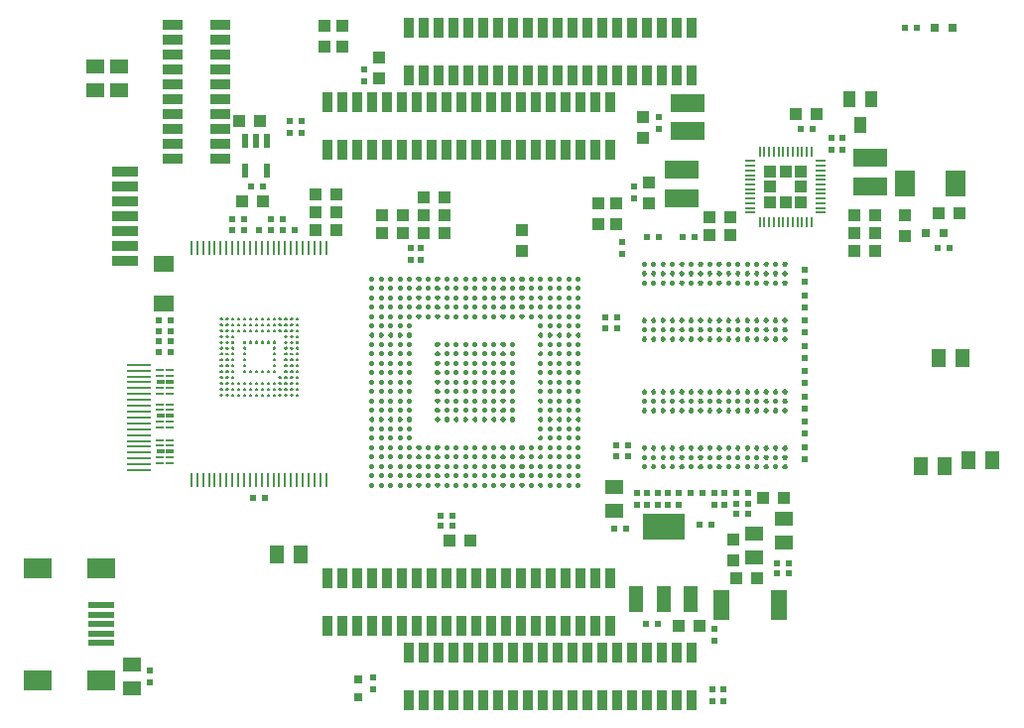
<source format=gbr>
G75*
G70*
%OFA0B0*%
%FSLAX24Y24*%
%IPPOS*%
%LPD*%
%AMOC8*
5,1,8,0,0,1.08239X$1,22.5*
%
%ADD10R,0.0400X0.0400*%
%ADD11R,0.0240X0.0230*%
%ADD12R,0.0230X0.0240*%
%ADD13R,0.0315X0.0315*%
%ADD14R,0.0600X0.0500*%
%ADD15R,0.0886X0.0197*%
%ADD16R,0.0925X0.0709*%
%ADD17R,0.0394X0.0394*%
%ADD18R,0.0083X0.0354*%
%ADD19R,0.0354X0.0083*%
%ADD20R,0.1181X0.0630*%
%ADD21R,0.0091X0.0472*%
%ADD22R,0.0700X0.0900*%
%ADD23C,0.0126*%
%ADD24R,0.0787X0.0091*%
%ADD25R,0.0866X0.0354*%
%ADD26R,0.0217X0.0472*%
%ADD27R,0.0305X0.0118*%
%ADD28R,0.0260X0.0087*%
%ADD29C,0.0087*%
%ADD30R,0.0711X0.0354*%
%ADD31R,0.0354X0.0709*%
%ADD32R,0.0394X0.0551*%
%ADD33R,0.0480X0.0880*%
%ADD34R,0.1417X0.0866*%
%ADD35R,0.0571X0.1024*%
%ADD36R,0.0500X0.0600*%
%ADD37R,0.0709X0.0551*%
%ADD38C,0.0079*%
D10*
X024502Y015382D03*
X025202Y015382D03*
X032202Y012532D03*
X032902Y012532D03*
X034152Y014132D03*
X034052Y014732D03*
X034852Y014132D03*
X034052Y015432D03*
X035052Y016832D03*
X035752Y016832D03*
X038102Y025132D03*
X038102Y025732D03*
X038802Y025732D03*
X038802Y025132D03*
X039802Y025632D03*
X039802Y026332D03*
X038802Y026332D03*
X038102Y026332D03*
X040952Y026382D03*
X041652Y026382D03*
X036852Y029732D03*
X036152Y029732D03*
X033952Y026257D03*
X033952Y025657D03*
X033252Y025657D03*
X033252Y026257D03*
X031202Y026732D03*
X031202Y027432D03*
X030102Y026732D03*
X029502Y026732D03*
X029502Y026032D03*
X030102Y026032D03*
X026927Y025832D03*
X026927Y025132D03*
X024352Y025732D03*
X023652Y025732D03*
X023652Y026332D03*
X023652Y026932D03*
X024352Y026932D03*
X024352Y026332D03*
X022952Y026332D03*
X022252Y026332D03*
X022252Y025732D03*
X022952Y025732D03*
X020702Y025832D03*
X020702Y026432D03*
X020702Y027032D03*
X020002Y027032D03*
X020002Y026432D03*
X020002Y025832D03*
X018252Y026782D03*
X017552Y026782D03*
X017452Y029482D03*
X018152Y029482D03*
X020302Y031982D03*
X020902Y031982D03*
X020902Y032682D03*
X020302Y032682D03*
X022152Y031632D03*
X022152Y030932D03*
X031002Y029632D03*
X031002Y028932D03*
D11*
X031152Y025582D03*
X031552Y025582D03*
X032352Y025582D03*
X032752Y025582D03*
X030152Y022882D03*
X030152Y022532D03*
X029752Y022532D03*
X029752Y022882D03*
X030102Y018582D03*
X030102Y018232D03*
X030502Y018232D03*
X030502Y018582D03*
X032602Y016982D03*
X033002Y016982D03*
X032902Y015932D03*
X033302Y015932D03*
X034152Y016282D03*
X034152Y016632D03*
X034152Y016982D03*
X034552Y016982D03*
X034552Y016632D03*
X034552Y016282D03*
X035502Y014632D03*
X035502Y014282D03*
X035902Y014282D03*
X035902Y014632D03*
X031502Y012582D03*
X031102Y012582D03*
X030452Y015782D03*
X030052Y015782D03*
X024602Y015882D03*
X024602Y016232D03*
X024202Y016232D03*
X024202Y015882D03*
X018302Y016832D03*
X017902Y016832D03*
X015152Y021732D03*
X015152Y022082D03*
X015152Y022432D03*
X015152Y022782D03*
X014752Y022782D03*
X014752Y022432D03*
X014752Y022082D03*
X014752Y021732D03*
X017202Y025832D03*
X017202Y026182D03*
X017602Y026182D03*
X017602Y025832D03*
X018102Y025832D03*
X018502Y025832D03*
X018502Y026182D03*
X018902Y026182D03*
X018902Y025832D03*
X019302Y025832D03*
X018252Y027282D03*
X017852Y027282D03*
X036302Y029232D03*
X036702Y029232D03*
X039802Y032632D03*
X040202Y032632D03*
X040902Y025232D03*
X041302Y025232D03*
D12*
X037702Y028532D03*
X037352Y028532D03*
X037352Y028932D03*
X037702Y028932D03*
X036452Y024482D03*
X036452Y024082D03*
X036452Y023632D03*
X036452Y023232D03*
X036452Y022782D03*
X036452Y022382D03*
X036452Y021932D03*
X036452Y021532D03*
X036452Y021082D03*
X036452Y020682D03*
X036452Y020232D03*
X036452Y019832D03*
X036452Y019382D03*
X036452Y018982D03*
X036452Y018532D03*
X036452Y018132D03*
X033752Y016982D03*
X033402Y016982D03*
X033402Y016582D03*
X033752Y016582D03*
X032202Y016582D03*
X031852Y016582D03*
X031502Y016582D03*
X031152Y016582D03*
X030802Y016582D03*
X030802Y016982D03*
X031152Y016982D03*
X031502Y016982D03*
X031852Y016982D03*
X032202Y016982D03*
X033402Y012432D03*
X033402Y012032D03*
X033352Y010382D03*
X033702Y010382D03*
X033702Y009982D03*
X033352Y009982D03*
X021952Y010382D03*
X021952Y010782D03*
X014452Y010632D03*
X014452Y011032D03*
X023202Y024832D03*
X023552Y024832D03*
X023552Y025232D03*
X023202Y025232D03*
X019552Y029082D03*
X019552Y029482D03*
X019152Y029482D03*
X019152Y029082D03*
X021652Y030832D03*
X021652Y031232D03*
X030702Y027282D03*
X030702Y026882D03*
X030302Y025432D03*
X030302Y025032D03*
X031552Y029232D03*
X031552Y029632D03*
D13*
X040502Y025732D03*
X041102Y025732D03*
X040802Y032632D03*
X041402Y032632D03*
X021452Y010732D03*
X021452Y010132D03*
D14*
X013852Y010432D03*
X013852Y011232D03*
X030052Y016382D03*
X030052Y017182D03*
X034752Y015632D03*
X034752Y014832D03*
X035752Y015332D03*
X035752Y016132D03*
X013402Y030532D03*
X013402Y031332D03*
X012602Y031332D03*
X012602Y030532D03*
D15*
X012817Y013215D03*
X012817Y012900D03*
X012817Y012585D03*
X012817Y012270D03*
X012817Y011955D03*
D16*
X010692Y010695D03*
X012818Y010695D03*
X012818Y014475D03*
X010692Y014475D03*
D17*
X035290Y026770D03*
X035290Y027282D03*
X035290Y027793D03*
X035802Y027793D03*
X036313Y027793D03*
X036313Y027282D03*
X036313Y026770D03*
X035802Y026770D03*
D18*
X035880Y026101D03*
X035723Y026101D03*
X035565Y026101D03*
X035408Y026101D03*
X035250Y026101D03*
X035093Y026101D03*
X034936Y026101D03*
X036038Y026101D03*
X036195Y026101D03*
X036353Y026101D03*
X036510Y026101D03*
X036668Y026101D03*
X036668Y028463D03*
X036510Y028463D03*
X036353Y028463D03*
X036195Y028463D03*
X036038Y028463D03*
X035880Y028463D03*
X035723Y028463D03*
X035565Y028463D03*
X035408Y028463D03*
X035250Y028463D03*
X035093Y028463D03*
X034936Y028463D03*
D19*
X034621Y028148D03*
X034621Y027990D03*
X034621Y027833D03*
X034621Y027675D03*
X034621Y027518D03*
X034621Y027360D03*
X034621Y027203D03*
X034621Y027045D03*
X034621Y026888D03*
X034621Y026730D03*
X034621Y026573D03*
X034621Y026416D03*
X036983Y026416D03*
X036983Y026573D03*
X036983Y026730D03*
X036983Y026888D03*
X036983Y027045D03*
X036983Y027203D03*
X036983Y027360D03*
X036983Y027518D03*
X036983Y027675D03*
X036983Y027833D03*
X036983Y027990D03*
X036983Y028148D03*
D20*
X038652Y028254D03*
X038652Y027309D03*
X032502Y029159D03*
X032502Y030104D03*
X032302Y027854D03*
X032302Y026909D03*
D21*
X020365Y025229D03*
X020169Y025229D03*
X019972Y025229D03*
X019775Y025229D03*
X019578Y025229D03*
X019381Y025229D03*
X019184Y025229D03*
X018987Y025229D03*
X018791Y025229D03*
X018594Y025229D03*
X018397Y025229D03*
X018200Y025229D03*
X018003Y025229D03*
X017806Y025229D03*
X017610Y025229D03*
X017413Y025229D03*
X017216Y025229D03*
X017019Y025229D03*
X016822Y025229D03*
X016625Y025229D03*
X016428Y025229D03*
X016232Y025229D03*
X016035Y025229D03*
X015838Y025229D03*
X015838Y017434D03*
X016035Y017434D03*
X016232Y017434D03*
X016428Y017434D03*
X016625Y017434D03*
X016822Y017434D03*
X017019Y017434D03*
X017216Y017434D03*
X017413Y017434D03*
X017610Y017434D03*
X017806Y017434D03*
X018003Y017434D03*
X018200Y017434D03*
X018397Y017434D03*
X018594Y017434D03*
X018791Y017434D03*
X018987Y017434D03*
X019184Y017434D03*
X019381Y017434D03*
X019578Y017434D03*
X019775Y017434D03*
X019972Y017434D03*
X020169Y017434D03*
X020365Y017434D03*
D22*
X039795Y027382D03*
X041509Y027382D03*
D23*
X028813Y024185D02*
X028815Y024194D01*
X028821Y024201D01*
X028829Y024204D01*
X028837Y024204D01*
X028845Y024201D01*
X028851Y024194D01*
X028853Y024185D01*
X028851Y024176D01*
X028845Y024169D01*
X028837Y024166D01*
X028829Y024166D01*
X028821Y024169D01*
X028815Y024176D01*
X028813Y024185D01*
X028498Y024185D02*
X028500Y024194D01*
X028506Y024201D01*
X028514Y024204D01*
X028522Y024204D01*
X028530Y024201D01*
X028536Y024194D01*
X028538Y024185D01*
X028536Y024176D01*
X028530Y024169D01*
X028522Y024166D01*
X028514Y024166D01*
X028506Y024169D01*
X028500Y024176D01*
X028498Y024185D01*
X028183Y024185D02*
X028185Y024194D01*
X028191Y024201D01*
X028199Y024204D01*
X028207Y024204D01*
X028215Y024201D01*
X028221Y024194D01*
X028223Y024185D01*
X028221Y024176D01*
X028215Y024169D01*
X028207Y024166D01*
X028199Y024166D01*
X028191Y024169D01*
X028185Y024176D01*
X028183Y024185D01*
X027868Y024185D02*
X027870Y024194D01*
X027876Y024201D01*
X027884Y024204D01*
X027892Y024204D01*
X027900Y024201D01*
X027906Y024194D01*
X027908Y024185D01*
X027906Y024176D01*
X027900Y024169D01*
X027892Y024166D01*
X027884Y024166D01*
X027876Y024169D01*
X027870Y024176D01*
X027868Y024185D01*
X027553Y024185D02*
X027555Y024194D01*
X027561Y024201D01*
X027569Y024204D01*
X027577Y024204D01*
X027585Y024201D01*
X027591Y024194D01*
X027593Y024185D01*
X027591Y024176D01*
X027585Y024169D01*
X027577Y024166D01*
X027569Y024166D01*
X027561Y024169D01*
X027555Y024176D01*
X027553Y024185D01*
X027238Y024185D02*
X027240Y024194D01*
X027246Y024201D01*
X027254Y024204D01*
X027262Y024204D01*
X027270Y024201D01*
X027276Y024194D01*
X027278Y024185D01*
X027276Y024176D01*
X027270Y024169D01*
X027262Y024166D01*
X027254Y024166D01*
X027246Y024169D01*
X027240Y024176D01*
X027238Y024185D01*
X026923Y024185D02*
X026925Y024194D01*
X026931Y024201D01*
X026939Y024204D01*
X026947Y024204D01*
X026955Y024201D01*
X026961Y024194D01*
X026963Y024185D01*
X026961Y024176D01*
X026955Y024169D01*
X026947Y024166D01*
X026939Y024166D01*
X026931Y024169D01*
X026925Y024176D01*
X026923Y024185D01*
X026608Y024185D02*
X026610Y024194D01*
X026616Y024201D01*
X026624Y024204D01*
X026632Y024204D01*
X026640Y024201D01*
X026646Y024194D01*
X026648Y024185D01*
X026646Y024176D01*
X026640Y024169D01*
X026632Y024166D01*
X026624Y024166D01*
X026616Y024169D01*
X026610Y024176D01*
X026608Y024185D01*
X026293Y024185D02*
X026295Y024194D01*
X026301Y024201D01*
X026309Y024204D01*
X026317Y024204D01*
X026325Y024201D01*
X026331Y024194D01*
X026333Y024185D01*
X026331Y024176D01*
X026325Y024169D01*
X026317Y024166D01*
X026309Y024166D01*
X026301Y024169D01*
X026295Y024176D01*
X026293Y024185D01*
X025978Y024185D02*
X025980Y024194D01*
X025986Y024201D01*
X025994Y024204D01*
X026002Y024204D01*
X026010Y024201D01*
X026016Y024194D01*
X026018Y024185D01*
X026016Y024176D01*
X026010Y024169D01*
X026002Y024166D01*
X025994Y024166D01*
X025986Y024169D01*
X025980Y024176D01*
X025978Y024185D01*
X025663Y024185D02*
X025665Y024194D01*
X025671Y024201D01*
X025679Y024204D01*
X025687Y024204D01*
X025695Y024201D01*
X025701Y024194D01*
X025703Y024185D01*
X025701Y024176D01*
X025695Y024169D01*
X025687Y024166D01*
X025679Y024166D01*
X025671Y024169D01*
X025665Y024176D01*
X025663Y024185D01*
X025348Y024185D02*
X025350Y024194D01*
X025356Y024201D01*
X025364Y024204D01*
X025372Y024204D01*
X025380Y024201D01*
X025386Y024194D01*
X025388Y024185D01*
X025386Y024176D01*
X025380Y024169D01*
X025372Y024166D01*
X025364Y024166D01*
X025356Y024169D01*
X025350Y024176D01*
X025348Y024185D01*
X025033Y024185D02*
X025035Y024194D01*
X025041Y024201D01*
X025049Y024204D01*
X025057Y024204D01*
X025065Y024201D01*
X025071Y024194D01*
X025073Y024185D01*
X025071Y024176D01*
X025065Y024169D01*
X025057Y024166D01*
X025049Y024166D01*
X025041Y024169D01*
X025035Y024176D01*
X025033Y024185D01*
X024718Y024185D02*
X024720Y024194D01*
X024726Y024201D01*
X024734Y024204D01*
X024742Y024204D01*
X024750Y024201D01*
X024756Y024194D01*
X024758Y024185D01*
X024756Y024176D01*
X024750Y024169D01*
X024742Y024166D01*
X024734Y024166D01*
X024726Y024169D01*
X024720Y024176D01*
X024718Y024185D01*
X024403Y024185D02*
X024405Y024194D01*
X024411Y024201D01*
X024419Y024204D01*
X024427Y024204D01*
X024435Y024201D01*
X024441Y024194D01*
X024443Y024185D01*
X024441Y024176D01*
X024435Y024169D01*
X024427Y024166D01*
X024419Y024166D01*
X024411Y024169D01*
X024405Y024176D01*
X024403Y024185D01*
X024088Y024185D02*
X024090Y024194D01*
X024096Y024201D01*
X024104Y024204D01*
X024112Y024204D01*
X024120Y024201D01*
X024126Y024194D01*
X024128Y024185D01*
X024126Y024176D01*
X024120Y024169D01*
X024112Y024166D01*
X024104Y024166D01*
X024096Y024169D01*
X024090Y024176D01*
X024088Y024185D01*
X023773Y024185D02*
X023775Y024194D01*
X023781Y024201D01*
X023789Y024204D01*
X023797Y024204D01*
X023805Y024201D01*
X023811Y024194D01*
X023813Y024185D01*
X023811Y024176D01*
X023805Y024169D01*
X023797Y024166D01*
X023789Y024166D01*
X023781Y024169D01*
X023775Y024176D01*
X023773Y024185D01*
X023458Y024185D02*
X023460Y024194D01*
X023466Y024201D01*
X023474Y024204D01*
X023482Y024204D01*
X023490Y024201D01*
X023496Y024194D01*
X023498Y024185D01*
X023496Y024176D01*
X023490Y024169D01*
X023482Y024166D01*
X023474Y024166D01*
X023466Y024169D01*
X023460Y024176D01*
X023458Y024185D01*
X023143Y024185D02*
X023145Y024194D01*
X023151Y024201D01*
X023159Y024204D01*
X023167Y024204D01*
X023175Y024201D01*
X023181Y024194D01*
X023183Y024185D01*
X023181Y024176D01*
X023175Y024169D01*
X023167Y024166D01*
X023159Y024166D01*
X023151Y024169D01*
X023145Y024176D01*
X023143Y024185D01*
X022829Y024185D02*
X022831Y024194D01*
X022837Y024201D01*
X022845Y024204D01*
X022853Y024204D01*
X022861Y024201D01*
X022867Y024194D01*
X022869Y024185D01*
X022867Y024176D01*
X022861Y024169D01*
X022853Y024166D01*
X022845Y024166D01*
X022837Y024169D01*
X022831Y024176D01*
X022829Y024185D01*
X022514Y024185D02*
X022516Y024194D01*
X022522Y024201D01*
X022530Y024204D01*
X022538Y024204D01*
X022546Y024201D01*
X022552Y024194D01*
X022554Y024185D01*
X022552Y024176D01*
X022546Y024169D01*
X022538Y024166D01*
X022530Y024166D01*
X022522Y024169D01*
X022516Y024176D01*
X022514Y024185D01*
X022199Y024185D02*
X022201Y024194D01*
X022207Y024201D01*
X022215Y024204D01*
X022223Y024204D01*
X022231Y024201D01*
X022237Y024194D01*
X022239Y024185D01*
X022237Y024176D01*
X022231Y024169D01*
X022223Y024166D01*
X022215Y024166D01*
X022207Y024169D01*
X022201Y024176D01*
X022199Y024185D01*
X021884Y024185D02*
X021886Y024194D01*
X021892Y024201D01*
X021900Y024204D01*
X021908Y024204D01*
X021916Y024201D01*
X021922Y024194D01*
X021924Y024185D01*
X021922Y024176D01*
X021916Y024169D01*
X021908Y024166D01*
X021900Y024166D01*
X021892Y024169D01*
X021886Y024176D01*
X021884Y024185D01*
X021884Y023870D02*
X021886Y023879D01*
X021892Y023886D01*
X021900Y023889D01*
X021908Y023889D01*
X021916Y023886D01*
X021922Y023879D01*
X021924Y023870D01*
X021922Y023861D01*
X021916Y023854D01*
X021908Y023851D01*
X021900Y023851D01*
X021892Y023854D01*
X021886Y023861D01*
X021884Y023870D01*
X021884Y023555D02*
X021886Y023564D01*
X021892Y023571D01*
X021900Y023574D01*
X021908Y023574D01*
X021916Y023571D01*
X021922Y023564D01*
X021924Y023555D01*
X021922Y023546D01*
X021916Y023539D01*
X021908Y023536D01*
X021900Y023536D01*
X021892Y023539D01*
X021886Y023546D01*
X021884Y023555D01*
X021884Y023240D02*
X021886Y023249D01*
X021892Y023256D01*
X021900Y023259D01*
X021908Y023259D01*
X021916Y023256D01*
X021922Y023249D01*
X021924Y023240D01*
X021922Y023231D01*
X021916Y023224D01*
X021908Y023221D01*
X021900Y023221D01*
X021892Y023224D01*
X021886Y023231D01*
X021884Y023240D01*
X021884Y022925D02*
X021886Y022934D01*
X021892Y022941D01*
X021900Y022944D01*
X021908Y022944D01*
X021916Y022941D01*
X021922Y022934D01*
X021924Y022925D01*
X021922Y022916D01*
X021916Y022909D01*
X021908Y022906D01*
X021900Y022906D01*
X021892Y022909D01*
X021886Y022916D01*
X021884Y022925D01*
X021884Y022610D02*
X021886Y022619D01*
X021892Y022626D01*
X021900Y022629D01*
X021908Y022629D01*
X021916Y022626D01*
X021922Y022619D01*
X021924Y022610D01*
X021922Y022601D01*
X021916Y022594D01*
X021908Y022591D01*
X021900Y022591D01*
X021892Y022594D01*
X021886Y022601D01*
X021884Y022610D01*
X021884Y022295D02*
X021886Y022304D01*
X021892Y022311D01*
X021900Y022314D01*
X021908Y022314D01*
X021916Y022311D01*
X021922Y022304D01*
X021924Y022295D01*
X021922Y022286D01*
X021916Y022279D01*
X021908Y022276D01*
X021900Y022276D01*
X021892Y022279D01*
X021886Y022286D01*
X021884Y022295D01*
X021884Y021980D02*
X021886Y021989D01*
X021892Y021996D01*
X021900Y021999D01*
X021908Y021999D01*
X021916Y021996D01*
X021922Y021989D01*
X021924Y021980D01*
X021922Y021971D01*
X021916Y021964D01*
X021908Y021961D01*
X021900Y021961D01*
X021892Y021964D01*
X021886Y021971D01*
X021884Y021980D01*
X021884Y021666D02*
X021886Y021675D01*
X021892Y021682D01*
X021900Y021685D01*
X021908Y021685D01*
X021916Y021682D01*
X021922Y021675D01*
X021924Y021666D01*
X021922Y021657D01*
X021916Y021650D01*
X021908Y021647D01*
X021900Y021647D01*
X021892Y021650D01*
X021886Y021657D01*
X021884Y021666D01*
X021884Y021351D02*
X021886Y021360D01*
X021892Y021367D01*
X021900Y021370D01*
X021908Y021370D01*
X021916Y021367D01*
X021922Y021360D01*
X021924Y021351D01*
X021922Y021342D01*
X021916Y021335D01*
X021908Y021332D01*
X021900Y021332D01*
X021892Y021335D01*
X021886Y021342D01*
X021884Y021351D01*
X021884Y021036D02*
X021886Y021045D01*
X021892Y021052D01*
X021900Y021055D01*
X021908Y021055D01*
X021916Y021052D01*
X021922Y021045D01*
X021924Y021036D01*
X021922Y021027D01*
X021916Y021020D01*
X021908Y021017D01*
X021900Y021017D01*
X021892Y021020D01*
X021886Y021027D01*
X021884Y021036D01*
X021884Y020721D02*
X021886Y020730D01*
X021892Y020737D01*
X021900Y020740D01*
X021908Y020740D01*
X021916Y020737D01*
X021922Y020730D01*
X021924Y020721D01*
X021922Y020712D01*
X021916Y020705D01*
X021908Y020702D01*
X021900Y020702D01*
X021892Y020705D01*
X021886Y020712D01*
X021884Y020721D01*
X021884Y020406D02*
X021886Y020415D01*
X021892Y020422D01*
X021900Y020425D01*
X021908Y020425D01*
X021916Y020422D01*
X021922Y020415D01*
X021924Y020406D01*
X021922Y020397D01*
X021916Y020390D01*
X021908Y020387D01*
X021900Y020387D01*
X021892Y020390D01*
X021886Y020397D01*
X021884Y020406D01*
X021884Y020091D02*
X021886Y020100D01*
X021892Y020107D01*
X021900Y020110D01*
X021908Y020110D01*
X021916Y020107D01*
X021922Y020100D01*
X021924Y020091D01*
X021922Y020082D01*
X021916Y020075D01*
X021908Y020072D01*
X021900Y020072D01*
X021892Y020075D01*
X021886Y020082D01*
X021884Y020091D01*
X021884Y019776D02*
X021886Y019785D01*
X021892Y019792D01*
X021900Y019795D01*
X021908Y019795D01*
X021916Y019792D01*
X021922Y019785D01*
X021924Y019776D01*
X021922Y019767D01*
X021916Y019760D01*
X021908Y019757D01*
X021900Y019757D01*
X021892Y019760D01*
X021886Y019767D01*
X021884Y019776D01*
X021884Y019461D02*
X021886Y019470D01*
X021892Y019477D01*
X021900Y019480D01*
X021908Y019480D01*
X021916Y019477D01*
X021922Y019470D01*
X021924Y019461D01*
X021922Y019452D01*
X021916Y019445D01*
X021908Y019442D01*
X021900Y019442D01*
X021892Y019445D01*
X021886Y019452D01*
X021884Y019461D01*
X021884Y019146D02*
X021886Y019155D01*
X021892Y019162D01*
X021900Y019165D01*
X021908Y019165D01*
X021916Y019162D01*
X021922Y019155D01*
X021924Y019146D01*
X021922Y019137D01*
X021916Y019130D01*
X021908Y019127D01*
X021900Y019127D01*
X021892Y019130D01*
X021886Y019137D01*
X021884Y019146D01*
X021884Y018831D02*
X021886Y018840D01*
X021892Y018847D01*
X021900Y018850D01*
X021908Y018850D01*
X021916Y018847D01*
X021922Y018840D01*
X021924Y018831D01*
X021922Y018822D01*
X021916Y018815D01*
X021908Y018812D01*
X021900Y018812D01*
X021892Y018815D01*
X021886Y018822D01*
X021884Y018831D01*
X021884Y018516D02*
X021886Y018525D01*
X021892Y018532D01*
X021900Y018535D01*
X021908Y018535D01*
X021916Y018532D01*
X021922Y018525D01*
X021924Y018516D01*
X021922Y018507D01*
X021916Y018500D01*
X021908Y018497D01*
X021900Y018497D01*
X021892Y018500D01*
X021886Y018507D01*
X021884Y018516D01*
X021884Y018201D02*
X021886Y018210D01*
X021892Y018217D01*
X021900Y018220D01*
X021908Y018220D01*
X021916Y018217D01*
X021922Y018210D01*
X021924Y018201D01*
X021922Y018192D01*
X021916Y018185D01*
X021908Y018182D01*
X021900Y018182D01*
X021892Y018185D01*
X021886Y018192D01*
X021884Y018201D01*
X021884Y017886D02*
X021886Y017895D01*
X021892Y017902D01*
X021900Y017905D01*
X021908Y017905D01*
X021916Y017902D01*
X021922Y017895D01*
X021924Y017886D01*
X021922Y017877D01*
X021916Y017870D01*
X021908Y017867D01*
X021900Y017867D01*
X021892Y017870D01*
X021886Y017877D01*
X021884Y017886D01*
X021884Y017571D02*
X021886Y017580D01*
X021892Y017587D01*
X021900Y017590D01*
X021908Y017590D01*
X021916Y017587D01*
X021922Y017580D01*
X021924Y017571D01*
X021922Y017562D01*
X021916Y017555D01*
X021908Y017552D01*
X021900Y017552D01*
X021892Y017555D01*
X021886Y017562D01*
X021884Y017571D01*
X021884Y017256D02*
X021886Y017265D01*
X021892Y017272D01*
X021900Y017275D01*
X021908Y017275D01*
X021916Y017272D01*
X021922Y017265D01*
X021924Y017256D01*
X021922Y017247D01*
X021916Y017240D01*
X021908Y017237D01*
X021900Y017237D01*
X021892Y017240D01*
X021886Y017247D01*
X021884Y017256D01*
X022199Y017256D02*
X022201Y017265D01*
X022207Y017272D01*
X022215Y017275D01*
X022223Y017275D01*
X022231Y017272D01*
X022237Y017265D01*
X022239Y017256D01*
X022237Y017247D01*
X022231Y017240D01*
X022223Y017237D01*
X022215Y017237D01*
X022207Y017240D01*
X022201Y017247D01*
X022199Y017256D01*
X022199Y017571D02*
X022201Y017580D01*
X022207Y017587D01*
X022215Y017590D01*
X022223Y017590D01*
X022231Y017587D01*
X022237Y017580D01*
X022239Y017571D01*
X022237Y017562D01*
X022231Y017555D01*
X022223Y017552D01*
X022215Y017552D01*
X022207Y017555D01*
X022201Y017562D01*
X022199Y017571D01*
X022199Y017886D02*
X022201Y017895D01*
X022207Y017902D01*
X022215Y017905D01*
X022223Y017905D01*
X022231Y017902D01*
X022237Y017895D01*
X022239Y017886D01*
X022237Y017877D01*
X022231Y017870D01*
X022223Y017867D01*
X022215Y017867D01*
X022207Y017870D01*
X022201Y017877D01*
X022199Y017886D01*
X022199Y018201D02*
X022201Y018210D01*
X022207Y018217D01*
X022215Y018220D01*
X022223Y018220D01*
X022231Y018217D01*
X022237Y018210D01*
X022239Y018201D01*
X022237Y018192D01*
X022231Y018185D01*
X022223Y018182D01*
X022215Y018182D01*
X022207Y018185D01*
X022201Y018192D01*
X022199Y018201D01*
X022199Y018516D02*
X022201Y018525D01*
X022207Y018532D01*
X022215Y018535D01*
X022223Y018535D01*
X022231Y018532D01*
X022237Y018525D01*
X022239Y018516D01*
X022237Y018507D01*
X022231Y018500D01*
X022223Y018497D01*
X022215Y018497D01*
X022207Y018500D01*
X022201Y018507D01*
X022199Y018516D01*
X022199Y018831D02*
X022201Y018840D01*
X022207Y018847D01*
X022215Y018850D01*
X022223Y018850D01*
X022231Y018847D01*
X022237Y018840D01*
X022239Y018831D01*
X022237Y018822D01*
X022231Y018815D01*
X022223Y018812D01*
X022215Y018812D01*
X022207Y018815D01*
X022201Y018822D01*
X022199Y018831D01*
X022199Y019146D02*
X022201Y019155D01*
X022207Y019162D01*
X022215Y019165D01*
X022223Y019165D01*
X022231Y019162D01*
X022237Y019155D01*
X022239Y019146D01*
X022237Y019137D01*
X022231Y019130D01*
X022223Y019127D01*
X022215Y019127D01*
X022207Y019130D01*
X022201Y019137D01*
X022199Y019146D01*
X022199Y019461D02*
X022201Y019470D01*
X022207Y019477D01*
X022215Y019480D01*
X022223Y019480D01*
X022231Y019477D01*
X022237Y019470D01*
X022239Y019461D01*
X022237Y019452D01*
X022231Y019445D01*
X022223Y019442D01*
X022215Y019442D01*
X022207Y019445D01*
X022201Y019452D01*
X022199Y019461D01*
X022199Y019776D02*
X022201Y019785D01*
X022207Y019792D01*
X022215Y019795D01*
X022223Y019795D01*
X022231Y019792D01*
X022237Y019785D01*
X022239Y019776D01*
X022237Y019767D01*
X022231Y019760D01*
X022223Y019757D01*
X022215Y019757D01*
X022207Y019760D01*
X022201Y019767D01*
X022199Y019776D01*
X022199Y020091D02*
X022201Y020100D01*
X022207Y020107D01*
X022215Y020110D01*
X022223Y020110D01*
X022231Y020107D01*
X022237Y020100D01*
X022239Y020091D01*
X022237Y020082D01*
X022231Y020075D01*
X022223Y020072D01*
X022215Y020072D01*
X022207Y020075D01*
X022201Y020082D01*
X022199Y020091D01*
X022199Y020406D02*
X022201Y020415D01*
X022207Y020422D01*
X022215Y020425D01*
X022223Y020425D01*
X022231Y020422D01*
X022237Y020415D01*
X022239Y020406D01*
X022237Y020397D01*
X022231Y020390D01*
X022223Y020387D01*
X022215Y020387D01*
X022207Y020390D01*
X022201Y020397D01*
X022199Y020406D01*
X022199Y020721D02*
X022201Y020730D01*
X022207Y020737D01*
X022215Y020740D01*
X022223Y020740D01*
X022231Y020737D01*
X022237Y020730D01*
X022239Y020721D01*
X022237Y020712D01*
X022231Y020705D01*
X022223Y020702D01*
X022215Y020702D01*
X022207Y020705D01*
X022201Y020712D01*
X022199Y020721D01*
X022199Y021036D02*
X022201Y021045D01*
X022207Y021052D01*
X022215Y021055D01*
X022223Y021055D01*
X022231Y021052D01*
X022237Y021045D01*
X022239Y021036D01*
X022237Y021027D01*
X022231Y021020D01*
X022223Y021017D01*
X022215Y021017D01*
X022207Y021020D01*
X022201Y021027D01*
X022199Y021036D01*
X022199Y021351D02*
X022201Y021360D01*
X022207Y021367D01*
X022215Y021370D01*
X022223Y021370D01*
X022231Y021367D01*
X022237Y021360D01*
X022239Y021351D01*
X022237Y021342D01*
X022231Y021335D01*
X022223Y021332D01*
X022215Y021332D01*
X022207Y021335D01*
X022201Y021342D01*
X022199Y021351D01*
X022199Y021666D02*
X022201Y021675D01*
X022207Y021682D01*
X022215Y021685D01*
X022223Y021685D01*
X022231Y021682D01*
X022237Y021675D01*
X022239Y021666D01*
X022237Y021657D01*
X022231Y021650D01*
X022223Y021647D01*
X022215Y021647D01*
X022207Y021650D01*
X022201Y021657D01*
X022199Y021666D01*
X022199Y021980D02*
X022201Y021989D01*
X022207Y021996D01*
X022215Y021999D01*
X022223Y021999D01*
X022231Y021996D01*
X022237Y021989D01*
X022239Y021980D01*
X022237Y021971D01*
X022231Y021964D01*
X022223Y021961D01*
X022215Y021961D01*
X022207Y021964D01*
X022201Y021971D01*
X022199Y021980D01*
X022199Y022295D02*
X022201Y022304D01*
X022207Y022311D01*
X022215Y022314D01*
X022223Y022314D01*
X022231Y022311D01*
X022237Y022304D01*
X022239Y022295D01*
X022237Y022286D01*
X022231Y022279D01*
X022223Y022276D01*
X022215Y022276D01*
X022207Y022279D01*
X022201Y022286D01*
X022199Y022295D01*
X022199Y022610D02*
X022201Y022619D01*
X022207Y022626D01*
X022215Y022629D01*
X022223Y022629D01*
X022231Y022626D01*
X022237Y022619D01*
X022239Y022610D01*
X022237Y022601D01*
X022231Y022594D01*
X022223Y022591D01*
X022215Y022591D01*
X022207Y022594D01*
X022201Y022601D01*
X022199Y022610D01*
X022199Y022925D02*
X022201Y022934D01*
X022207Y022941D01*
X022215Y022944D01*
X022223Y022944D01*
X022231Y022941D01*
X022237Y022934D01*
X022239Y022925D01*
X022237Y022916D01*
X022231Y022909D01*
X022223Y022906D01*
X022215Y022906D01*
X022207Y022909D01*
X022201Y022916D01*
X022199Y022925D01*
X022199Y023240D02*
X022201Y023249D01*
X022207Y023256D01*
X022215Y023259D01*
X022223Y023259D01*
X022231Y023256D01*
X022237Y023249D01*
X022239Y023240D01*
X022237Y023231D01*
X022231Y023224D01*
X022223Y023221D01*
X022215Y023221D01*
X022207Y023224D01*
X022201Y023231D01*
X022199Y023240D01*
X022199Y023555D02*
X022201Y023564D01*
X022207Y023571D01*
X022215Y023574D01*
X022223Y023574D01*
X022231Y023571D01*
X022237Y023564D01*
X022239Y023555D01*
X022237Y023546D01*
X022231Y023539D01*
X022223Y023536D01*
X022215Y023536D01*
X022207Y023539D01*
X022201Y023546D01*
X022199Y023555D01*
X022199Y023870D02*
X022201Y023879D01*
X022207Y023886D01*
X022215Y023889D01*
X022223Y023889D01*
X022231Y023886D01*
X022237Y023879D01*
X022239Y023870D01*
X022237Y023861D01*
X022231Y023854D01*
X022223Y023851D01*
X022215Y023851D01*
X022207Y023854D01*
X022201Y023861D01*
X022199Y023870D01*
X022514Y023870D02*
X022516Y023879D01*
X022522Y023886D01*
X022530Y023889D01*
X022538Y023889D01*
X022546Y023886D01*
X022552Y023879D01*
X022554Y023870D01*
X022552Y023861D01*
X022546Y023854D01*
X022538Y023851D01*
X022530Y023851D01*
X022522Y023854D01*
X022516Y023861D01*
X022514Y023870D01*
X022514Y023555D02*
X022516Y023564D01*
X022522Y023571D01*
X022530Y023574D01*
X022538Y023574D01*
X022546Y023571D01*
X022552Y023564D01*
X022554Y023555D01*
X022552Y023546D01*
X022546Y023539D01*
X022538Y023536D01*
X022530Y023536D01*
X022522Y023539D01*
X022516Y023546D01*
X022514Y023555D01*
X022514Y023240D02*
X022516Y023249D01*
X022522Y023256D01*
X022530Y023259D01*
X022538Y023259D01*
X022546Y023256D01*
X022552Y023249D01*
X022554Y023240D01*
X022552Y023231D01*
X022546Y023224D01*
X022538Y023221D01*
X022530Y023221D01*
X022522Y023224D01*
X022516Y023231D01*
X022514Y023240D01*
X022514Y022925D02*
X022516Y022934D01*
X022522Y022941D01*
X022530Y022944D01*
X022538Y022944D01*
X022546Y022941D01*
X022552Y022934D01*
X022554Y022925D01*
X022552Y022916D01*
X022546Y022909D01*
X022538Y022906D01*
X022530Y022906D01*
X022522Y022909D01*
X022516Y022916D01*
X022514Y022925D01*
X022514Y022610D02*
X022516Y022619D01*
X022522Y022626D01*
X022530Y022629D01*
X022538Y022629D01*
X022546Y022626D01*
X022552Y022619D01*
X022554Y022610D01*
X022552Y022601D01*
X022546Y022594D01*
X022538Y022591D01*
X022530Y022591D01*
X022522Y022594D01*
X022516Y022601D01*
X022514Y022610D01*
X022514Y022295D02*
X022516Y022304D01*
X022522Y022311D01*
X022530Y022314D01*
X022538Y022314D01*
X022546Y022311D01*
X022552Y022304D01*
X022554Y022295D01*
X022552Y022286D01*
X022546Y022279D01*
X022538Y022276D01*
X022530Y022276D01*
X022522Y022279D01*
X022516Y022286D01*
X022514Y022295D01*
X022514Y021980D02*
X022516Y021989D01*
X022522Y021996D01*
X022530Y021999D01*
X022538Y021999D01*
X022546Y021996D01*
X022552Y021989D01*
X022554Y021980D01*
X022552Y021971D01*
X022546Y021964D01*
X022538Y021961D01*
X022530Y021961D01*
X022522Y021964D01*
X022516Y021971D01*
X022514Y021980D01*
X022514Y021666D02*
X022516Y021675D01*
X022522Y021682D01*
X022530Y021685D01*
X022538Y021685D01*
X022546Y021682D01*
X022552Y021675D01*
X022554Y021666D01*
X022552Y021657D01*
X022546Y021650D01*
X022538Y021647D01*
X022530Y021647D01*
X022522Y021650D01*
X022516Y021657D01*
X022514Y021666D01*
X022514Y021351D02*
X022516Y021360D01*
X022522Y021367D01*
X022530Y021370D01*
X022538Y021370D01*
X022546Y021367D01*
X022552Y021360D01*
X022554Y021351D01*
X022552Y021342D01*
X022546Y021335D01*
X022538Y021332D01*
X022530Y021332D01*
X022522Y021335D01*
X022516Y021342D01*
X022514Y021351D01*
X022514Y021036D02*
X022516Y021045D01*
X022522Y021052D01*
X022530Y021055D01*
X022538Y021055D01*
X022546Y021052D01*
X022552Y021045D01*
X022554Y021036D01*
X022552Y021027D01*
X022546Y021020D01*
X022538Y021017D01*
X022530Y021017D01*
X022522Y021020D01*
X022516Y021027D01*
X022514Y021036D01*
X022514Y020721D02*
X022516Y020730D01*
X022522Y020737D01*
X022530Y020740D01*
X022538Y020740D01*
X022546Y020737D01*
X022552Y020730D01*
X022554Y020721D01*
X022552Y020712D01*
X022546Y020705D01*
X022538Y020702D01*
X022530Y020702D01*
X022522Y020705D01*
X022516Y020712D01*
X022514Y020721D01*
X022514Y020406D02*
X022516Y020415D01*
X022522Y020422D01*
X022530Y020425D01*
X022538Y020425D01*
X022546Y020422D01*
X022552Y020415D01*
X022554Y020406D01*
X022552Y020397D01*
X022546Y020390D01*
X022538Y020387D01*
X022530Y020387D01*
X022522Y020390D01*
X022516Y020397D01*
X022514Y020406D01*
X022514Y020091D02*
X022516Y020100D01*
X022522Y020107D01*
X022530Y020110D01*
X022538Y020110D01*
X022546Y020107D01*
X022552Y020100D01*
X022554Y020091D01*
X022552Y020082D01*
X022546Y020075D01*
X022538Y020072D01*
X022530Y020072D01*
X022522Y020075D01*
X022516Y020082D01*
X022514Y020091D01*
X022514Y019776D02*
X022516Y019785D01*
X022522Y019792D01*
X022530Y019795D01*
X022538Y019795D01*
X022546Y019792D01*
X022552Y019785D01*
X022554Y019776D01*
X022552Y019767D01*
X022546Y019760D01*
X022538Y019757D01*
X022530Y019757D01*
X022522Y019760D01*
X022516Y019767D01*
X022514Y019776D01*
X022514Y019461D02*
X022516Y019470D01*
X022522Y019477D01*
X022530Y019480D01*
X022538Y019480D01*
X022546Y019477D01*
X022552Y019470D01*
X022554Y019461D01*
X022552Y019452D01*
X022546Y019445D01*
X022538Y019442D01*
X022530Y019442D01*
X022522Y019445D01*
X022516Y019452D01*
X022514Y019461D01*
X022514Y019146D02*
X022516Y019155D01*
X022522Y019162D01*
X022530Y019165D01*
X022538Y019165D01*
X022546Y019162D01*
X022552Y019155D01*
X022554Y019146D01*
X022552Y019137D01*
X022546Y019130D01*
X022538Y019127D01*
X022530Y019127D01*
X022522Y019130D01*
X022516Y019137D01*
X022514Y019146D01*
X022514Y018831D02*
X022516Y018840D01*
X022522Y018847D01*
X022530Y018850D01*
X022538Y018850D01*
X022546Y018847D01*
X022552Y018840D01*
X022554Y018831D01*
X022552Y018822D01*
X022546Y018815D01*
X022538Y018812D01*
X022530Y018812D01*
X022522Y018815D01*
X022516Y018822D01*
X022514Y018831D01*
X022514Y018516D02*
X022516Y018525D01*
X022522Y018532D01*
X022530Y018535D01*
X022538Y018535D01*
X022546Y018532D01*
X022552Y018525D01*
X022554Y018516D01*
X022552Y018507D01*
X022546Y018500D01*
X022538Y018497D01*
X022530Y018497D01*
X022522Y018500D01*
X022516Y018507D01*
X022514Y018516D01*
X022514Y018201D02*
X022516Y018210D01*
X022522Y018217D01*
X022530Y018220D01*
X022538Y018220D01*
X022546Y018217D01*
X022552Y018210D01*
X022554Y018201D01*
X022552Y018192D01*
X022546Y018185D01*
X022538Y018182D01*
X022530Y018182D01*
X022522Y018185D01*
X022516Y018192D01*
X022514Y018201D01*
X022514Y017886D02*
X022516Y017895D01*
X022522Y017902D01*
X022530Y017905D01*
X022538Y017905D01*
X022546Y017902D01*
X022552Y017895D01*
X022554Y017886D01*
X022552Y017877D01*
X022546Y017870D01*
X022538Y017867D01*
X022530Y017867D01*
X022522Y017870D01*
X022516Y017877D01*
X022514Y017886D01*
X022514Y017571D02*
X022516Y017580D01*
X022522Y017587D01*
X022530Y017590D01*
X022538Y017590D01*
X022546Y017587D01*
X022552Y017580D01*
X022554Y017571D01*
X022552Y017562D01*
X022546Y017555D01*
X022538Y017552D01*
X022530Y017552D01*
X022522Y017555D01*
X022516Y017562D01*
X022514Y017571D01*
X022514Y017256D02*
X022516Y017265D01*
X022522Y017272D01*
X022530Y017275D01*
X022538Y017275D01*
X022546Y017272D01*
X022552Y017265D01*
X022554Y017256D01*
X022552Y017247D01*
X022546Y017240D01*
X022538Y017237D01*
X022530Y017237D01*
X022522Y017240D01*
X022516Y017247D01*
X022514Y017256D01*
X022829Y017256D02*
X022831Y017265D01*
X022837Y017272D01*
X022845Y017275D01*
X022853Y017275D01*
X022861Y017272D01*
X022867Y017265D01*
X022869Y017256D01*
X022867Y017247D01*
X022861Y017240D01*
X022853Y017237D01*
X022845Y017237D01*
X022837Y017240D01*
X022831Y017247D01*
X022829Y017256D01*
X022829Y017571D02*
X022831Y017580D01*
X022837Y017587D01*
X022845Y017590D01*
X022853Y017590D01*
X022861Y017587D01*
X022867Y017580D01*
X022869Y017571D01*
X022867Y017562D01*
X022861Y017555D01*
X022853Y017552D01*
X022845Y017552D01*
X022837Y017555D01*
X022831Y017562D01*
X022829Y017571D01*
X022829Y017886D02*
X022831Y017895D01*
X022837Y017902D01*
X022845Y017905D01*
X022853Y017905D01*
X022861Y017902D01*
X022867Y017895D01*
X022869Y017886D01*
X022867Y017877D01*
X022861Y017870D01*
X022853Y017867D01*
X022845Y017867D01*
X022837Y017870D01*
X022831Y017877D01*
X022829Y017886D01*
X022829Y018201D02*
X022831Y018210D01*
X022837Y018217D01*
X022845Y018220D01*
X022853Y018220D01*
X022861Y018217D01*
X022867Y018210D01*
X022869Y018201D01*
X022867Y018192D01*
X022861Y018185D01*
X022853Y018182D01*
X022845Y018182D01*
X022837Y018185D01*
X022831Y018192D01*
X022829Y018201D01*
X022829Y018516D02*
X022831Y018525D01*
X022837Y018532D01*
X022845Y018535D01*
X022853Y018535D01*
X022861Y018532D01*
X022867Y018525D01*
X022869Y018516D01*
X022867Y018507D01*
X022861Y018500D01*
X022853Y018497D01*
X022845Y018497D01*
X022837Y018500D01*
X022831Y018507D01*
X022829Y018516D01*
X022829Y018831D02*
X022831Y018840D01*
X022837Y018847D01*
X022845Y018850D01*
X022853Y018850D01*
X022861Y018847D01*
X022867Y018840D01*
X022869Y018831D01*
X022867Y018822D01*
X022861Y018815D01*
X022853Y018812D01*
X022845Y018812D01*
X022837Y018815D01*
X022831Y018822D01*
X022829Y018831D01*
X022829Y019146D02*
X022831Y019155D01*
X022837Y019162D01*
X022845Y019165D01*
X022853Y019165D01*
X022861Y019162D01*
X022867Y019155D01*
X022869Y019146D01*
X022867Y019137D01*
X022861Y019130D01*
X022853Y019127D01*
X022845Y019127D01*
X022837Y019130D01*
X022831Y019137D01*
X022829Y019146D01*
X022829Y019461D02*
X022831Y019470D01*
X022837Y019477D01*
X022845Y019480D01*
X022853Y019480D01*
X022861Y019477D01*
X022867Y019470D01*
X022869Y019461D01*
X022867Y019452D01*
X022861Y019445D01*
X022853Y019442D01*
X022845Y019442D01*
X022837Y019445D01*
X022831Y019452D01*
X022829Y019461D01*
X022829Y019776D02*
X022831Y019785D01*
X022837Y019792D01*
X022845Y019795D01*
X022853Y019795D01*
X022861Y019792D01*
X022867Y019785D01*
X022869Y019776D01*
X022867Y019767D01*
X022861Y019760D01*
X022853Y019757D01*
X022845Y019757D01*
X022837Y019760D01*
X022831Y019767D01*
X022829Y019776D01*
X022829Y020091D02*
X022831Y020100D01*
X022837Y020107D01*
X022845Y020110D01*
X022853Y020110D01*
X022861Y020107D01*
X022867Y020100D01*
X022869Y020091D01*
X022867Y020082D01*
X022861Y020075D01*
X022853Y020072D01*
X022845Y020072D01*
X022837Y020075D01*
X022831Y020082D01*
X022829Y020091D01*
X022829Y020406D02*
X022831Y020415D01*
X022837Y020422D01*
X022845Y020425D01*
X022853Y020425D01*
X022861Y020422D01*
X022867Y020415D01*
X022869Y020406D01*
X022867Y020397D01*
X022861Y020390D01*
X022853Y020387D01*
X022845Y020387D01*
X022837Y020390D01*
X022831Y020397D01*
X022829Y020406D01*
X022829Y020721D02*
X022831Y020730D01*
X022837Y020737D01*
X022845Y020740D01*
X022853Y020740D01*
X022861Y020737D01*
X022867Y020730D01*
X022869Y020721D01*
X022867Y020712D01*
X022861Y020705D01*
X022853Y020702D01*
X022845Y020702D01*
X022837Y020705D01*
X022831Y020712D01*
X022829Y020721D01*
X022829Y021036D02*
X022831Y021045D01*
X022837Y021052D01*
X022845Y021055D01*
X022853Y021055D01*
X022861Y021052D01*
X022867Y021045D01*
X022869Y021036D01*
X022867Y021027D01*
X022861Y021020D01*
X022853Y021017D01*
X022845Y021017D01*
X022837Y021020D01*
X022831Y021027D01*
X022829Y021036D01*
X022829Y021351D02*
X022831Y021360D01*
X022837Y021367D01*
X022845Y021370D01*
X022853Y021370D01*
X022861Y021367D01*
X022867Y021360D01*
X022869Y021351D01*
X022867Y021342D01*
X022861Y021335D01*
X022853Y021332D01*
X022845Y021332D01*
X022837Y021335D01*
X022831Y021342D01*
X022829Y021351D01*
X022829Y021666D02*
X022831Y021675D01*
X022837Y021682D01*
X022845Y021685D01*
X022853Y021685D01*
X022861Y021682D01*
X022867Y021675D01*
X022869Y021666D01*
X022867Y021657D01*
X022861Y021650D01*
X022853Y021647D01*
X022845Y021647D01*
X022837Y021650D01*
X022831Y021657D01*
X022829Y021666D01*
X022829Y021980D02*
X022831Y021989D01*
X022837Y021996D01*
X022845Y021999D01*
X022853Y021999D01*
X022861Y021996D01*
X022867Y021989D01*
X022869Y021980D01*
X022867Y021971D01*
X022861Y021964D01*
X022853Y021961D01*
X022845Y021961D01*
X022837Y021964D01*
X022831Y021971D01*
X022829Y021980D01*
X022829Y022295D02*
X022831Y022304D01*
X022837Y022311D01*
X022845Y022314D01*
X022853Y022314D01*
X022861Y022311D01*
X022867Y022304D01*
X022869Y022295D01*
X022867Y022286D01*
X022861Y022279D01*
X022853Y022276D01*
X022845Y022276D01*
X022837Y022279D01*
X022831Y022286D01*
X022829Y022295D01*
X022829Y022610D02*
X022831Y022619D01*
X022837Y022626D01*
X022845Y022629D01*
X022853Y022629D01*
X022861Y022626D01*
X022867Y022619D01*
X022869Y022610D01*
X022867Y022601D01*
X022861Y022594D01*
X022853Y022591D01*
X022845Y022591D01*
X022837Y022594D01*
X022831Y022601D01*
X022829Y022610D01*
X022829Y022925D02*
X022831Y022934D01*
X022837Y022941D01*
X022845Y022944D01*
X022853Y022944D01*
X022861Y022941D01*
X022867Y022934D01*
X022869Y022925D01*
X022867Y022916D01*
X022861Y022909D01*
X022853Y022906D01*
X022845Y022906D01*
X022837Y022909D01*
X022831Y022916D01*
X022829Y022925D01*
X022829Y023240D02*
X022831Y023249D01*
X022837Y023256D01*
X022845Y023259D01*
X022853Y023259D01*
X022861Y023256D01*
X022867Y023249D01*
X022869Y023240D01*
X022867Y023231D01*
X022861Y023224D01*
X022853Y023221D01*
X022845Y023221D01*
X022837Y023224D01*
X022831Y023231D01*
X022829Y023240D01*
X022829Y023555D02*
X022831Y023564D01*
X022837Y023571D01*
X022845Y023574D01*
X022853Y023574D01*
X022861Y023571D01*
X022867Y023564D01*
X022869Y023555D01*
X022867Y023546D01*
X022861Y023539D01*
X022853Y023536D01*
X022845Y023536D01*
X022837Y023539D01*
X022831Y023546D01*
X022829Y023555D01*
X022829Y023870D02*
X022831Y023879D01*
X022837Y023886D01*
X022845Y023889D01*
X022853Y023889D01*
X022861Y023886D01*
X022867Y023879D01*
X022869Y023870D01*
X022867Y023861D01*
X022861Y023854D01*
X022853Y023851D01*
X022845Y023851D01*
X022837Y023854D01*
X022831Y023861D01*
X022829Y023870D01*
X023143Y023870D02*
X023145Y023879D01*
X023151Y023886D01*
X023159Y023889D01*
X023167Y023889D01*
X023175Y023886D01*
X023181Y023879D01*
X023183Y023870D01*
X023181Y023861D01*
X023175Y023854D01*
X023167Y023851D01*
X023159Y023851D01*
X023151Y023854D01*
X023145Y023861D01*
X023143Y023870D01*
X023143Y023555D02*
X023145Y023564D01*
X023151Y023571D01*
X023159Y023574D01*
X023167Y023574D01*
X023175Y023571D01*
X023181Y023564D01*
X023183Y023555D01*
X023181Y023546D01*
X023175Y023539D01*
X023167Y023536D01*
X023159Y023536D01*
X023151Y023539D01*
X023145Y023546D01*
X023143Y023555D01*
X023143Y023240D02*
X023145Y023249D01*
X023151Y023256D01*
X023159Y023259D01*
X023167Y023259D01*
X023175Y023256D01*
X023181Y023249D01*
X023183Y023240D01*
X023181Y023231D01*
X023175Y023224D01*
X023167Y023221D01*
X023159Y023221D01*
X023151Y023224D01*
X023145Y023231D01*
X023143Y023240D01*
X023143Y022925D02*
X023145Y022934D01*
X023151Y022941D01*
X023159Y022944D01*
X023167Y022944D01*
X023175Y022941D01*
X023181Y022934D01*
X023183Y022925D01*
X023181Y022916D01*
X023175Y022909D01*
X023167Y022906D01*
X023159Y022906D01*
X023151Y022909D01*
X023145Y022916D01*
X023143Y022925D01*
X023143Y022610D02*
X023145Y022619D01*
X023151Y022626D01*
X023159Y022629D01*
X023167Y022629D01*
X023175Y022626D01*
X023181Y022619D01*
X023183Y022610D01*
X023181Y022601D01*
X023175Y022594D01*
X023167Y022591D01*
X023159Y022591D01*
X023151Y022594D01*
X023145Y022601D01*
X023143Y022610D01*
X023143Y022295D02*
X023145Y022304D01*
X023151Y022311D01*
X023159Y022314D01*
X023167Y022314D01*
X023175Y022311D01*
X023181Y022304D01*
X023183Y022295D01*
X023181Y022286D01*
X023175Y022279D01*
X023167Y022276D01*
X023159Y022276D01*
X023151Y022279D01*
X023145Y022286D01*
X023143Y022295D01*
X023143Y021980D02*
X023145Y021989D01*
X023151Y021996D01*
X023159Y021999D01*
X023167Y021999D01*
X023175Y021996D01*
X023181Y021989D01*
X023183Y021980D01*
X023181Y021971D01*
X023175Y021964D01*
X023167Y021961D01*
X023159Y021961D01*
X023151Y021964D01*
X023145Y021971D01*
X023143Y021980D01*
X023143Y021666D02*
X023145Y021675D01*
X023151Y021682D01*
X023159Y021685D01*
X023167Y021685D01*
X023175Y021682D01*
X023181Y021675D01*
X023183Y021666D01*
X023181Y021657D01*
X023175Y021650D01*
X023167Y021647D01*
X023159Y021647D01*
X023151Y021650D01*
X023145Y021657D01*
X023143Y021666D01*
X023143Y021351D02*
X023145Y021360D01*
X023151Y021367D01*
X023159Y021370D01*
X023167Y021370D01*
X023175Y021367D01*
X023181Y021360D01*
X023183Y021351D01*
X023181Y021342D01*
X023175Y021335D01*
X023167Y021332D01*
X023159Y021332D01*
X023151Y021335D01*
X023145Y021342D01*
X023143Y021351D01*
X023143Y021036D02*
X023145Y021045D01*
X023151Y021052D01*
X023159Y021055D01*
X023167Y021055D01*
X023175Y021052D01*
X023181Y021045D01*
X023183Y021036D01*
X023181Y021027D01*
X023175Y021020D01*
X023167Y021017D01*
X023159Y021017D01*
X023151Y021020D01*
X023145Y021027D01*
X023143Y021036D01*
X023143Y020721D02*
X023145Y020730D01*
X023151Y020737D01*
X023159Y020740D01*
X023167Y020740D01*
X023175Y020737D01*
X023181Y020730D01*
X023183Y020721D01*
X023181Y020712D01*
X023175Y020705D01*
X023167Y020702D01*
X023159Y020702D01*
X023151Y020705D01*
X023145Y020712D01*
X023143Y020721D01*
X023143Y020406D02*
X023145Y020415D01*
X023151Y020422D01*
X023159Y020425D01*
X023167Y020425D01*
X023175Y020422D01*
X023181Y020415D01*
X023183Y020406D01*
X023181Y020397D01*
X023175Y020390D01*
X023167Y020387D01*
X023159Y020387D01*
X023151Y020390D01*
X023145Y020397D01*
X023143Y020406D01*
X023143Y020091D02*
X023145Y020100D01*
X023151Y020107D01*
X023159Y020110D01*
X023167Y020110D01*
X023175Y020107D01*
X023181Y020100D01*
X023183Y020091D01*
X023181Y020082D01*
X023175Y020075D01*
X023167Y020072D01*
X023159Y020072D01*
X023151Y020075D01*
X023145Y020082D01*
X023143Y020091D01*
X023143Y019776D02*
X023145Y019785D01*
X023151Y019792D01*
X023159Y019795D01*
X023167Y019795D01*
X023175Y019792D01*
X023181Y019785D01*
X023183Y019776D01*
X023181Y019767D01*
X023175Y019760D01*
X023167Y019757D01*
X023159Y019757D01*
X023151Y019760D01*
X023145Y019767D01*
X023143Y019776D01*
X023143Y019461D02*
X023145Y019470D01*
X023151Y019477D01*
X023159Y019480D01*
X023167Y019480D01*
X023175Y019477D01*
X023181Y019470D01*
X023183Y019461D01*
X023181Y019452D01*
X023175Y019445D01*
X023167Y019442D01*
X023159Y019442D01*
X023151Y019445D01*
X023145Y019452D01*
X023143Y019461D01*
X023143Y019146D02*
X023145Y019155D01*
X023151Y019162D01*
X023159Y019165D01*
X023167Y019165D01*
X023175Y019162D01*
X023181Y019155D01*
X023183Y019146D01*
X023181Y019137D01*
X023175Y019130D01*
X023167Y019127D01*
X023159Y019127D01*
X023151Y019130D01*
X023145Y019137D01*
X023143Y019146D01*
X023143Y018831D02*
X023145Y018840D01*
X023151Y018847D01*
X023159Y018850D01*
X023167Y018850D01*
X023175Y018847D01*
X023181Y018840D01*
X023183Y018831D01*
X023181Y018822D01*
X023175Y018815D01*
X023167Y018812D01*
X023159Y018812D01*
X023151Y018815D01*
X023145Y018822D01*
X023143Y018831D01*
X023143Y018516D02*
X023145Y018525D01*
X023151Y018532D01*
X023159Y018535D01*
X023167Y018535D01*
X023175Y018532D01*
X023181Y018525D01*
X023183Y018516D01*
X023181Y018507D01*
X023175Y018500D01*
X023167Y018497D01*
X023159Y018497D01*
X023151Y018500D01*
X023145Y018507D01*
X023143Y018516D01*
X023143Y018201D02*
X023145Y018210D01*
X023151Y018217D01*
X023159Y018220D01*
X023167Y018220D01*
X023175Y018217D01*
X023181Y018210D01*
X023183Y018201D01*
X023181Y018192D01*
X023175Y018185D01*
X023167Y018182D01*
X023159Y018182D01*
X023151Y018185D01*
X023145Y018192D01*
X023143Y018201D01*
X023143Y017886D02*
X023145Y017895D01*
X023151Y017902D01*
X023159Y017905D01*
X023167Y017905D01*
X023175Y017902D01*
X023181Y017895D01*
X023183Y017886D01*
X023181Y017877D01*
X023175Y017870D01*
X023167Y017867D01*
X023159Y017867D01*
X023151Y017870D01*
X023145Y017877D01*
X023143Y017886D01*
X023143Y017571D02*
X023145Y017580D01*
X023151Y017587D01*
X023159Y017590D01*
X023167Y017590D01*
X023175Y017587D01*
X023181Y017580D01*
X023183Y017571D01*
X023181Y017562D01*
X023175Y017555D01*
X023167Y017552D01*
X023159Y017552D01*
X023151Y017555D01*
X023145Y017562D01*
X023143Y017571D01*
X023143Y017256D02*
X023145Y017265D01*
X023151Y017272D01*
X023159Y017275D01*
X023167Y017275D01*
X023175Y017272D01*
X023181Y017265D01*
X023183Y017256D01*
X023181Y017247D01*
X023175Y017240D01*
X023167Y017237D01*
X023159Y017237D01*
X023151Y017240D01*
X023145Y017247D01*
X023143Y017256D01*
X023458Y017256D02*
X023460Y017265D01*
X023466Y017272D01*
X023474Y017275D01*
X023482Y017275D01*
X023490Y017272D01*
X023496Y017265D01*
X023498Y017256D01*
X023496Y017247D01*
X023490Y017240D01*
X023482Y017237D01*
X023474Y017237D01*
X023466Y017240D01*
X023460Y017247D01*
X023458Y017256D01*
X023458Y017571D02*
X023460Y017580D01*
X023466Y017587D01*
X023474Y017590D01*
X023482Y017590D01*
X023490Y017587D01*
X023496Y017580D01*
X023498Y017571D01*
X023496Y017562D01*
X023490Y017555D01*
X023482Y017552D01*
X023474Y017552D01*
X023466Y017555D01*
X023460Y017562D01*
X023458Y017571D01*
X023458Y017886D02*
X023460Y017895D01*
X023466Y017902D01*
X023474Y017905D01*
X023482Y017905D01*
X023490Y017902D01*
X023496Y017895D01*
X023498Y017886D01*
X023496Y017877D01*
X023490Y017870D01*
X023482Y017867D01*
X023474Y017867D01*
X023466Y017870D01*
X023460Y017877D01*
X023458Y017886D01*
X023458Y018201D02*
X023460Y018210D01*
X023466Y018217D01*
X023474Y018220D01*
X023482Y018220D01*
X023490Y018217D01*
X023496Y018210D01*
X023498Y018201D01*
X023496Y018192D01*
X023490Y018185D01*
X023482Y018182D01*
X023474Y018182D01*
X023466Y018185D01*
X023460Y018192D01*
X023458Y018201D01*
X023458Y018516D02*
X023460Y018525D01*
X023466Y018532D01*
X023474Y018535D01*
X023482Y018535D01*
X023490Y018532D01*
X023496Y018525D01*
X023498Y018516D01*
X023496Y018507D01*
X023490Y018500D01*
X023482Y018497D01*
X023474Y018497D01*
X023466Y018500D01*
X023460Y018507D01*
X023458Y018516D01*
X023773Y018516D02*
X023775Y018525D01*
X023781Y018532D01*
X023789Y018535D01*
X023797Y018535D01*
X023805Y018532D01*
X023811Y018525D01*
X023813Y018516D01*
X023811Y018507D01*
X023805Y018500D01*
X023797Y018497D01*
X023789Y018497D01*
X023781Y018500D01*
X023775Y018507D01*
X023773Y018516D01*
X023773Y018201D02*
X023775Y018210D01*
X023781Y018217D01*
X023789Y018220D01*
X023797Y018220D01*
X023805Y018217D01*
X023811Y018210D01*
X023813Y018201D01*
X023811Y018192D01*
X023805Y018185D01*
X023797Y018182D01*
X023789Y018182D01*
X023781Y018185D01*
X023775Y018192D01*
X023773Y018201D01*
X023773Y017886D02*
X023775Y017895D01*
X023781Y017902D01*
X023789Y017905D01*
X023797Y017905D01*
X023805Y017902D01*
X023811Y017895D01*
X023813Y017886D01*
X023811Y017877D01*
X023805Y017870D01*
X023797Y017867D01*
X023789Y017867D01*
X023781Y017870D01*
X023775Y017877D01*
X023773Y017886D01*
X023773Y017571D02*
X023775Y017580D01*
X023781Y017587D01*
X023789Y017590D01*
X023797Y017590D01*
X023805Y017587D01*
X023811Y017580D01*
X023813Y017571D01*
X023811Y017562D01*
X023805Y017555D01*
X023797Y017552D01*
X023789Y017552D01*
X023781Y017555D01*
X023775Y017562D01*
X023773Y017571D01*
X023773Y017256D02*
X023775Y017265D01*
X023781Y017272D01*
X023789Y017275D01*
X023797Y017275D01*
X023805Y017272D01*
X023811Y017265D01*
X023813Y017256D01*
X023811Y017247D01*
X023805Y017240D01*
X023797Y017237D01*
X023789Y017237D01*
X023781Y017240D01*
X023775Y017247D01*
X023773Y017256D01*
X024088Y017256D02*
X024090Y017265D01*
X024096Y017272D01*
X024104Y017275D01*
X024112Y017275D01*
X024120Y017272D01*
X024126Y017265D01*
X024128Y017256D01*
X024126Y017247D01*
X024120Y017240D01*
X024112Y017237D01*
X024104Y017237D01*
X024096Y017240D01*
X024090Y017247D01*
X024088Y017256D01*
X024088Y017571D02*
X024090Y017580D01*
X024096Y017587D01*
X024104Y017590D01*
X024112Y017590D01*
X024120Y017587D01*
X024126Y017580D01*
X024128Y017571D01*
X024126Y017562D01*
X024120Y017555D01*
X024112Y017552D01*
X024104Y017552D01*
X024096Y017555D01*
X024090Y017562D01*
X024088Y017571D01*
X024088Y017886D02*
X024090Y017895D01*
X024096Y017902D01*
X024104Y017905D01*
X024112Y017905D01*
X024120Y017902D01*
X024126Y017895D01*
X024128Y017886D01*
X024126Y017877D01*
X024120Y017870D01*
X024112Y017867D01*
X024104Y017867D01*
X024096Y017870D01*
X024090Y017877D01*
X024088Y017886D01*
X024088Y018201D02*
X024090Y018210D01*
X024096Y018217D01*
X024104Y018220D01*
X024112Y018220D01*
X024120Y018217D01*
X024126Y018210D01*
X024128Y018201D01*
X024126Y018192D01*
X024120Y018185D01*
X024112Y018182D01*
X024104Y018182D01*
X024096Y018185D01*
X024090Y018192D01*
X024088Y018201D01*
X024088Y018516D02*
X024090Y018525D01*
X024096Y018532D01*
X024104Y018535D01*
X024112Y018535D01*
X024120Y018532D01*
X024126Y018525D01*
X024128Y018516D01*
X024126Y018507D01*
X024120Y018500D01*
X024112Y018497D01*
X024104Y018497D01*
X024096Y018500D01*
X024090Y018507D01*
X024088Y018516D01*
X024403Y018516D02*
X024405Y018525D01*
X024411Y018532D01*
X024419Y018535D01*
X024427Y018535D01*
X024435Y018532D01*
X024441Y018525D01*
X024443Y018516D01*
X024441Y018507D01*
X024435Y018500D01*
X024427Y018497D01*
X024419Y018497D01*
X024411Y018500D01*
X024405Y018507D01*
X024403Y018516D01*
X024403Y018201D02*
X024405Y018210D01*
X024411Y018217D01*
X024419Y018220D01*
X024427Y018220D01*
X024435Y018217D01*
X024441Y018210D01*
X024443Y018201D01*
X024441Y018192D01*
X024435Y018185D01*
X024427Y018182D01*
X024419Y018182D01*
X024411Y018185D01*
X024405Y018192D01*
X024403Y018201D01*
X024403Y017886D02*
X024405Y017895D01*
X024411Y017902D01*
X024419Y017905D01*
X024427Y017905D01*
X024435Y017902D01*
X024441Y017895D01*
X024443Y017886D01*
X024441Y017877D01*
X024435Y017870D01*
X024427Y017867D01*
X024419Y017867D01*
X024411Y017870D01*
X024405Y017877D01*
X024403Y017886D01*
X024403Y017571D02*
X024405Y017580D01*
X024411Y017587D01*
X024419Y017590D01*
X024427Y017590D01*
X024435Y017587D01*
X024441Y017580D01*
X024443Y017571D01*
X024441Y017562D01*
X024435Y017555D01*
X024427Y017552D01*
X024419Y017552D01*
X024411Y017555D01*
X024405Y017562D01*
X024403Y017571D01*
X024403Y017256D02*
X024405Y017265D01*
X024411Y017272D01*
X024419Y017275D01*
X024427Y017275D01*
X024435Y017272D01*
X024441Y017265D01*
X024443Y017256D01*
X024441Y017247D01*
X024435Y017240D01*
X024427Y017237D01*
X024419Y017237D01*
X024411Y017240D01*
X024405Y017247D01*
X024403Y017256D01*
X024718Y017256D02*
X024720Y017265D01*
X024726Y017272D01*
X024734Y017275D01*
X024742Y017275D01*
X024750Y017272D01*
X024756Y017265D01*
X024758Y017256D01*
X024756Y017247D01*
X024750Y017240D01*
X024742Y017237D01*
X024734Y017237D01*
X024726Y017240D01*
X024720Y017247D01*
X024718Y017256D01*
X024718Y017571D02*
X024720Y017580D01*
X024726Y017587D01*
X024734Y017590D01*
X024742Y017590D01*
X024750Y017587D01*
X024756Y017580D01*
X024758Y017571D01*
X024756Y017562D01*
X024750Y017555D01*
X024742Y017552D01*
X024734Y017552D01*
X024726Y017555D01*
X024720Y017562D01*
X024718Y017571D01*
X024718Y017886D02*
X024720Y017895D01*
X024726Y017902D01*
X024734Y017905D01*
X024742Y017905D01*
X024750Y017902D01*
X024756Y017895D01*
X024758Y017886D01*
X024756Y017877D01*
X024750Y017870D01*
X024742Y017867D01*
X024734Y017867D01*
X024726Y017870D01*
X024720Y017877D01*
X024718Y017886D01*
X024718Y018201D02*
X024720Y018210D01*
X024726Y018217D01*
X024734Y018220D01*
X024742Y018220D01*
X024750Y018217D01*
X024756Y018210D01*
X024758Y018201D01*
X024756Y018192D01*
X024750Y018185D01*
X024742Y018182D01*
X024734Y018182D01*
X024726Y018185D01*
X024720Y018192D01*
X024718Y018201D01*
X024718Y018516D02*
X024720Y018525D01*
X024726Y018532D01*
X024734Y018535D01*
X024742Y018535D01*
X024750Y018532D01*
X024756Y018525D01*
X024758Y018516D01*
X024756Y018507D01*
X024750Y018500D01*
X024742Y018497D01*
X024734Y018497D01*
X024726Y018500D01*
X024720Y018507D01*
X024718Y018516D01*
X025033Y018516D02*
X025035Y018525D01*
X025041Y018532D01*
X025049Y018535D01*
X025057Y018535D01*
X025065Y018532D01*
X025071Y018525D01*
X025073Y018516D01*
X025071Y018507D01*
X025065Y018500D01*
X025057Y018497D01*
X025049Y018497D01*
X025041Y018500D01*
X025035Y018507D01*
X025033Y018516D01*
X025033Y018201D02*
X025035Y018210D01*
X025041Y018217D01*
X025049Y018220D01*
X025057Y018220D01*
X025065Y018217D01*
X025071Y018210D01*
X025073Y018201D01*
X025071Y018192D01*
X025065Y018185D01*
X025057Y018182D01*
X025049Y018182D01*
X025041Y018185D01*
X025035Y018192D01*
X025033Y018201D01*
X025033Y017886D02*
X025035Y017895D01*
X025041Y017902D01*
X025049Y017905D01*
X025057Y017905D01*
X025065Y017902D01*
X025071Y017895D01*
X025073Y017886D01*
X025071Y017877D01*
X025065Y017870D01*
X025057Y017867D01*
X025049Y017867D01*
X025041Y017870D01*
X025035Y017877D01*
X025033Y017886D01*
X025033Y017571D02*
X025035Y017580D01*
X025041Y017587D01*
X025049Y017590D01*
X025057Y017590D01*
X025065Y017587D01*
X025071Y017580D01*
X025073Y017571D01*
X025071Y017562D01*
X025065Y017555D01*
X025057Y017552D01*
X025049Y017552D01*
X025041Y017555D01*
X025035Y017562D01*
X025033Y017571D01*
X025033Y017256D02*
X025035Y017265D01*
X025041Y017272D01*
X025049Y017275D01*
X025057Y017275D01*
X025065Y017272D01*
X025071Y017265D01*
X025073Y017256D01*
X025071Y017247D01*
X025065Y017240D01*
X025057Y017237D01*
X025049Y017237D01*
X025041Y017240D01*
X025035Y017247D01*
X025033Y017256D01*
X025348Y017256D02*
X025350Y017265D01*
X025356Y017272D01*
X025364Y017275D01*
X025372Y017275D01*
X025380Y017272D01*
X025386Y017265D01*
X025388Y017256D01*
X025386Y017247D01*
X025380Y017240D01*
X025372Y017237D01*
X025364Y017237D01*
X025356Y017240D01*
X025350Y017247D01*
X025348Y017256D01*
X025348Y017571D02*
X025350Y017580D01*
X025356Y017587D01*
X025364Y017590D01*
X025372Y017590D01*
X025380Y017587D01*
X025386Y017580D01*
X025388Y017571D01*
X025386Y017562D01*
X025380Y017555D01*
X025372Y017552D01*
X025364Y017552D01*
X025356Y017555D01*
X025350Y017562D01*
X025348Y017571D01*
X025348Y017886D02*
X025350Y017895D01*
X025356Y017902D01*
X025364Y017905D01*
X025372Y017905D01*
X025380Y017902D01*
X025386Y017895D01*
X025388Y017886D01*
X025386Y017877D01*
X025380Y017870D01*
X025372Y017867D01*
X025364Y017867D01*
X025356Y017870D01*
X025350Y017877D01*
X025348Y017886D01*
X025348Y018201D02*
X025350Y018210D01*
X025356Y018217D01*
X025364Y018220D01*
X025372Y018220D01*
X025380Y018217D01*
X025386Y018210D01*
X025388Y018201D01*
X025386Y018192D01*
X025380Y018185D01*
X025372Y018182D01*
X025364Y018182D01*
X025356Y018185D01*
X025350Y018192D01*
X025348Y018201D01*
X025348Y018516D02*
X025350Y018525D01*
X025356Y018532D01*
X025364Y018535D01*
X025372Y018535D01*
X025380Y018532D01*
X025386Y018525D01*
X025388Y018516D01*
X025386Y018507D01*
X025380Y018500D01*
X025372Y018497D01*
X025364Y018497D01*
X025356Y018500D01*
X025350Y018507D01*
X025348Y018516D01*
X025663Y018516D02*
X025665Y018525D01*
X025671Y018532D01*
X025679Y018535D01*
X025687Y018535D01*
X025695Y018532D01*
X025701Y018525D01*
X025703Y018516D01*
X025701Y018507D01*
X025695Y018500D01*
X025687Y018497D01*
X025679Y018497D01*
X025671Y018500D01*
X025665Y018507D01*
X025663Y018516D01*
X025663Y018201D02*
X025665Y018210D01*
X025671Y018217D01*
X025679Y018220D01*
X025687Y018220D01*
X025695Y018217D01*
X025701Y018210D01*
X025703Y018201D01*
X025701Y018192D01*
X025695Y018185D01*
X025687Y018182D01*
X025679Y018182D01*
X025671Y018185D01*
X025665Y018192D01*
X025663Y018201D01*
X025663Y017886D02*
X025665Y017895D01*
X025671Y017902D01*
X025679Y017905D01*
X025687Y017905D01*
X025695Y017902D01*
X025701Y017895D01*
X025703Y017886D01*
X025701Y017877D01*
X025695Y017870D01*
X025687Y017867D01*
X025679Y017867D01*
X025671Y017870D01*
X025665Y017877D01*
X025663Y017886D01*
X025663Y017571D02*
X025665Y017580D01*
X025671Y017587D01*
X025679Y017590D01*
X025687Y017590D01*
X025695Y017587D01*
X025701Y017580D01*
X025703Y017571D01*
X025701Y017562D01*
X025695Y017555D01*
X025687Y017552D01*
X025679Y017552D01*
X025671Y017555D01*
X025665Y017562D01*
X025663Y017571D01*
X025663Y017256D02*
X025665Y017265D01*
X025671Y017272D01*
X025679Y017275D01*
X025687Y017275D01*
X025695Y017272D01*
X025701Y017265D01*
X025703Y017256D01*
X025701Y017247D01*
X025695Y017240D01*
X025687Y017237D01*
X025679Y017237D01*
X025671Y017240D01*
X025665Y017247D01*
X025663Y017256D01*
X025978Y017256D02*
X025980Y017265D01*
X025986Y017272D01*
X025994Y017275D01*
X026002Y017275D01*
X026010Y017272D01*
X026016Y017265D01*
X026018Y017256D01*
X026016Y017247D01*
X026010Y017240D01*
X026002Y017237D01*
X025994Y017237D01*
X025986Y017240D01*
X025980Y017247D01*
X025978Y017256D01*
X025978Y017571D02*
X025980Y017580D01*
X025986Y017587D01*
X025994Y017590D01*
X026002Y017590D01*
X026010Y017587D01*
X026016Y017580D01*
X026018Y017571D01*
X026016Y017562D01*
X026010Y017555D01*
X026002Y017552D01*
X025994Y017552D01*
X025986Y017555D01*
X025980Y017562D01*
X025978Y017571D01*
X025978Y017886D02*
X025980Y017895D01*
X025986Y017902D01*
X025994Y017905D01*
X026002Y017905D01*
X026010Y017902D01*
X026016Y017895D01*
X026018Y017886D01*
X026016Y017877D01*
X026010Y017870D01*
X026002Y017867D01*
X025994Y017867D01*
X025986Y017870D01*
X025980Y017877D01*
X025978Y017886D01*
X025978Y018201D02*
X025980Y018210D01*
X025986Y018217D01*
X025994Y018220D01*
X026002Y018220D01*
X026010Y018217D01*
X026016Y018210D01*
X026018Y018201D01*
X026016Y018192D01*
X026010Y018185D01*
X026002Y018182D01*
X025994Y018182D01*
X025986Y018185D01*
X025980Y018192D01*
X025978Y018201D01*
X025978Y018516D02*
X025980Y018525D01*
X025986Y018532D01*
X025994Y018535D01*
X026002Y018535D01*
X026010Y018532D01*
X026016Y018525D01*
X026018Y018516D01*
X026016Y018507D01*
X026010Y018500D01*
X026002Y018497D01*
X025994Y018497D01*
X025986Y018500D01*
X025980Y018507D01*
X025978Y018516D01*
X026293Y018516D02*
X026295Y018525D01*
X026301Y018532D01*
X026309Y018535D01*
X026317Y018535D01*
X026325Y018532D01*
X026331Y018525D01*
X026333Y018516D01*
X026331Y018507D01*
X026325Y018500D01*
X026317Y018497D01*
X026309Y018497D01*
X026301Y018500D01*
X026295Y018507D01*
X026293Y018516D01*
X026293Y018201D02*
X026295Y018210D01*
X026301Y018217D01*
X026309Y018220D01*
X026317Y018220D01*
X026325Y018217D01*
X026331Y018210D01*
X026333Y018201D01*
X026331Y018192D01*
X026325Y018185D01*
X026317Y018182D01*
X026309Y018182D01*
X026301Y018185D01*
X026295Y018192D01*
X026293Y018201D01*
X026293Y017886D02*
X026295Y017895D01*
X026301Y017902D01*
X026309Y017905D01*
X026317Y017905D01*
X026325Y017902D01*
X026331Y017895D01*
X026333Y017886D01*
X026331Y017877D01*
X026325Y017870D01*
X026317Y017867D01*
X026309Y017867D01*
X026301Y017870D01*
X026295Y017877D01*
X026293Y017886D01*
X026293Y017571D02*
X026295Y017580D01*
X026301Y017587D01*
X026309Y017590D01*
X026317Y017590D01*
X026325Y017587D01*
X026331Y017580D01*
X026333Y017571D01*
X026331Y017562D01*
X026325Y017555D01*
X026317Y017552D01*
X026309Y017552D01*
X026301Y017555D01*
X026295Y017562D01*
X026293Y017571D01*
X026293Y017256D02*
X026295Y017265D01*
X026301Y017272D01*
X026309Y017275D01*
X026317Y017275D01*
X026325Y017272D01*
X026331Y017265D01*
X026333Y017256D01*
X026331Y017247D01*
X026325Y017240D01*
X026317Y017237D01*
X026309Y017237D01*
X026301Y017240D01*
X026295Y017247D01*
X026293Y017256D01*
X026608Y017256D02*
X026610Y017265D01*
X026616Y017272D01*
X026624Y017275D01*
X026632Y017275D01*
X026640Y017272D01*
X026646Y017265D01*
X026648Y017256D01*
X026646Y017247D01*
X026640Y017240D01*
X026632Y017237D01*
X026624Y017237D01*
X026616Y017240D01*
X026610Y017247D01*
X026608Y017256D01*
X026608Y017571D02*
X026610Y017580D01*
X026616Y017587D01*
X026624Y017590D01*
X026632Y017590D01*
X026640Y017587D01*
X026646Y017580D01*
X026648Y017571D01*
X026646Y017562D01*
X026640Y017555D01*
X026632Y017552D01*
X026624Y017552D01*
X026616Y017555D01*
X026610Y017562D01*
X026608Y017571D01*
X026608Y017886D02*
X026610Y017895D01*
X026616Y017902D01*
X026624Y017905D01*
X026632Y017905D01*
X026640Y017902D01*
X026646Y017895D01*
X026648Y017886D01*
X026646Y017877D01*
X026640Y017870D01*
X026632Y017867D01*
X026624Y017867D01*
X026616Y017870D01*
X026610Y017877D01*
X026608Y017886D01*
X026608Y018201D02*
X026610Y018210D01*
X026616Y018217D01*
X026624Y018220D01*
X026632Y018220D01*
X026640Y018217D01*
X026646Y018210D01*
X026648Y018201D01*
X026646Y018192D01*
X026640Y018185D01*
X026632Y018182D01*
X026624Y018182D01*
X026616Y018185D01*
X026610Y018192D01*
X026608Y018201D01*
X026608Y018516D02*
X026610Y018525D01*
X026616Y018532D01*
X026624Y018535D01*
X026632Y018535D01*
X026640Y018532D01*
X026646Y018525D01*
X026648Y018516D01*
X026646Y018507D01*
X026640Y018500D01*
X026632Y018497D01*
X026624Y018497D01*
X026616Y018500D01*
X026610Y018507D01*
X026608Y018516D01*
X026923Y018516D02*
X026925Y018525D01*
X026931Y018532D01*
X026939Y018535D01*
X026947Y018535D01*
X026955Y018532D01*
X026961Y018525D01*
X026963Y018516D01*
X026961Y018507D01*
X026955Y018500D01*
X026947Y018497D01*
X026939Y018497D01*
X026931Y018500D01*
X026925Y018507D01*
X026923Y018516D01*
X026923Y018201D02*
X026925Y018210D01*
X026931Y018217D01*
X026939Y018220D01*
X026947Y018220D01*
X026955Y018217D01*
X026961Y018210D01*
X026963Y018201D01*
X026961Y018192D01*
X026955Y018185D01*
X026947Y018182D01*
X026939Y018182D01*
X026931Y018185D01*
X026925Y018192D01*
X026923Y018201D01*
X026923Y017886D02*
X026925Y017895D01*
X026931Y017902D01*
X026939Y017905D01*
X026947Y017905D01*
X026955Y017902D01*
X026961Y017895D01*
X026963Y017886D01*
X026961Y017877D01*
X026955Y017870D01*
X026947Y017867D01*
X026939Y017867D01*
X026931Y017870D01*
X026925Y017877D01*
X026923Y017886D01*
X026923Y017571D02*
X026925Y017580D01*
X026931Y017587D01*
X026939Y017590D01*
X026947Y017590D01*
X026955Y017587D01*
X026961Y017580D01*
X026963Y017571D01*
X026961Y017562D01*
X026955Y017555D01*
X026947Y017552D01*
X026939Y017552D01*
X026931Y017555D01*
X026925Y017562D01*
X026923Y017571D01*
X026923Y017256D02*
X026925Y017265D01*
X026931Y017272D01*
X026939Y017275D01*
X026947Y017275D01*
X026955Y017272D01*
X026961Y017265D01*
X026963Y017256D01*
X026961Y017247D01*
X026955Y017240D01*
X026947Y017237D01*
X026939Y017237D01*
X026931Y017240D01*
X026925Y017247D01*
X026923Y017256D01*
X027238Y017256D02*
X027240Y017265D01*
X027246Y017272D01*
X027254Y017275D01*
X027262Y017275D01*
X027270Y017272D01*
X027276Y017265D01*
X027278Y017256D01*
X027276Y017247D01*
X027270Y017240D01*
X027262Y017237D01*
X027254Y017237D01*
X027246Y017240D01*
X027240Y017247D01*
X027238Y017256D01*
X027238Y017571D02*
X027240Y017580D01*
X027246Y017587D01*
X027254Y017590D01*
X027262Y017590D01*
X027270Y017587D01*
X027276Y017580D01*
X027278Y017571D01*
X027276Y017562D01*
X027270Y017555D01*
X027262Y017552D01*
X027254Y017552D01*
X027246Y017555D01*
X027240Y017562D01*
X027238Y017571D01*
X027238Y017886D02*
X027240Y017895D01*
X027246Y017902D01*
X027254Y017905D01*
X027262Y017905D01*
X027270Y017902D01*
X027276Y017895D01*
X027278Y017886D01*
X027276Y017877D01*
X027270Y017870D01*
X027262Y017867D01*
X027254Y017867D01*
X027246Y017870D01*
X027240Y017877D01*
X027238Y017886D01*
X027238Y018201D02*
X027240Y018210D01*
X027246Y018217D01*
X027254Y018220D01*
X027262Y018220D01*
X027270Y018217D01*
X027276Y018210D01*
X027278Y018201D01*
X027276Y018192D01*
X027270Y018185D01*
X027262Y018182D01*
X027254Y018182D01*
X027246Y018185D01*
X027240Y018192D01*
X027238Y018201D01*
X027238Y018516D02*
X027240Y018525D01*
X027246Y018532D01*
X027254Y018535D01*
X027262Y018535D01*
X027270Y018532D01*
X027276Y018525D01*
X027278Y018516D01*
X027276Y018507D01*
X027270Y018500D01*
X027262Y018497D01*
X027254Y018497D01*
X027246Y018500D01*
X027240Y018507D01*
X027238Y018516D01*
X027553Y018516D02*
X027555Y018525D01*
X027561Y018532D01*
X027569Y018535D01*
X027577Y018535D01*
X027585Y018532D01*
X027591Y018525D01*
X027593Y018516D01*
X027591Y018507D01*
X027585Y018500D01*
X027577Y018497D01*
X027569Y018497D01*
X027561Y018500D01*
X027555Y018507D01*
X027553Y018516D01*
X027553Y018831D02*
X027555Y018840D01*
X027561Y018847D01*
X027569Y018850D01*
X027577Y018850D01*
X027585Y018847D01*
X027591Y018840D01*
X027593Y018831D01*
X027591Y018822D01*
X027585Y018815D01*
X027577Y018812D01*
X027569Y018812D01*
X027561Y018815D01*
X027555Y018822D01*
X027553Y018831D01*
X027553Y019146D02*
X027555Y019155D01*
X027561Y019162D01*
X027569Y019165D01*
X027577Y019165D01*
X027585Y019162D01*
X027591Y019155D01*
X027593Y019146D01*
X027591Y019137D01*
X027585Y019130D01*
X027577Y019127D01*
X027569Y019127D01*
X027561Y019130D01*
X027555Y019137D01*
X027553Y019146D01*
X027553Y019461D02*
X027555Y019470D01*
X027561Y019477D01*
X027569Y019480D01*
X027577Y019480D01*
X027585Y019477D01*
X027591Y019470D01*
X027593Y019461D01*
X027591Y019452D01*
X027585Y019445D01*
X027577Y019442D01*
X027569Y019442D01*
X027561Y019445D01*
X027555Y019452D01*
X027553Y019461D01*
X027553Y019776D02*
X027555Y019785D01*
X027561Y019792D01*
X027569Y019795D01*
X027577Y019795D01*
X027585Y019792D01*
X027591Y019785D01*
X027593Y019776D01*
X027591Y019767D01*
X027585Y019760D01*
X027577Y019757D01*
X027569Y019757D01*
X027561Y019760D01*
X027555Y019767D01*
X027553Y019776D01*
X027553Y020091D02*
X027555Y020100D01*
X027561Y020107D01*
X027569Y020110D01*
X027577Y020110D01*
X027585Y020107D01*
X027591Y020100D01*
X027593Y020091D01*
X027591Y020082D01*
X027585Y020075D01*
X027577Y020072D01*
X027569Y020072D01*
X027561Y020075D01*
X027555Y020082D01*
X027553Y020091D01*
X027553Y020406D02*
X027555Y020415D01*
X027561Y020422D01*
X027569Y020425D01*
X027577Y020425D01*
X027585Y020422D01*
X027591Y020415D01*
X027593Y020406D01*
X027591Y020397D01*
X027585Y020390D01*
X027577Y020387D01*
X027569Y020387D01*
X027561Y020390D01*
X027555Y020397D01*
X027553Y020406D01*
X027553Y020721D02*
X027555Y020730D01*
X027561Y020737D01*
X027569Y020740D01*
X027577Y020740D01*
X027585Y020737D01*
X027591Y020730D01*
X027593Y020721D01*
X027591Y020712D01*
X027585Y020705D01*
X027577Y020702D01*
X027569Y020702D01*
X027561Y020705D01*
X027555Y020712D01*
X027553Y020721D01*
X027553Y021036D02*
X027555Y021045D01*
X027561Y021052D01*
X027569Y021055D01*
X027577Y021055D01*
X027585Y021052D01*
X027591Y021045D01*
X027593Y021036D01*
X027591Y021027D01*
X027585Y021020D01*
X027577Y021017D01*
X027569Y021017D01*
X027561Y021020D01*
X027555Y021027D01*
X027553Y021036D01*
X027553Y021351D02*
X027555Y021360D01*
X027561Y021367D01*
X027569Y021370D01*
X027577Y021370D01*
X027585Y021367D01*
X027591Y021360D01*
X027593Y021351D01*
X027591Y021342D01*
X027585Y021335D01*
X027577Y021332D01*
X027569Y021332D01*
X027561Y021335D01*
X027555Y021342D01*
X027553Y021351D01*
X027553Y021666D02*
X027555Y021675D01*
X027561Y021682D01*
X027569Y021685D01*
X027577Y021685D01*
X027585Y021682D01*
X027591Y021675D01*
X027593Y021666D01*
X027591Y021657D01*
X027585Y021650D01*
X027577Y021647D01*
X027569Y021647D01*
X027561Y021650D01*
X027555Y021657D01*
X027553Y021666D01*
X027553Y021980D02*
X027555Y021989D01*
X027561Y021996D01*
X027569Y021999D01*
X027577Y021999D01*
X027585Y021996D01*
X027591Y021989D01*
X027593Y021980D01*
X027591Y021971D01*
X027585Y021964D01*
X027577Y021961D01*
X027569Y021961D01*
X027561Y021964D01*
X027555Y021971D01*
X027553Y021980D01*
X027553Y022295D02*
X027555Y022304D01*
X027561Y022311D01*
X027569Y022314D01*
X027577Y022314D01*
X027585Y022311D01*
X027591Y022304D01*
X027593Y022295D01*
X027591Y022286D01*
X027585Y022279D01*
X027577Y022276D01*
X027569Y022276D01*
X027561Y022279D01*
X027555Y022286D01*
X027553Y022295D01*
X027553Y022610D02*
X027555Y022619D01*
X027561Y022626D01*
X027569Y022629D01*
X027577Y022629D01*
X027585Y022626D01*
X027591Y022619D01*
X027593Y022610D01*
X027591Y022601D01*
X027585Y022594D01*
X027577Y022591D01*
X027569Y022591D01*
X027561Y022594D01*
X027555Y022601D01*
X027553Y022610D01*
X027553Y022925D02*
X027555Y022934D01*
X027561Y022941D01*
X027569Y022944D01*
X027577Y022944D01*
X027585Y022941D01*
X027591Y022934D01*
X027593Y022925D01*
X027591Y022916D01*
X027585Y022909D01*
X027577Y022906D01*
X027569Y022906D01*
X027561Y022909D01*
X027555Y022916D01*
X027553Y022925D01*
X027238Y022925D02*
X027240Y022934D01*
X027246Y022941D01*
X027254Y022944D01*
X027262Y022944D01*
X027270Y022941D01*
X027276Y022934D01*
X027278Y022925D01*
X027276Y022916D01*
X027270Y022909D01*
X027262Y022906D01*
X027254Y022906D01*
X027246Y022909D01*
X027240Y022916D01*
X027238Y022925D01*
X026923Y022925D02*
X026925Y022934D01*
X026931Y022941D01*
X026939Y022944D01*
X026947Y022944D01*
X026955Y022941D01*
X026961Y022934D01*
X026963Y022925D01*
X026961Y022916D01*
X026955Y022909D01*
X026947Y022906D01*
X026939Y022906D01*
X026931Y022909D01*
X026925Y022916D01*
X026923Y022925D01*
X026608Y022925D02*
X026610Y022934D01*
X026616Y022941D01*
X026624Y022944D01*
X026632Y022944D01*
X026640Y022941D01*
X026646Y022934D01*
X026648Y022925D01*
X026646Y022916D01*
X026640Y022909D01*
X026632Y022906D01*
X026624Y022906D01*
X026616Y022909D01*
X026610Y022916D01*
X026608Y022925D01*
X026293Y022925D02*
X026295Y022934D01*
X026301Y022941D01*
X026309Y022944D01*
X026317Y022944D01*
X026325Y022941D01*
X026331Y022934D01*
X026333Y022925D01*
X026331Y022916D01*
X026325Y022909D01*
X026317Y022906D01*
X026309Y022906D01*
X026301Y022909D01*
X026295Y022916D01*
X026293Y022925D01*
X025978Y022925D02*
X025980Y022934D01*
X025986Y022941D01*
X025994Y022944D01*
X026002Y022944D01*
X026010Y022941D01*
X026016Y022934D01*
X026018Y022925D01*
X026016Y022916D01*
X026010Y022909D01*
X026002Y022906D01*
X025994Y022906D01*
X025986Y022909D01*
X025980Y022916D01*
X025978Y022925D01*
X025663Y022925D02*
X025665Y022934D01*
X025671Y022941D01*
X025679Y022944D01*
X025687Y022944D01*
X025695Y022941D01*
X025701Y022934D01*
X025703Y022925D01*
X025701Y022916D01*
X025695Y022909D01*
X025687Y022906D01*
X025679Y022906D01*
X025671Y022909D01*
X025665Y022916D01*
X025663Y022925D01*
X025348Y022925D02*
X025350Y022934D01*
X025356Y022941D01*
X025364Y022944D01*
X025372Y022944D01*
X025380Y022941D01*
X025386Y022934D01*
X025388Y022925D01*
X025386Y022916D01*
X025380Y022909D01*
X025372Y022906D01*
X025364Y022906D01*
X025356Y022909D01*
X025350Y022916D01*
X025348Y022925D01*
X025033Y022925D02*
X025035Y022934D01*
X025041Y022941D01*
X025049Y022944D01*
X025057Y022944D01*
X025065Y022941D01*
X025071Y022934D01*
X025073Y022925D01*
X025071Y022916D01*
X025065Y022909D01*
X025057Y022906D01*
X025049Y022906D01*
X025041Y022909D01*
X025035Y022916D01*
X025033Y022925D01*
X024718Y022925D02*
X024720Y022934D01*
X024726Y022941D01*
X024734Y022944D01*
X024742Y022944D01*
X024750Y022941D01*
X024756Y022934D01*
X024758Y022925D01*
X024756Y022916D01*
X024750Y022909D01*
X024742Y022906D01*
X024734Y022906D01*
X024726Y022909D01*
X024720Y022916D01*
X024718Y022925D01*
X024403Y022925D02*
X024405Y022934D01*
X024411Y022941D01*
X024419Y022944D01*
X024427Y022944D01*
X024435Y022941D01*
X024441Y022934D01*
X024443Y022925D01*
X024441Y022916D01*
X024435Y022909D01*
X024427Y022906D01*
X024419Y022906D01*
X024411Y022909D01*
X024405Y022916D01*
X024403Y022925D01*
X024088Y022925D02*
X024090Y022934D01*
X024096Y022941D01*
X024104Y022944D01*
X024112Y022944D01*
X024120Y022941D01*
X024126Y022934D01*
X024128Y022925D01*
X024126Y022916D01*
X024120Y022909D01*
X024112Y022906D01*
X024104Y022906D01*
X024096Y022909D01*
X024090Y022916D01*
X024088Y022925D01*
X023773Y022925D02*
X023775Y022934D01*
X023781Y022941D01*
X023789Y022944D01*
X023797Y022944D01*
X023805Y022941D01*
X023811Y022934D01*
X023813Y022925D01*
X023811Y022916D01*
X023805Y022909D01*
X023797Y022906D01*
X023789Y022906D01*
X023781Y022909D01*
X023775Y022916D01*
X023773Y022925D01*
X023458Y022925D02*
X023460Y022934D01*
X023466Y022941D01*
X023474Y022944D01*
X023482Y022944D01*
X023490Y022941D01*
X023496Y022934D01*
X023498Y022925D01*
X023496Y022916D01*
X023490Y022909D01*
X023482Y022906D01*
X023474Y022906D01*
X023466Y022909D01*
X023460Y022916D01*
X023458Y022925D01*
X023458Y023240D02*
X023460Y023249D01*
X023466Y023256D01*
X023474Y023259D01*
X023482Y023259D01*
X023490Y023256D01*
X023496Y023249D01*
X023498Y023240D01*
X023496Y023231D01*
X023490Y023224D01*
X023482Y023221D01*
X023474Y023221D01*
X023466Y023224D01*
X023460Y023231D01*
X023458Y023240D01*
X023458Y023555D02*
X023460Y023564D01*
X023466Y023571D01*
X023474Y023574D01*
X023482Y023574D01*
X023490Y023571D01*
X023496Y023564D01*
X023498Y023555D01*
X023496Y023546D01*
X023490Y023539D01*
X023482Y023536D01*
X023474Y023536D01*
X023466Y023539D01*
X023460Y023546D01*
X023458Y023555D01*
X023458Y023870D02*
X023460Y023879D01*
X023466Y023886D01*
X023474Y023889D01*
X023482Y023889D01*
X023490Y023886D01*
X023496Y023879D01*
X023498Y023870D01*
X023496Y023861D01*
X023490Y023854D01*
X023482Y023851D01*
X023474Y023851D01*
X023466Y023854D01*
X023460Y023861D01*
X023458Y023870D01*
X023773Y023870D02*
X023775Y023879D01*
X023781Y023886D01*
X023789Y023889D01*
X023797Y023889D01*
X023805Y023886D01*
X023811Y023879D01*
X023813Y023870D01*
X023811Y023861D01*
X023805Y023854D01*
X023797Y023851D01*
X023789Y023851D01*
X023781Y023854D01*
X023775Y023861D01*
X023773Y023870D01*
X023773Y023555D02*
X023775Y023564D01*
X023781Y023571D01*
X023789Y023574D01*
X023797Y023574D01*
X023805Y023571D01*
X023811Y023564D01*
X023813Y023555D01*
X023811Y023546D01*
X023805Y023539D01*
X023797Y023536D01*
X023789Y023536D01*
X023781Y023539D01*
X023775Y023546D01*
X023773Y023555D01*
X023773Y023240D02*
X023775Y023249D01*
X023781Y023256D01*
X023789Y023259D01*
X023797Y023259D01*
X023805Y023256D01*
X023811Y023249D01*
X023813Y023240D01*
X023811Y023231D01*
X023805Y023224D01*
X023797Y023221D01*
X023789Y023221D01*
X023781Y023224D01*
X023775Y023231D01*
X023773Y023240D01*
X024088Y023240D02*
X024090Y023249D01*
X024096Y023256D01*
X024104Y023259D01*
X024112Y023259D01*
X024120Y023256D01*
X024126Y023249D01*
X024128Y023240D01*
X024126Y023231D01*
X024120Y023224D01*
X024112Y023221D01*
X024104Y023221D01*
X024096Y023224D01*
X024090Y023231D01*
X024088Y023240D01*
X024088Y023555D02*
X024090Y023564D01*
X024096Y023571D01*
X024104Y023574D01*
X024112Y023574D01*
X024120Y023571D01*
X024126Y023564D01*
X024128Y023555D01*
X024126Y023546D01*
X024120Y023539D01*
X024112Y023536D01*
X024104Y023536D01*
X024096Y023539D01*
X024090Y023546D01*
X024088Y023555D01*
X024088Y023870D02*
X024090Y023879D01*
X024096Y023886D01*
X024104Y023889D01*
X024112Y023889D01*
X024120Y023886D01*
X024126Y023879D01*
X024128Y023870D01*
X024126Y023861D01*
X024120Y023854D01*
X024112Y023851D01*
X024104Y023851D01*
X024096Y023854D01*
X024090Y023861D01*
X024088Y023870D01*
X024403Y023870D02*
X024405Y023879D01*
X024411Y023886D01*
X024419Y023889D01*
X024427Y023889D01*
X024435Y023886D01*
X024441Y023879D01*
X024443Y023870D01*
X024441Y023861D01*
X024435Y023854D01*
X024427Y023851D01*
X024419Y023851D01*
X024411Y023854D01*
X024405Y023861D01*
X024403Y023870D01*
X024403Y023555D02*
X024405Y023564D01*
X024411Y023571D01*
X024419Y023574D01*
X024427Y023574D01*
X024435Y023571D01*
X024441Y023564D01*
X024443Y023555D01*
X024441Y023546D01*
X024435Y023539D01*
X024427Y023536D01*
X024419Y023536D01*
X024411Y023539D01*
X024405Y023546D01*
X024403Y023555D01*
X024403Y023240D02*
X024405Y023249D01*
X024411Y023256D01*
X024419Y023259D01*
X024427Y023259D01*
X024435Y023256D01*
X024441Y023249D01*
X024443Y023240D01*
X024441Y023231D01*
X024435Y023224D01*
X024427Y023221D01*
X024419Y023221D01*
X024411Y023224D01*
X024405Y023231D01*
X024403Y023240D01*
X024718Y023240D02*
X024720Y023249D01*
X024726Y023256D01*
X024734Y023259D01*
X024742Y023259D01*
X024750Y023256D01*
X024756Y023249D01*
X024758Y023240D01*
X024756Y023231D01*
X024750Y023224D01*
X024742Y023221D01*
X024734Y023221D01*
X024726Y023224D01*
X024720Y023231D01*
X024718Y023240D01*
X024718Y023555D02*
X024720Y023564D01*
X024726Y023571D01*
X024734Y023574D01*
X024742Y023574D01*
X024750Y023571D01*
X024756Y023564D01*
X024758Y023555D01*
X024756Y023546D01*
X024750Y023539D01*
X024742Y023536D01*
X024734Y023536D01*
X024726Y023539D01*
X024720Y023546D01*
X024718Y023555D01*
X024718Y023870D02*
X024720Y023879D01*
X024726Y023886D01*
X024734Y023889D01*
X024742Y023889D01*
X024750Y023886D01*
X024756Y023879D01*
X024758Y023870D01*
X024756Y023861D01*
X024750Y023854D01*
X024742Y023851D01*
X024734Y023851D01*
X024726Y023854D01*
X024720Y023861D01*
X024718Y023870D01*
X025033Y023870D02*
X025035Y023879D01*
X025041Y023886D01*
X025049Y023889D01*
X025057Y023889D01*
X025065Y023886D01*
X025071Y023879D01*
X025073Y023870D01*
X025071Y023861D01*
X025065Y023854D01*
X025057Y023851D01*
X025049Y023851D01*
X025041Y023854D01*
X025035Y023861D01*
X025033Y023870D01*
X025033Y023555D02*
X025035Y023564D01*
X025041Y023571D01*
X025049Y023574D01*
X025057Y023574D01*
X025065Y023571D01*
X025071Y023564D01*
X025073Y023555D01*
X025071Y023546D01*
X025065Y023539D01*
X025057Y023536D01*
X025049Y023536D01*
X025041Y023539D01*
X025035Y023546D01*
X025033Y023555D01*
X025033Y023240D02*
X025035Y023249D01*
X025041Y023256D01*
X025049Y023259D01*
X025057Y023259D01*
X025065Y023256D01*
X025071Y023249D01*
X025073Y023240D01*
X025071Y023231D01*
X025065Y023224D01*
X025057Y023221D01*
X025049Y023221D01*
X025041Y023224D01*
X025035Y023231D01*
X025033Y023240D01*
X025348Y023240D02*
X025350Y023249D01*
X025356Y023256D01*
X025364Y023259D01*
X025372Y023259D01*
X025380Y023256D01*
X025386Y023249D01*
X025388Y023240D01*
X025386Y023231D01*
X025380Y023224D01*
X025372Y023221D01*
X025364Y023221D01*
X025356Y023224D01*
X025350Y023231D01*
X025348Y023240D01*
X025348Y023555D02*
X025350Y023564D01*
X025356Y023571D01*
X025364Y023574D01*
X025372Y023574D01*
X025380Y023571D01*
X025386Y023564D01*
X025388Y023555D01*
X025386Y023546D01*
X025380Y023539D01*
X025372Y023536D01*
X025364Y023536D01*
X025356Y023539D01*
X025350Y023546D01*
X025348Y023555D01*
X025348Y023870D02*
X025350Y023879D01*
X025356Y023886D01*
X025364Y023889D01*
X025372Y023889D01*
X025380Y023886D01*
X025386Y023879D01*
X025388Y023870D01*
X025386Y023861D01*
X025380Y023854D01*
X025372Y023851D01*
X025364Y023851D01*
X025356Y023854D01*
X025350Y023861D01*
X025348Y023870D01*
X025663Y023870D02*
X025665Y023879D01*
X025671Y023886D01*
X025679Y023889D01*
X025687Y023889D01*
X025695Y023886D01*
X025701Y023879D01*
X025703Y023870D01*
X025701Y023861D01*
X025695Y023854D01*
X025687Y023851D01*
X025679Y023851D01*
X025671Y023854D01*
X025665Y023861D01*
X025663Y023870D01*
X025663Y023555D02*
X025665Y023564D01*
X025671Y023571D01*
X025679Y023574D01*
X025687Y023574D01*
X025695Y023571D01*
X025701Y023564D01*
X025703Y023555D01*
X025701Y023546D01*
X025695Y023539D01*
X025687Y023536D01*
X025679Y023536D01*
X025671Y023539D01*
X025665Y023546D01*
X025663Y023555D01*
X025663Y023240D02*
X025665Y023249D01*
X025671Y023256D01*
X025679Y023259D01*
X025687Y023259D01*
X025695Y023256D01*
X025701Y023249D01*
X025703Y023240D01*
X025701Y023231D01*
X025695Y023224D01*
X025687Y023221D01*
X025679Y023221D01*
X025671Y023224D01*
X025665Y023231D01*
X025663Y023240D01*
X025978Y023240D02*
X025980Y023249D01*
X025986Y023256D01*
X025994Y023259D01*
X026002Y023259D01*
X026010Y023256D01*
X026016Y023249D01*
X026018Y023240D01*
X026016Y023231D01*
X026010Y023224D01*
X026002Y023221D01*
X025994Y023221D01*
X025986Y023224D01*
X025980Y023231D01*
X025978Y023240D01*
X025978Y023555D02*
X025980Y023564D01*
X025986Y023571D01*
X025994Y023574D01*
X026002Y023574D01*
X026010Y023571D01*
X026016Y023564D01*
X026018Y023555D01*
X026016Y023546D01*
X026010Y023539D01*
X026002Y023536D01*
X025994Y023536D01*
X025986Y023539D01*
X025980Y023546D01*
X025978Y023555D01*
X025978Y023870D02*
X025980Y023879D01*
X025986Y023886D01*
X025994Y023889D01*
X026002Y023889D01*
X026010Y023886D01*
X026016Y023879D01*
X026018Y023870D01*
X026016Y023861D01*
X026010Y023854D01*
X026002Y023851D01*
X025994Y023851D01*
X025986Y023854D01*
X025980Y023861D01*
X025978Y023870D01*
X026293Y023870D02*
X026295Y023879D01*
X026301Y023886D01*
X026309Y023889D01*
X026317Y023889D01*
X026325Y023886D01*
X026331Y023879D01*
X026333Y023870D01*
X026331Y023861D01*
X026325Y023854D01*
X026317Y023851D01*
X026309Y023851D01*
X026301Y023854D01*
X026295Y023861D01*
X026293Y023870D01*
X026293Y023555D02*
X026295Y023564D01*
X026301Y023571D01*
X026309Y023574D01*
X026317Y023574D01*
X026325Y023571D01*
X026331Y023564D01*
X026333Y023555D01*
X026331Y023546D01*
X026325Y023539D01*
X026317Y023536D01*
X026309Y023536D01*
X026301Y023539D01*
X026295Y023546D01*
X026293Y023555D01*
X026293Y023240D02*
X026295Y023249D01*
X026301Y023256D01*
X026309Y023259D01*
X026317Y023259D01*
X026325Y023256D01*
X026331Y023249D01*
X026333Y023240D01*
X026331Y023231D01*
X026325Y023224D01*
X026317Y023221D01*
X026309Y023221D01*
X026301Y023224D01*
X026295Y023231D01*
X026293Y023240D01*
X026608Y023240D02*
X026610Y023249D01*
X026616Y023256D01*
X026624Y023259D01*
X026632Y023259D01*
X026640Y023256D01*
X026646Y023249D01*
X026648Y023240D01*
X026646Y023231D01*
X026640Y023224D01*
X026632Y023221D01*
X026624Y023221D01*
X026616Y023224D01*
X026610Y023231D01*
X026608Y023240D01*
X026608Y023555D02*
X026610Y023564D01*
X026616Y023571D01*
X026624Y023574D01*
X026632Y023574D01*
X026640Y023571D01*
X026646Y023564D01*
X026648Y023555D01*
X026646Y023546D01*
X026640Y023539D01*
X026632Y023536D01*
X026624Y023536D01*
X026616Y023539D01*
X026610Y023546D01*
X026608Y023555D01*
X026608Y023870D02*
X026610Y023879D01*
X026616Y023886D01*
X026624Y023889D01*
X026632Y023889D01*
X026640Y023886D01*
X026646Y023879D01*
X026648Y023870D01*
X026646Y023861D01*
X026640Y023854D01*
X026632Y023851D01*
X026624Y023851D01*
X026616Y023854D01*
X026610Y023861D01*
X026608Y023870D01*
X026923Y023870D02*
X026925Y023879D01*
X026931Y023886D01*
X026939Y023889D01*
X026947Y023889D01*
X026955Y023886D01*
X026961Y023879D01*
X026963Y023870D01*
X026961Y023861D01*
X026955Y023854D01*
X026947Y023851D01*
X026939Y023851D01*
X026931Y023854D01*
X026925Y023861D01*
X026923Y023870D01*
X026923Y023555D02*
X026925Y023564D01*
X026931Y023571D01*
X026939Y023574D01*
X026947Y023574D01*
X026955Y023571D01*
X026961Y023564D01*
X026963Y023555D01*
X026961Y023546D01*
X026955Y023539D01*
X026947Y023536D01*
X026939Y023536D01*
X026931Y023539D01*
X026925Y023546D01*
X026923Y023555D01*
X026923Y023240D02*
X026925Y023249D01*
X026931Y023256D01*
X026939Y023259D01*
X026947Y023259D01*
X026955Y023256D01*
X026961Y023249D01*
X026963Y023240D01*
X026961Y023231D01*
X026955Y023224D01*
X026947Y023221D01*
X026939Y023221D01*
X026931Y023224D01*
X026925Y023231D01*
X026923Y023240D01*
X027238Y023240D02*
X027240Y023249D01*
X027246Y023256D01*
X027254Y023259D01*
X027262Y023259D01*
X027270Y023256D01*
X027276Y023249D01*
X027278Y023240D01*
X027276Y023231D01*
X027270Y023224D01*
X027262Y023221D01*
X027254Y023221D01*
X027246Y023224D01*
X027240Y023231D01*
X027238Y023240D01*
X027238Y023555D02*
X027240Y023564D01*
X027246Y023571D01*
X027254Y023574D01*
X027262Y023574D01*
X027270Y023571D01*
X027276Y023564D01*
X027278Y023555D01*
X027276Y023546D01*
X027270Y023539D01*
X027262Y023536D01*
X027254Y023536D01*
X027246Y023539D01*
X027240Y023546D01*
X027238Y023555D01*
X027238Y023870D02*
X027240Y023879D01*
X027246Y023886D01*
X027254Y023889D01*
X027262Y023889D01*
X027270Y023886D01*
X027276Y023879D01*
X027278Y023870D01*
X027276Y023861D01*
X027270Y023854D01*
X027262Y023851D01*
X027254Y023851D01*
X027246Y023854D01*
X027240Y023861D01*
X027238Y023870D01*
X027553Y023870D02*
X027555Y023879D01*
X027561Y023886D01*
X027569Y023889D01*
X027577Y023889D01*
X027585Y023886D01*
X027591Y023879D01*
X027593Y023870D01*
X027591Y023861D01*
X027585Y023854D01*
X027577Y023851D01*
X027569Y023851D01*
X027561Y023854D01*
X027555Y023861D01*
X027553Y023870D01*
X027553Y023555D02*
X027555Y023564D01*
X027561Y023571D01*
X027569Y023574D01*
X027577Y023574D01*
X027585Y023571D01*
X027591Y023564D01*
X027593Y023555D01*
X027591Y023546D01*
X027585Y023539D01*
X027577Y023536D01*
X027569Y023536D01*
X027561Y023539D01*
X027555Y023546D01*
X027553Y023555D01*
X027553Y023240D02*
X027555Y023249D01*
X027561Y023256D01*
X027569Y023259D01*
X027577Y023259D01*
X027585Y023256D01*
X027591Y023249D01*
X027593Y023240D01*
X027591Y023231D01*
X027585Y023224D01*
X027577Y023221D01*
X027569Y023221D01*
X027561Y023224D01*
X027555Y023231D01*
X027553Y023240D01*
X027868Y023240D02*
X027870Y023249D01*
X027876Y023256D01*
X027884Y023259D01*
X027892Y023259D01*
X027900Y023256D01*
X027906Y023249D01*
X027908Y023240D01*
X027906Y023231D01*
X027900Y023224D01*
X027892Y023221D01*
X027884Y023221D01*
X027876Y023224D01*
X027870Y023231D01*
X027868Y023240D01*
X027868Y022925D02*
X027870Y022934D01*
X027876Y022941D01*
X027884Y022944D01*
X027892Y022944D01*
X027900Y022941D01*
X027906Y022934D01*
X027908Y022925D01*
X027906Y022916D01*
X027900Y022909D01*
X027892Y022906D01*
X027884Y022906D01*
X027876Y022909D01*
X027870Y022916D01*
X027868Y022925D01*
X027868Y022610D02*
X027870Y022619D01*
X027876Y022626D01*
X027884Y022629D01*
X027892Y022629D01*
X027900Y022626D01*
X027906Y022619D01*
X027908Y022610D01*
X027906Y022601D01*
X027900Y022594D01*
X027892Y022591D01*
X027884Y022591D01*
X027876Y022594D01*
X027870Y022601D01*
X027868Y022610D01*
X027868Y022295D02*
X027870Y022304D01*
X027876Y022311D01*
X027884Y022314D01*
X027892Y022314D01*
X027900Y022311D01*
X027906Y022304D01*
X027908Y022295D01*
X027906Y022286D01*
X027900Y022279D01*
X027892Y022276D01*
X027884Y022276D01*
X027876Y022279D01*
X027870Y022286D01*
X027868Y022295D01*
X027868Y021980D02*
X027870Y021989D01*
X027876Y021996D01*
X027884Y021999D01*
X027892Y021999D01*
X027900Y021996D01*
X027906Y021989D01*
X027908Y021980D01*
X027906Y021971D01*
X027900Y021964D01*
X027892Y021961D01*
X027884Y021961D01*
X027876Y021964D01*
X027870Y021971D01*
X027868Y021980D01*
X027868Y021666D02*
X027870Y021675D01*
X027876Y021682D01*
X027884Y021685D01*
X027892Y021685D01*
X027900Y021682D01*
X027906Y021675D01*
X027908Y021666D01*
X027906Y021657D01*
X027900Y021650D01*
X027892Y021647D01*
X027884Y021647D01*
X027876Y021650D01*
X027870Y021657D01*
X027868Y021666D01*
X027868Y021351D02*
X027870Y021360D01*
X027876Y021367D01*
X027884Y021370D01*
X027892Y021370D01*
X027900Y021367D01*
X027906Y021360D01*
X027908Y021351D01*
X027906Y021342D01*
X027900Y021335D01*
X027892Y021332D01*
X027884Y021332D01*
X027876Y021335D01*
X027870Y021342D01*
X027868Y021351D01*
X027868Y021036D02*
X027870Y021045D01*
X027876Y021052D01*
X027884Y021055D01*
X027892Y021055D01*
X027900Y021052D01*
X027906Y021045D01*
X027908Y021036D01*
X027906Y021027D01*
X027900Y021020D01*
X027892Y021017D01*
X027884Y021017D01*
X027876Y021020D01*
X027870Y021027D01*
X027868Y021036D01*
X027868Y020721D02*
X027870Y020730D01*
X027876Y020737D01*
X027884Y020740D01*
X027892Y020740D01*
X027900Y020737D01*
X027906Y020730D01*
X027908Y020721D01*
X027906Y020712D01*
X027900Y020705D01*
X027892Y020702D01*
X027884Y020702D01*
X027876Y020705D01*
X027870Y020712D01*
X027868Y020721D01*
X027868Y020406D02*
X027870Y020415D01*
X027876Y020422D01*
X027884Y020425D01*
X027892Y020425D01*
X027900Y020422D01*
X027906Y020415D01*
X027908Y020406D01*
X027906Y020397D01*
X027900Y020390D01*
X027892Y020387D01*
X027884Y020387D01*
X027876Y020390D01*
X027870Y020397D01*
X027868Y020406D01*
X027868Y020091D02*
X027870Y020100D01*
X027876Y020107D01*
X027884Y020110D01*
X027892Y020110D01*
X027900Y020107D01*
X027906Y020100D01*
X027908Y020091D01*
X027906Y020082D01*
X027900Y020075D01*
X027892Y020072D01*
X027884Y020072D01*
X027876Y020075D01*
X027870Y020082D01*
X027868Y020091D01*
X027868Y019776D02*
X027870Y019785D01*
X027876Y019792D01*
X027884Y019795D01*
X027892Y019795D01*
X027900Y019792D01*
X027906Y019785D01*
X027908Y019776D01*
X027906Y019767D01*
X027900Y019760D01*
X027892Y019757D01*
X027884Y019757D01*
X027876Y019760D01*
X027870Y019767D01*
X027868Y019776D01*
X027868Y019461D02*
X027870Y019470D01*
X027876Y019477D01*
X027884Y019480D01*
X027892Y019480D01*
X027900Y019477D01*
X027906Y019470D01*
X027908Y019461D01*
X027906Y019452D01*
X027900Y019445D01*
X027892Y019442D01*
X027884Y019442D01*
X027876Y019445D01*
X027870Y019452D01*
X027868Y019461D01*
X027868Y019146D02*
X027870Y019155D01*
X027876Y019162D01*
X027884Y019165D01*
X027892Y019165D01*
X027900Y019162D01*
X027906Y019155D01*
X027908Y019146D01*
X027906Y019137D01*
X027900Y019130D01*
X027892Y019127D01*
X027884Y019127D01*
X027876Y019130D01*
X027870Y019137D01*
X027868Y019146D01*
X027868Y018831D02*
X027870Y018840D01*
X027876Y018847D01*
X027884Y018850D01*
X027892Y018850D01*
X027900Y018847D01*
X027906Y018840D01*
X027908Y018831D01*
X027906Y018822D01*
X027900Y018815D01*
X027892Y018812D01*
X027884Y018812D01*
X027876Y018815D01*
X027870Y018822D01*
X027868Y018831D01*
X027868Y018516D02*
X027870Y018525D01*
X027876Y018532D01*
X027884Y018535D01*
X027892Y018535D01*
X027900Y018532D01*
X027906Y018525D01*
X027908Y018516D01*
X027906Y018507D01*
X027900Y018500D01*
X027892Y018497D01*
X027884Y018497D01*
X027876Y018500D01*
X027870Y018507D01*
X027868Y018516D01*
X027868Y018201D02*
X027870Y018210D01*
X027876Y018217D01*
X027884Y018220D01*
X027892Y018220D01*
X027900Y018217D01*
X027906Y018210D01*
X027908Y018201D01*
X027906Y018192D01*
X027900Y018185D01*
X027892Y018182D01*
X027884Y018182D01*
X027876Y018185D01*
X027870Y018192D01*
X027868Y018201D01*
X027553Y018201D02*
X027555Y018210D01*
X027561Y018217D01*
X027569Y018220D01*
X027577Y018220D01*
X027585Y018217D01*
X027591Y018210D01*
X027593Y018201D01*
X027591Y018192D01*
X027585Y018185D01*
X027577Y018182D01*
X027569Y018182D01*
X027561Y018185D01*
X027555Y018192D01*
X027553Y018201D01*
X027553Y017886D02*
X027555Y017895D01*
X027561Y017902D01*
X027569Y017905D01*
X027577Y017905D01*
X027585Y017902D01*
X027591Y017895D01*
X027593Y017886D01*
X027591Y017877D01*
X027585Y017870D01*
X027577Y017867D01*
X027569Y017867D01*
X027561Y017870D01*
X027555Y017877D01*
X027553Y017886D01*
X027553Y017571D02*
X027555Y017580D01*
X027561Y017587D01*
X027569Y017590D01*
X027577Y017590D01*
X027585Y017587D01*
X027591Y017580D01*
X027593Y017571D01*
X027591Y017562D01*
X027585Y017555D01*
X027577Y017552D01*
X027569Y017552D01*
X027561Y017555D01*
X027555Y017562D01*
X027553Y017571D01*
X027553Y017256D02*
X027555Y017265D01*
X027561Y017272D01*
X027569Y017275D01*
X027577Y017275D01*
X027585Y017272D01*
X027591Y017265D01*
X027593Y017256D01*
X027591Y017247D01*
X027585Y017240D01*
X027577Y017237D01*
X027569Y017237D01*
X027561Y017240D01*
X027555Y017247D01*
X027553Y017256D01*
X027868Y017256D02*
X027870Y017265D01*
X027876Y017272D01*
X027884Y017275D01*
X027892Y017275D01*
X027900Y017272D01*
X027906Y017265D01*
X027908Y017256D01*
X027906Y017247D01*
X027900Y017240D01*
X027892Y017237D01*
X027884Y017237D01*
X027876Y017240D01*
X027870Y017247D01*
X027868Y017256D01*
X027868Y017571D02*
X027870Y017580D01*
X027876Y017587D01*
X027884Y017590D01*
X027892Y017590D01*
X027900Y017587D01*
X027906Y017580D01*
X027908Y017571D01*
X027906Y017562D01*
X027900Y017555D01*
X027892Y017552D01*
X027884Y017552D01*
X027876Y017555D01*
X027870Y017562D01*
X027868Y017571D01*
X027868Y017886D02*
X027870Y017895D01*
X027876Y017902D01*
X027884Y017905D01*
X027892Y017905D01*
X027900Y017902D01*
X027906Y017895D01*
X027908Y017886D01*
X027906Y017877D01*
X027900Y017870D01*
X027892Y017867D01*
X027884Y017867D01*
X027876Y017870D01*
X027870Y017877D01*
X027868Y017886D01*
X028183Y017886D02*
X028185Y017895D01*
X028191Y017902D01*
X028199Y017905D01*
X028207Y017905D01*
X028215Y017902D01*
X028221Y017895D01*
X028223Y017886D01*
X028221Y017877D01*
X028215Y017870D01*
X028207Y017867D01*
X028199Y017867D01*
X028191Y017870D01*
X028185Y017877D01*
X028183Y017886D01*
X028183Y017571D02*
X028185Y017580D01*
X028191Y017587D01*
X028199Y017590D01*
X028207Y017590D01*
X028215Y017587D01*
X028221Y017580D01*
X028223Y017571D01*
X028221Y017562D01*
X028215Y017555D01*
X028207Y017552D01*
X028199Y017552D01*
X028191Y017555D01*
X028185Y017562D01*
X028183Y017571D01*
X028183Y017256D02*
X028185Y017265D01*
X028191Y017272D01*
X028199Y017275D01*
X028207Y017275D01*
X028215Y017272D01*
X028221Y017265D01*
X028223Y017256D01*
X028221Y017247D01*
X028215Y017240D01*
X028207Y017237D01*
X028199Y017237D01*
X028191Y017240D01*
X028185Y017247D01*
X028183Y017256D01*
X028498Y017256D02*
X028500Y017265D01*
X028506Y017272D01*
X028514Y017275D01*
X028522Y017275D01*
X028530Y017272D01*
X028536Y017265D01*
X028538Y017256D01*
X028536Y017247D01*
X028530Y017240D01*
X028522Y017237D01*
X028514Y017237D01*
X028506Y017240D01*
X028500Y017247D01*
X028498Y017256D01*
X028498Y017571D02*
X028500Y017580D01*
X028506Y017587D01*
X028514Y017590D01*
X028522Y017590D01*
X028530Y017587D01*
X028536Y017580D01*
X028538Y017571D01*
X028536Y017562D01*
X028530Y017555D01*
X028522Y017552D01*
X028514Y017552D01*
X028506Y017555D01*
X028500Y017562D01*
X028498Y017571D01*
X028498Y017886D02*
X028500Y017895D01*
X028506Y017902D01*
X028514Y017905D01*
X028522Y017905D01*
X028530Y017902D01*
X028536Y017895D01*
X028538Y017886D01*
X028536Y017877D01*
X028530Y017870D01*
X028522Y017867D01*
X028514Y017867D01*
X028506Y017870D01*
X028500Y017877D01*
X028498Y017886D01*
X028498Y018201D02*
X028500Y018210D01*
X028506Y018217D01*
X028514Y018220D01*
X028522Y018220D01*
X028530Y018217D01*
X028536Y018210D01*
X028538Y018201D01*
X028536Y018192D01*
X028530Y018185D01*
X028522Y018182D01*
X028514Y018182D01*
X028506Y018185D01*
X028500Y018192D01*
X028498Y018201D01*
X028183Y018201D02*
X028185Y018210D01*
X028191Y018217D01*
X028199Y018220D01*
X028207Y018220D01*
X028215Y018217D01*
X028221Y018210D01*
X028223Y018201D01*
X028221Y018192D01*
X028215Y018185D01*
X028207Y018182D01*
X028199Y018182D01*
X028191Y018185D01*
X028185Y018192D01*
X028183Y018201D01*
X028183Y018516D02*
X028185Y018525D01*
X028191Y018532D01*
X028199Y018535D01*
X028207Y018535D01*
X028215Y018532D01*
X028221Y018525D01*
X028223Y018516D01*
X028221Y018507D01*
X028215Y018500D01*
X028207Y018497D01*
X028199Y018497D01*
X028191Y018500D01*
X028185Y018507D01*
X028183Y018516D01*
X028183Y018831D02*
X028185Y018840D01*
X028191Y018847D01*
X028199Y018850D01*
X028207Y018850D01*
X028215Y018847D01*
X028221Y018840D01*
X028223Y018831D01*
X028221Y018822D01*
X028215Y018815D01*
X028207Y018812D01*
X028199Y018812D01*
X028191Y018815D01*
X028185Y018822D01*
X028183Y018831D01*
X028183Y019146D02*
X028185Y019155D01*
X028191Y019162D01*
X028199Y019165D01*
X028207Y019165D01*
X028215Y019162D01*
X028221Y019155D01*
X028223Y019146D01*
X028221Y019137D01*
X028215Y019130D01*
X028207Y019127D01*
X028199Y019127D01*
X028191Y019130D01*
X028185Y019137D01*
X028183Y019146D01*
X028183Y019461D02*
X028185Y019470D01*
X028191Y019477D01*
X028199Y019480D01*
X028207Y019480D01*
X028215Y019477D01*
X028221Y019470D01*
X028223Y019461D01*
X028221Y019452D01*
X028215Y019445D01*
X028207Y019442D01*
X028199Y019442D01*
X028191Y019445D01*
X028185Y019452D01*
X028183Y019461D01*
X028183Y019776D02*
X028185Y019785D01*
X028191Y019792D01*
X028199Y019795D01*
X028207Y019795D01*
X028215Y019792D01*
X028221Y019785D01*
X028223Y019776D01*
X028221Y019767D01*
X028215Y019760D01*
X028207Y019757D01*
X028199Y019757D01*
X028191Y019760D01*
X028185Y019767D01*
X028183Y019776D01*
X028183Y020091D02*
X028185Y020100D01*
X028191Y020107D01*
X028199Y020110D01*
X028207Y020110D01*
X028215Y020107D01*
X028221Y020100D01*
X028223Y020091D01*
X028221Y020082D01*
X028215Y020075D01*
X028207Y020072D01*
X028199Y020072D01*
X028191Y020075D01*
X028185Y020082D01*
X028183Y020091D01*
X028183Y020406D02*
X028185Y020415D01*
X028191Y020422D01*
X028199Y020425D01*
X028207Y020425D01*
X028215Y020422D01*
X028221Y020415D01*
X028223Y020406D01*
X028221Y020397D01*
X028215Y020390D01*
X028207Y020387D01*
X028199Y020387D01*
X028191Y020390D01*
X028185Y020397D01*
X028183Y020406D01*
X028183Y020721D02*
X028185Y020730D01*
X028191Y020737D01*
X028199Y020740D01*
X028207Y020740D01*
X028215Y020737D01*
X028221Y020730D01*
X028223Y020721D01*
X028221Y020712D01*
X028215Y020705D01*
X028207Y020702D01*
X028199Y020702D01*
X028191Y020705D01*
X028185Y020712D01*
X028183Y020721D01*
X028183Y021036D02*
X028185Y021045D01*
X028191Y021052D01*
X028199Y021055D01*
X028207Y021055D01*
X028215Y021052D01*
X028221Y021045D01*
X028223Y021036D01*
X028221Y021027D01*
X028215Y021020D01*
X028207Y021017D01*
X028199Y021017D01*
X028191Y021020D01*
X028185Y021027D01*
X028183Y021036D01*
X028183Y021351D02*
X028185Y021360D01*
X028191Y021367D01*
X028199Y021370D01*
X028207Y021370D01*
X028215Y021367D01*
X028221Y021360D01*
X028223Y021351D01*
X028221Y021342D01*
X028215Y021335D01*
X028207Y021332D01*
X028199Y021332D01*
X028191Y021335D01*
X028185Y021342D01*
X028183Y021351D01*
X028183Y021666D02*
X028185Y021675D01*
X028191Y021682D01*
X028199Y021685D01*
X028207Y021685D01*
X028215Y021682D01*
X028221Y021675D01*
X028223Y021666D01*
X028221Y021657D01*
X028215Y021650D01*
X028207Y021647D01*
X028199Y021647D01*
X028191Y021650D01*
X028185Y021657D01*
X028183Y021666D01*
X028183Y021980D02*
X028185Y021989D01*
X028191Y021996D01*
X028199Y021999D01*
X028207Y021999D01*
X028215Y021996D01*
X028221Y021989D01*
X028223Y021980D01*
X028221Y021971D01*
X028215Y021964D01*
X028207Y021961D01*
X028199Y021961D01*
X028191Y021964D01*
X028185Y021971D01*
X028183Y021980D01*
X028183Y022295D02*
X028185Y022304D01*
X028191Y022311D01*
X028199Y022314D01*
X028207Y022314D01*
X028215Y022311D01*
X028221Y022304D01*
X028223Y022295D01*
X028221Y022286D01*
X028215Y022279D01*
X028207Y022276D01*
X028199Y022276D01*
X028191Y022279D01*
X028185Y022286D01*
X028183Y022295D01*
X028183Y022610D02*
X028185Y022619D01*
X028191Y022626D01*
X028199Y022629D01*
X028207Y022629D01*
X028215Y022626D01*
X028221Y022619D01*
X028223Y022610D01*
X028221Y022601D01*
X028215Y022594D01*
X028207Y022591D01*
X028199Y022591D01*
X028191Y022594D01*
X028185Y022601D01*
X028183Y022610D01*
X028183Y022925D02*
X028185Y022934D01*
X028191Y022941D01*
X028199Y022944D01*
X028207Y022944D01*
X028215Y022941D01*
X028221Y022934D01*
X028223Y022925D01*
X028221Y022916D01*
X028215Y022909D01*
X028207Y022906D01*
X028199Y022906D01*
X028191Y022909D01*
X028185Y022916D01*
X028183Y022925D01*
X028183Y023240D02*
X028185Y023249D01*
X028191Y023256D01*
X028199Y023259D01*
X028207Y023259D01*
X028215Y023256D01*
X028221Y023249D01*
X028223Y023240D01*
X028221Y023231D01*
X028215Y023224D01*
X028207Y023221D01*
X028199Y023221D01*
X028191Y023224D01*
X028185Y023231D01*
X028183Y023240D01*
X028183Y023555D02*
X028185Y023564D01*
X028191Y023571D01*
X028199Y023574D01*
X028207Y023574D01*
X028215Y023571D01*
X028221Y023564D01*
X028223Y023555D01*
X028221Y023546D01*
X028215Y023539D01*
X028207Y023536D01*
X028199Y023536D01*
X028191Y023539D01*
X028185Y023546D01*
X028183Y023555D01*
X027868Y023555D02*
X027870Y023564D01*
X027876Y023571D01*
X027884Y023574D01*
X027892Y023574D01*
X027900Y023571D01*
X027906Y023564D01*
X027908Y023555D01*
X027906Y023546D01*
X027900Y023539D01*
X027892Y023536D01*
X027884Y023536D01*
X027876Y023539D01*
X027870Y023546D01*
X027868Y023555D01*
X027868Y023870D02*
X027870Y023879D01*
X027876Y023886D01*
X027884Y023889D01*
X027892Y023889D01*
X027900Y023886D01*
X027906Y023879D01*
X027908Y023870D01*
X027906Y023861D01*
X027900Y023854D01*
X027892Y023851D01*
X027884Y023851D01*
X027876Y023854D01*
X027870Y023861D01*
X027868Y023870D01*
X028183Y023870D02*
X028185Y023879D01*
X028191Y023886D01*
X028199Y023889D01*
X028207Y023889D01*
X028215Y023886D01*
X028221Y023879D01*
X028223Y023870D01*
X028221Y023861D01*
X028215Y023854D01*
X028207Y023851D01*
X028199Y023851D01*
X028191Y023854D01*
X028185Y023861D01*
X028183Y023870D01*
X028498Y023870D02*
X028500Y023879D01*
X028506Y023886D01*
X028514Y023889D01*
X028522Y023889D01*
X028530Y023886D01*
X028536Y023879D01*
X028538Y023870D01*
X028536Y023861D01*
X028530Y023854D01*
X028522Y023851D01*
X028514Y023851D01*
X028506Y023854D01*
X028500Y023861D01*
X028498Y023870D01*
X028498Y023555D02*
X028500Y023564D01*
X028506Y023571D01*
X028514Y023574D01*
X028522Y023574D01*
X028530Y023571D01*
X028536Y023564D01*
X028538Y023555D01*
X028536Y023546D01*
X028530Y023539D01*
X028522Y023536D01*
X028514Y023536D01*
X028506Y023539D01*
X028500Y023546D01*
X028498Y023555D01*
X028498Y023240D02*
X028500Y023249D01*
X028506Y023256D01*
X028514Y023259D01*
X028522Y023259D01*
X028530Y023256D01*
X028536Y023249D01*
X028538Y023240D01*
X028536Y023231D01*
X028530Y023224D01*
X028522Y023221D01*
X028514Y023221D01*
X028506Y023224D01*
X028500Y023231D01*
X028498Y023240D01*
X028498Y022925D02*
X028500Y022934D01*
X028506Y022941D01*
X028514Y022944D01*
X028522Y022944D01*
X028530Y022941D01*
X028536Y022934D01*
X028538Y022925D01*
X028536Y022916D01*
X028530Y022909D01*
X028522Y022906D01*
X028514Y022906D01*
X028506Y022909D01*
X028500Y022916D01*
X028498Y022925D01*
X028498Y022610D02*
X028500Y022619D01*
X028506Y022626D01*
X028514Y022629D01*
X028522Y022629D01*
X028530Y022626D01*
X028536Y022619D01*
X028538Y022610D01*
X028536Y022601D01*
X028530Y022594D01*
X028522Y022591D01*
X028514Y022591D01*
X028506Y022594D01*
X028500Y022601D01*
X028498Y022610D01*
X028498Y022295D02*
X028500Y022304D01*
X028506Y022311D01*
X028514Y022314D01*
X028522Y022314D01*
X028530Y022311D01*
X028536Y022304D01*
X028538Y022295D01*
X028536Y022286D01*
X028530Y022279D01*
X028522Y022276D01*
X028514Y022276D01*
X028506Y022279D01*
X028500Y022286D01*
X028498Y022295D01*
X028498Y021980D02*
X028500Y021989D01*
X028506Y021996D01*
X028514Y021999D01*
X028522Y021999D01*
X028530Y021996D01*
X028536Y021989D01*
X028538Y021980D01*
X028536Y021971D01*
X028530Y021964D01*
X028522Y021961D01*
X028514Y021961D01*
X028506Y021964D01*
X028500Y021971D01*
X028498Y021980D01*
X028498Y021666D02*
X028500Y021675D01*
X028506Y021682D01*
X028514Y021685D01*
X028522Y021685D01*
X028530Y021682D01*
X028536Y021675D01*
X028538Y021666D01*
X028536Y021657D01*
X028530Y021650D01*
X028522Y021647D01*
X028514Y021647D01*
X028506Y021650D01*
X028500Y021657D01*
X028498Y021666D01*
X028498Y021351D02*
X028500Y021360D01*
X028506Y021367D01*
X028514Y021370D01*
X028522Y021370D01*
X028530Y021367D01*
X028536Y021360D01*
X028538Y021351D01*
X028536Y021342D01*
X028530Y021335D01*
X028522Y021332D01*
X028514Y021332D01*
X028506Y021335D01*
X028500Y021342D01*
X028498Y021351D01*
X028498Y021036D02*
X028500Y021045D01*
X028506Y021052D01*
X028514Y021055D01*
X028522Y021055D01*
X028530Y021052D01*
X028536Y021045D01*
X028538Y021036D01*
X028536Y021027D01*
X028530Y021020D01*
X028522Y021017D01*
X028514Y021017D01*
X028506Y021020D01*
X028500Y021027D01*
X028498Y021036D01*
X028498Y020721D02*
X028500Y020730D01*
X028506Y020737D01*
X028514Y020740D01*
X028522Y020740D01*
X028530Y020737D01*
X028536Y020730D01*
X028538Y020721D01*
X028536Y020712D01*
X028530Y020705D01*
X028522Y020702D01*
X028514Y020702D01*
X028506Y020705D01*
X028500Y020712D01*
X028498Y020721D01*
X028498Y020406D02*
X028500Y020415D01*
X028506Y020422D01*
X028514Y020425D01*
X028522Y020425D01*
X028530Y020422D01*
X028536Y020415D01*
X028538Y020406D01*
X028536Y020397D01*
X028530Y020390D01*
X028522Y020387D01*
X028514Y020387D01*
X028506Y020390D01*
X028500Y020397D01*
X028498Y020406D01*
X028498Y020091D02*
X028500Y020100D01*
X028506Y020107D01*
X028514Y020110D01*
X028522Y020110D01*
X028530Y020107D01*
X028536Y020100D01*
X028538Y020091D01*
X028536Y020082D01*
X028530Y020075D01*
X028522Y020072D01*
X028514Y020072D01*
X028506Y020075D01*
X028500Y020082D01*
X028498Y020091D01*
X028498Y019776D02*
X028500Y019785D01*
X028506Y019792D01*
X028514Y019795D01*
X028522Y019795D01*
X028530Y019792D01*
X028536Y019785D01*
X028538Y019776D01*
X028536Y019767D01*
X028530Y019760D01*
X028522Y019757D01*
X028514Y019757D01*
X028506Y019760D01*
X028500Y019767D01*
X028498Y019776D01*
X028498Y019461D02*
X028500Y019470D01*
X028506Y019477D01*
X028514Y019480D01*
X028522Y019480D01*
X028530Y019477D01*
X028536Y019470D01*
X028538Y019461D01*
X028536Y019452D01*
X028530Y019445D01*
X028522Y019442D01*
X028514Y019442D01*
X028506Y019445D01*
X028500Y019452D01*
X028498Y019461D01*
X028498Y019146D02*
X028500Y019155D01*
X028506Y019162D01*
X028514Y019165D01*
X028522Y019165D01*
X028530Y019162D01*
X028536Y019155D01*
X028538Y019146D01*
X028536Y019137D01*
X028530Y019130D01*
X028522Y019127D01*
X028514Y019127D01*
X028506Y019130D01*
X028500Y019137D01*
X028498Y019146D01*
X028498Y018831D02*
X028500Y018840D01*
X028506Y018847D01*
X028514Y018850D01*
X028522Y018850D01*
X028530Y018847D01*
X028536Y018840D01*
X028538Y018831D01*
X028536Y018822D01*
X028530Y018815D01*
X028522Y018812D01*
X028514Y018812D01*
X028506Y018815D01*
X028500Y018822D01*
X028498Y018831D01*
X028498Y018516D02*
X028500Y018525D01*
X028506Y018532D01*
X028514Y018535D01*
X028522Y018535D01*
X028530Y018532D01*
X028536Y018525D01*
X028538Y018516D01*
X028536Y018507D01*
X028530Y018500D01*
X028522Y018497D01*
X028514Y018497D01*
X028506Y018500D01*
X028500Y018507D01*
X028498Y018516D01*
X028813Y018516D02*
X028815Y018525D01*
X028821Y018532D01*
X028829Y018535D01*
X028837Y018535D01*
X028845Y018532D01*
X028851Y018525D01*
X028853Y018516D01*
X028851Y018507D01*
X028845Y018500D01*
X028837Y018497D01*
X028829Y018497D01*
X028821Y018500D01*
X028815Y018507D01*
X028813Y018516D01*
X028813Y018831D02*
X028815Y018840D01*
X028821Y018847D01*
X028829Y018850D01*
X028837Y018850D01*
X028845Y018847D01*
X028851Y018840D01*
X028853Y018831D01*
X028851Y018822D01*
X028845Y018815D01*
X028837Y018812D01*
X028829Y018812D01*
X028821Y018815D01*
X028815Y018822D01*
X028813Y018831D01*
X028813Y019146D02*
X028815Y019155D01*
X028821Y019162D01*
X028829Y019165D01*
X028837Y019165D01*
X028845Y019162D01*
X028851Y019155D01*
X028853Y019146D01*
X028851Y019137D01*
X028845Y019130D01*
X028837Y019127D01*
X028829Y019127D01*
X028821Y019130D01*
X028815Y019137D01*
X028813Y019146D01*
X028813Y019461D02*
X028815Y019470D01*
X028821Y019477D01*
X028829Y019480D01*
X028837Y019480D01*
X028845Y019477D01*
X028851Y019470D01*
X028853Y019461D01*
X028851Y019452D01*
X028845Y019445D01*
X028837Y019442D01*
X028829Y019442D01*
X028821Y019445D01*
X028815Y019452D01*
X028813Y019461D01*
X028813Y019776D02*
X028815Y019785D01*
X028821Y019792D01*
X028829Y019795D01*
X028837Y019795D01*
X028845Y019792D01*
X028851Y019785D01*
X028853Y019776D01*
X028851Y019767D01*
X028845Y019760D01*
X028837Y019757D01*
X028829Y019757D01*
X028821Y019760D01*
X028815Y019767D01*
X028813Y019776D01*
X028813Y020091D02*
X028815Y020100D01*
X028821Y020107D01*
X028829Y020110D01*
X028837Y020110D01*
X028845Y020107D01*
X028851Y020100D01*
X028853Y020091D01*
X028851Y020082D01*
X028845Y020075D01*
X028837Y020072D01*
X028829Y020072D01*
X028821Y020075D01*
X028815Y020082D01*
X028813Y020091D01*
X028813Y020406D02*
X028815Y020415D01*
X028821Y020422D01*
X028829Y020425D01*
X028837Y020425D01*
X028845Y020422D01*
X028851Y020415D01*
X028853Y020406D01*
X028851Y020397D01*
X028845Y020390D01*
X028837Y020387D01*
X028829Y020387D01*
X028821Y020390D01*
X028815Y020397D01*
X028813Y020406D01*
X028813Y020721D02*
X028815Y020730D01*
X028821Y020737D01*
X028829Y020740D01*
X028837Y020740D01*
X028845Y020737D01*
X028851Y020730D01*
X028853Y020721D01*
X028851Y020712D01*
X028845Y020705D01*
X028837Y020702D01*
X028829Y020702D01*
X028821Y020705D01*
X028815Y020712D01*
X028813Y020721D01*
X028813Y021036D02*
X028815Y021045D01*
X028821Y021052D01*
X028829Y021055D01*
X028837Y021055D01*
X028845Y021052D01*
X028851Y021045D01*
X028853Y021036D01*
X028851Y021027D01*
X028845Y021020D01*
X028837Y021017D01*
X028829Y021017D01*
X028821Y021020D01*
X028815Y021027D01*
X028813Y021036D01*
X028813Y021351D02*
X028815Y021360D01*
X028821Y021367D01*
X028829Y021370D01*
X028837Y021370D01*
X028845Y021367D01*
X028851Y021360D01*
X028853Y021351D01*
X028851Y021342D01*
X028845Y021335D01*
X028837Y021332D01*
X028829Y021332D01*
X028821Y021335D01*
X028815Y021342D01*
X028813Y021351D01*
X028813Y021666D02*
X028815Y021675D01*
X028821Y021682D01*
X028829Y021685D01*
X028837Y021685D01*
X028845Y021682D01*
X028851Y021675D01*
X028853Y021666D01*
X028851Y021657D01*
X028845Y021650D01*
X028837Y021647D01*
X028829Y021647D01*
X028821Y021650D01*
X028815Y021657D01*
X028813Y021666D01*
X028813Y021980D02*
X028815Y021989D01*
X028821Y021996D01*
X028829Y021999D01*
X028837Y021999D01*
X028845Y021996D01*
X028851Y021989D01*
X028853Y021980D01*
X028851Y021971D01*
X028845Y021964D01*
X028837Y021961D01*
X028829Y021961D01*
X028821Y021964D01*
X028815Y021971D01*
X028813Y021980D01*
X028813Y022295D02*
X028815Y022304D01*
X028821Y022311D01*
X028829Y022314D01*
X028837Y022314D01*
X028845Y022311D01*
X028851Y022304D01*
X028853Y022295D01*
X028851Y022286D01*
X028845Y022279D01*
X028837Y022276D01*
X028829Y022276D01*
X028821Y022279D01*
X028815Y022286D01*
X028813Y022295D01*
X028813Y022610D02*
X028815Y022619D01*
X028821Y022626D01*
X028829Y022629D01*
X028837Y022629D01*
X028845Y022626D01*
X028851Y022619D01*
X028853Y022610D01*
X028851Y022601D01*
X028845Y022594D01*
X028837Y022591D01*
X028829Y022591D01*
X028821Y022594D01*
X028815Y022601D01*
X028813Y022610D01*
X028813Y022925D02*
X028815Y022934D01*
X028821Y022941D01*
X028829Y022944D01*
X028837Y022944D01*
X028845Y022941D01*
X028851Y022934D01*
X028853Y022925D01*
X028851Y022916D01*
X028845Y022909D01*
X028837Y022906D01*
X028829Y022906D01*
X028821Y022909D01*
X028815Y022916D01*
X028813Y022925D01*
X028813Y023240D02*
X028815Y023249D01*
X028821Y023256D01*
X028829Y023259D01*
X028837Y023259D01*
X028845Y023256D01*
X028851Y023249D01*
X028853Y023240D01*
X028851Y023231D01*
X028845Y023224D01*
X028837Y023221D01*
X028829Y023221D01*
X028821Y023224D01*
X028815Y023231D01*
X028813Y023240D01*
X028813Y023555D02*
X028815Y023564D01*
X028821Y023571D01*
X028829Y023574D01*
X028837Y023574D01*
X028845Y023571D01*
X028851Y023564D01*
X028853Y023555D01*
X028851Y023546D01*
X028845Y023539D01*
X028837Y023536D01*
X028829Y023536D01*
X028821Y023539D01*
X028815Y023546D01*
X028813Y023555D01*
X028813Y023870D02*
X028815Y023879D01*
X028821Y023886D01*
X028829Y023889D01*
X028837Y023889D01*
X028845Y023886D01*
X028851Y023879D01*
X028853Y023870D01*
X028851Y023861D01*
X028845Y023854D01*
X028837Y023851D01*
X028829Y023851D01*
X028821Y023854D01*
X028815Y023861D01*
X028813Y023870D01*
X026608Y021980D02*
X026610Y021989D01*
X026616Y021996D01*
X026624Y021999D01*
X026632Y021999D01*
X026640Y021996D01*
X026646Y021989D01*
X026648Y021980D01*
X026646Y021971D01*
X026640Y021964D01*
X026632Y021961D01*
X026624Y021961D01*
X026616Y021964D01*
X026610Y021971D01*
X026608Y021980D01*
X026293Y021980D02*
X026295Y021989D01*
X026301Y021996D01*
X026309Y021999D01*
X026317Y021999D01*
X026325Y021996D01*
X026331Y021989D01*
X026333Y021980D01*
X026331Y021971D01*
X026325Y021964D01*
X026317Y021961D01*
X026309Y021961D01*
X026301Y021964D01*
X026295Y021971D01*
X026293Y021980D01*
X025978Y021980D02*
X025980Y021989D01*
X025986Y021996D01*
X025994Y021999D01*
X026002Y021999D01*
X026010Y021996D01*
X026016Y021989D01*
X026018Y021980D01*
X026016Y021971D01*
X026010Y021964D01*
X026002Y021961D01*
X025994Y021961D01*
X025986Y021964D01*
X025980Y021971D01*
X025978Y021980D01*
X025663Y021980D02*
X025665Y021989D01*
X025671Y021996D01*
X025679Y021999D01*
X025687Y021999D01*
X025695Y021996D01*
X025701Y021989D01*
X025703Y021980D01*
X025701Y021971D01*
X025695Y021964D01*
X025687Y021961D01*
X025679Y021961D01*
X025671Y021964D01*
X025665Y021971D01*
X025663Y021980D01*
X025348Y021980D02*
X025350Y021989D01*
X025356Y021996D01*
X025364Y021999D01*
X025372Y021999D01*
X025380Y021996D01*
X025386Y021989D01*
X025388Y021980D01*
X025386Y021971D01*
X025380Y021964D01*
X025372Y021961D01*
X025364Y021961D01*
X025356Y021964D01*
X025350Y021971D01*
X025348Y021980D01*
X025033Y021980D02*
X025035Y021989D01*
X025041Y021996D01*
X025049Y021999D01*
X025057Y021999D01*
X025065Y021996D01*
X025071Y021989D01*
X025073Y021980D01*
X025071Y021971D01*
X025065Y021964D01*
X025057Y021961D01*
X025049Y021961D01*
X025041Y021964D01*
X025035Y021971D01*
X025033Y021980D01*
X024718Y021980D02*
X024720Y021989D01*
X024726Y021996D01*
X024734Y021999D01*
X024742Y021999D01*
X024750Y021996D01*
X024756Y021989D01*
X024758Y021980D01*
X024756Y021971D01*
X024750Y021964D01*
X024742Y021961D01*
X024734Y021961D01*
X024726Y021964D01*
X024720Y021971D01*
X024718Y021980D01*
X024403Y021980D02*
X024405Y021989D01*
X024411Y021996D01*
X024419Y021999D01*
X024427Y021999D01*
X024435Y021996D01*
X024441Y021989D01*
X024443Y021980D01*
X024441Y021971D01*
X024435Y021964D01*
X024427Y021961D01*
X024419Y021961D01*
X024411Y021964D01*
X024405Y021971D01*
X024403Y021980D01*
X024088Y021980D02*
X024090Y021989D01*
X024096Y021996D01*
X024104Y021999D01*
X024112Y021999D01*
X024120Y021996D01*
X024126Y021989D01*
X024128Y021980D01*
X024126Y021971D01*
X024120Y021964D01*
X024112Y021961D01*
X024104Y021961D01*
X024096Y021964D01*
X024090Y021971D01*
X024088Y021980D01*
X024088Y021666D02*
X024090Y021675D01*
X024096Y021682D01*
X024104Y021685D01*
X024112Y021685D01*
X024120Y021682D01*
X024126Y021675D01*
X024128Y021666D01*
X024126Y021657D01*
X024120Y021650D01*
X024112Y021647D01*
X024104Y021647D01*
X024096Y021650D01*
X024090Y021657D01*
X024088Y021666D01*
X024088Y021351D02*
X024090Y021360D01*
X024096Y021367D01*
X024104Y021370D01*
X024112Y021370D01*
X024120Y021367D01*
X024126Y021360D01*
X024128Y021351D01*
X024126Y021342D01*
X024120Y021335D01*
X024112Y021332D01*
X024104Y021332D01*
X024096Y021335D01*
X024090Y021342D01*
X024088Y021351D01*
X024088Y021036D02*
X024090Y021045D01*
X024096Y021052D01*
X024104Y021055D01*
X024112Y021055D01*
X024120Y021052D01*
X024126Y021045D01*
X024128Y021036D01*
X024126Y021027D01*
X024120Y021020D01*
X024112Y021017D01*
X024104Y021017D01*
X024096Y021020D01*
X024090Y021027D01*
X024088Y021036D01*
X024088Y020721D02*
X024090Y020730D01*
X024096Y020737D01*
X024104Y020740D01*
X024112Y020740D01*
X024120Y020737D01*
X024126Y020730D01*
X024128Y020721D01*
X024126Y020712D01*
X024120Y020705D01*
X024112Y020702D01*
X024104Y020702D01*
X024096Y020705D01*
X024090Y020712D01*
X024088Y020721D01*
X024088Y020406D02*
X024090Y020415D01*
X024096Y020422D01*
X024104Y020425D01*
X024112Y020425D01*
X024120Y020422D01*
X024126Y020415D01*
X024128Y020406D01*
X024126Y020397D01*
X024120Y020390D01*
X024112Y020387D01*
X024104Y020387D01*
X024096Y020390D01*
X024090Y020397D01*
X024088Y020406D01*
X024088Y020091D02*
X024090Y020100D01*
X024096Y020107D01*
X024104Y020110D01*
X024112Y020110D01*
X024120Y020107D01*
X024126Y020100D01*
X024128Y020091D01*
X024126Y020082D01*
X024120Y020075D01*
X024112Y020072D01*
X024104Y020072D01*
X024096Y020075D01*
X024090Y020082D01*
X024088Y020091D01*
X024088Y019776D02*
X024090Y019785D01*
X024096Y019792D01*
X024104Y019795D01*
X024112Y019795D01*
X024120Y019792D01*
X024126Y019785D01*
X024128Y019776D01*
X024126Y019767D01*
X024120Y019760D01*
X024112Y019757D01*
X024104Y019757D01*
X024096Y019760D01*
X024090Y019767D01*
X024088Y019776D01*
X024088Y019461D02*
X024090Y019470D01*
X024096Y019477D01*
X024104Y019480D01*
X024112Y019480D01*
X024120Y019477D01*
X024126Y019470D01*
X024128Y019461D01*
X024126Y019452D01*
X024120Y019445D01*
X024112Y019442D01*
X024104Y019442D01*
X024096Y019445D01*
X024090Y019452D01*
X024088Y019461D01*
X024403Y019461D02*
X024405Y019470D01*
X024411Y019477D01*
X024419Y019480D01*
X024427Y019480D01*
X024435Y019477D01*
X024441Y019470D01*
X024443Y019461D01*
X024441Y019452D01*
X024435Y019445D01*
X024427Y019442D01*
X024419Y019442D01*
X024411Y019445D01*
X024405Y019452D01*
X024403Y019461D01*
X024403Y019776D02*
X024405Y019785D01*
X024411Y019792D01*
X024419Y019795D01*
X024427Y019795D01*
X024435Y019792D01*
X024441Y019785D01*
X024443Y019776D01*
X024441Y019767D01*
X024435Y019760D01*
X024427Y019757D01*
X024419Y019757D01*
X024411Y019760D01*
X024405Y019767D01*
X024403Y019776D01*
X024403Y020091D02*
X024405Y020100D01*
X024411Y020107D01*
X024419Y020110D01*
X024427Y020110D01*
X024435Y020107D01*
X024441Y020100D01*
X024443Y020091D01*
X024441Y020082D01*
X024435Y020075D01*
X024427Y020072D01*
X024419Y020072D01*
X024411Y020075D01*
X024405Y020082D01*
X024403Y020091D01*
X024403Y020406D02*
X024405Y020415D01*
X024411Y020422D01*
X024419Y020425D01*
X024427Y020425D01*
X024435Y020422D01*
X024441Y020415D01*
X024443Y020406D01*
X024441Y020397D01*
X024435Y020390D01*
X024427Y020387D01*
X024419Y020387D01*
X024411Y020390D01*
X024405Y020397D01*
X024403Y020406D01*
X024403Y020721D02*
X024405Y020730D01*
X024411Y020737D01*
X024419Y020740D01*
X024427Y020740D01*
X024435Y020737D01*
X024441Y020730D01*
X024443Y020721D01*
X024441Y020712D01*
X024435Y020705D01*
X024427Y020702D01*
X024419Y020702D01*
X024411Y020705D01*
X024405Y020712D01*
X024403Y020721D01*
X024403Y021036D02*
X024405Y021045D01*
X024411Y021052D01*
X024419Y021055D01*
X024427Y021055D01*
X024435Y021052D01*
X024441Y021045D01*
X024443Y021036D01*
X024441Y021027D01*
X024435Y021020D01*
X024427Y021017D01*
X024419Y021017D01*
X024411Y021020D01*
X024405Y021027D01*
X024403Y021036D01*
X024403Y021351D02*
X024405Y021360D01*
X024411Y021367D01*
X024419Y021370D01*
X024427Y021370D01*
X024435Y021367D01*
X024441Y021360D01*
X024443Y021351D01*
X024441Y021342D01*
X024435Y021335D01*
X024427Y021332D01*
X024419Y021332D01*
X024411Y021335D01*
X024405Y021342D01*
X024403Y021351D01*
X024403Y021666D02*
X024405Y021675D01*
X024411Y021682D01*
X024419Y021685D01*
X024427Y021685D01*
X024435Y021682D01*
X024441Y021675D01*
X024443Y021666D01*
X024441Y021657D01*
X024435Y021650D01*
X024427Y021647D01*
X024419Y021647D01*
X024411Y021650D01*
X024405Y021657D01*
X024403Y021666D01*
X024718Y021666D02*
X024720Y021675D01*
X024726Y021682D01*
X024734Y021685D01*
X024742Y021685D01*
X024750Y021682D01*
X024756Y021675D01*
X024758Y021666D01*
X024756Y021657D01*
X024750Y021650D01*
X024742Y021647D01*
X024734Y021647D01*
X024726Y021650D01*
X024720Y021657D01*
X024718Y021666D01*
X024718Y021351D02*
X024720Y021360D01*
X024726Y021367D01*
X024734Y021370D01*
X024742Y021370D01*
X024750Y021367D01*
X024756Y021360D01*
X024758Y021351D01*
X024756Y021342D01*
X024750Y021335D01*
X024742Y021332D01*
X024734Y021332D01*
X024726Y021335D01*
X024720Y021342D01*
X024718Y021351D01*
X024718Y021036D02*
X024720Y021045D01*
X024726Y021052D01*
X024734Y021055D01*
X024742Y021055D01*
X024750Y021052D01*
X024756Y021045D01*
X024758Y021036D01*
X024756Y021027D01*
X024750Y021020D01*
X024742Y021017D01*
X024734Y021017D01*
X024726Y021020D01*
X024720Y021027D01*
X024718Y021036D01*
X024718Y020721D02*
X024720Y020730D01*
X024726Y020737D01*
X024734Y020740D01*
X024742Y020740D01*
X024750Y020737D01*
X024756Y020730D01*
X024758Y020721D01*
X024756Y020712D01*
X024750Y020705D01*
X024742Y020702D01*
X024734Y020702D01*
X024726Y020705D01*
X024720Y020712D01*
X024718Y020721D01*
X024718Y020406D02*
X024720Y020415D01*
X024726Y020422D01*
X024734Y020425D01*
X024742Y020425D01*
X024750Y020422D01*
X024756Y020415D01*
X024758Y020406D01*
X024756Y020397D01*
X024750Y020390D01*
X024742Y020387D01*
X024734Y020387D01*
X024726Y020390D01*
X024720Y020397D01*
X024718Y020406D01*
X024718Y020091D02*
X024720Y020100D01*
X024726Y020107D01*
X024734Y020110D01*
X024742Y020110D01*
X024750Y020107D01*
X024756Y020100D01*
X024758Y020091D01*
X024756Y020082D01*
X024750Y020075D01*
X024742Y020072D01*
X024734Y020072D01*
X024726Y020075D01*
X024720Y020082D01*
X024718Y020091D01*
X024718Y019776D02*
X024720Y019785D01*
X024726Y019792D01*
X024734Y019795D01*
X024742Y019795D01*
X024750Y019792D01*
X024756Y019785D01*
X024758Y019776D01*
X024756Y019767D01*
X024750Y019760D01*
X024742Y019757D01*
X024734Y019757D01*
X024726Y019760D01*
X024720Y019767D01*
X024718Y019776D01*
X024718Y019461D02*
X024720Y019470D01*
X024726Y019477D01*
X024734Y019480D01*
X024742Y019480D01*
X024750Y019477D01*
X024756Y019470D01*
X024758Y019461D01*
X024756Y019452D01*
X024750Y019445D01*
X024742Y019442D01*
X024734Y019442D01*
X024726Y019445D01*
X024720Y019452D01*
X024718Y019461D01*
X025033Y019461D02*
X025035Y019470D01*
X025041Y019477D01*
X025049Y019480D01*
X025057Y019480D01*
X025065Y019477D01*
X025071Y019470D01*
X025073Y019461D01*
X025071Y019452D01*
X025065Y019445D01*
X025057Y019442D01*
X025049Y019442D01*
X025041Y019445D01*
X025035Y019452D01*
X025033Y019461D01*
X025033Y019776D02*
X025035Y019785D01*
X025041Y019792D01*
X025049Y019795D01*
X025057Y019795D01*
X025065Y019792D01*
X025071Y019785D01*
X025073Y019776D01*
X025071Y019767D01*
X025065Y019760D01*
X025057Y019757D01*
X025049Y019757D01*
X025041Y019760D01*
X025035Y019767D01*
X025033Y019776D01*
X025033Y020091D02*
X025035Y020100D01*
X025041Y020107D01*
X025049Y020110D01*
X025057Y020110D01*
X025065Y020107D01*
X025071Y020100D01*
X025073Y020091D01*
X025071Y020082D01*
X025065Y020075D01*
X025057Y020072D01*
X025049Y020072D01*
X025041Y020075D01*
X025035Y020082D01*
X025033Y020091D01*
X025033Y020406D02*
X025035Y020415D01*
X025041Y020422D01*
X025049Y020425D01*
X025057Y020425D01*
X025065Y020422D01*
X025071Y020415D01*
X025073Y020406D01*
X025071Y020397D01*
X025065Y020390D01*
X025057Y020387D01*
X025049Y020387D01*
X025041Y020390D01*
X025035Y020397D01*
X025033Y020406D01*
X025033Y020721D02*
X025035Y020730D01*
X025041Y020737D01*
X025049Y020740D01*
X025057Y020740D01*
X025065Y020737D01*
X025071Y020730D01*
X025073Y020721D01*
X025071Y020712D01*
X025065Y020705D01*
X025057Y020702D01*
X025049Y020702D01*
X025041Y020705D01*
X025035Y020712D01*
X025033Y020721D01*
X025033Y021036D02*
X025035Y021045D01*
X025041Y021052D01*
X025049Y021055D01*
X025057Y021055D01*
X025065Y021052D01*
X025071Y021045D01*
X025073Y021036D01*
X025071Y021027D01*
X025065Y021020D01*
X025057Y021017D01*
X025049Y021017D01*
X025041Y021020D01*
X025035Y021027D01*
X025033Y021036D01*
X025033Y021351D02*
X025035Y021360D01*
X025041Y021367D01*
X025049Y021370D01*
X025057Y021370D01*
X025065Y021367D01*
X025071Y021360D01*
X025073Y021351D01*
X025071Y021342D01*
X025065Y021335D01*
X025057Y021332D01*
X025049Y021332D01*
X025041Y021335D01*
X025035Y021342D01*
X025033Y021351D01*
X025033Y021666D02*
X025035Y021675D01*
X025041Y021682D01*
X025049Y021685D01*
X025057Y021685D01*
X025065Y021682D01*
X025071Y021675D01*
X025073Y021666D01*
X025071Y021657D01*
X025065Y021650D01*
X025057Y021647D01*
X025049Y021647D01*
X025041Y021650D01*
X025035Y021657D01*
X025033Y021666D01*
X025348Y021666D02*
X025350Y021675D01*
X025356Y021682D01*
X025364Y021685D01*
X025372Y021685D01*
X025380Y021682D01*
X025386Y021675D01*
X025388Y021666D01*
X025386Y021657D01*
X025380Y021650D01*
X025372Y021647D01*
X025364Y021647D01*
X025356Y021650D01*
X025350Y021657D01*
X025348Y021666D01*
X025348Y021351D02*
X025350Y021360D01*
X025356Y021367D01*
X025364Y021370D01*
X025372Y021370D01*
X025380Y021367D01*
X025386Y021360D01*
X025388Y021351D01*
X025386Y021342D01*
X025380Y021335D01*
X025372Y021332D01*
X025364Y021332D01*
X025356Y021335D01*
X025350Y021342D01*
X025348Y021351D01*
X025348Y021036D02*
X025350Y021045D01*
X025356Y021052D01*
X025364Y021055D01*
X025372Y021055D01*
X025380Y021052D01*
X025386Y021045D01*
X025388Y021036D01*
X025386Y021027D01*
X025380Y021020D01*
X025372Y021017D01*
X025364Y021017D01*
X025356Y021020D01*
X025350Y021027D01*
X025348Y021036D01*
X025348Y020721D02*
X025350Y020730D01*
X025356Y020737D01*
X025364Y020740D01*
X025372Y020740D01*
X025380Y020737D01*
X025386Y020730D01*
X025388Y020721D01*
X025386Y020712D01*
X025380Y020705D01*
X025372Y020702D01*
X025364Y020702D01*
X025356Y020705D01*
X025350Y020712D01*
X025348Y020721D01*
X025348Y020406D02*
X025350Y020415D01*
X025356Y020422D01*
X025364Y020425D01*
X025372Y020425D01*
X025380Y020422D01*
X025386Y020415D01*
X025388Y020406D01*
X025386Y020397D01*
X025380Y020390D01*
X025372Y020387D01*
X025364Y020387D01*
X025356Y020390D01*
X025350Y020397D01*
X025348Y020406D01*
X025348Y020091D02*
X025350Y020100D01*
X025356Y020107D01*
X025364Y020110D01*
X025372Y020110D01*
X025380Y020107D01*
X025386Y020100D01*
X025388Y020091D01*
X025386Y020082D01*
X025380Y020075D01*
X025372Y020072D01*
X025364Y020072D01*
X025356Y020075D01*
X025350Y020082D01*
X025348Y020091D01*
X025348Y019776D02*
X025350Y019785D01*
X025356Y019792D01*
X025364Y019795D01*
X025372Y019795D01*
X025380Y019792D01*
X025386Y019785D01*
X025388Y019776D01*
X025386Y019767D01*
X025380Y019760D01*
X025372Y019757D01*
X025364Y019757D01*
X025356Y019760D01*
X025350Y019767D01*
X025348Y019776D01*
X025348Y019461D02*
X025350Y019470D01*
X025356Y019477D01*
X025364Y019480D01*
X025372Y019480D01*
X025380Y019477D01*
X025386Y019470D01*
X025388Y019461D01*
X025386Y019452D01*
X025380Y019445D01*
X025372Y019442D01*
X025364Y019442D01*
X025356Y019445D01*
X025350Y019452D01*
X025348Y019461D01*
X025663Y019461D02*
X025665Y019470D01*
X025671Y019477D01*
X025679Y019480D01*
X025687Y019480D01*
X025695Y019477D01*
X025701Y019470D01*
X025703Y019461D01*
X025701Y019452D01*
X025695Y019445D01*
X025687Y019442D01*
X025679Y019442D01*
X025671Y019445D01*
X025665Y019452D01*
X025663Y019461D01*
X025663Y019776D02*
X025665Y019785D01*
X025671Y019792D01*
X025679Y019795D01*
X025687Y019795D01*
X025695Y019792D01*
X025701Y019785D01*
X025703Y019776D01*
X025701Y019767D01*
X025695Y019760D01*
X025687Y019757D01*
X025679Y019757D01*
X025671Y019760D01*
X025665Y019767D01*
X025663Y019776D01*
X025663Y020091D02*
X025665Y020100D01*
X025671Y020107D01*
X025679Y020110D01*
X025687Y020110D01*
X025695Y020107D01*
X025701Y020100D01*
X025703Y020091D01*
X025701Y020082D01*
X025695Y020075D01*
X025687Y020072D01*
X025679Y020072D01*
X025671Y020075D01*
X025665Y020082D01*
X025663Y020091D01*
X025663Y020406D02*
X025665Y020415D01*
X025671Y020422D01*
X025679Y020425D01*
X025687Y020425D01*
X025695Y020422D01*
X025701Y020415D01*
X025703Y020406D01*
X025701Y020397D01*
X025695Y020390D01*
X025687Y020387D01*
X025679Y020387D01*
X025671Y020390D01*
X025665Y020397D01*
X025663Y020406D01*
X025663Y020721D02*
X025665Y020730D01*
X025671Y020737D01*
X025679Y020740D01*
X025687Y020740D01*
X025695Y020737D01*
X025701Y020730D01*
X025703Y020721D01*
X025701Y020712D01*
X025695Y020705D01*
X025687Y020702D01*
X025679Y020702D01*
X025671Y020705D01*
X025665Y020712D01*
X025663Y020721D01*
X025663Y021036D02*
X025665Y021045D01*
X025671Y021052D01*
X025679Y021055D01*
X025687Y021055D01*
X025695Y021052D01*
X025701Y021045D01*
X025703Y021036D01*
X025701Y021027D01*
X025695Y021020D01*
X025687Y021017D01*
X025679Y021017D01*
X025671Y021020D01*
X025665Y021027D01*
X025663Y021036D01*
X025663Y021351D02*
X025665Y021360D01*
X025671Y021367D01*
X025679Y021370D01*
X025687Y021370D01*
X025695Y021367D01*
X025701Y021360D01*
X025703Y021351D01*
X025701Y021342D01*
X025695Y021335D01*
X025687Y021332D01*
X025679Y021332D01*
X025671Y021335D01*
X025665Y021342D01*
X025663Y021351D01*
X025663Y021666D02*
X025665Y021675D01*
X025671Y021682D01*
X025679Y021685D01*
X025687Y021685D01*
X025695Y021682D01*
X025701Y021675D01*
X025703Y021666D01*
X025701Y021657D01*
X025695Y021650D01*
X025687Y021647D01*
X025679Y021647D01*
X025671Y021650D01*
X025665Y021657D01*
X025663Y021666D01*
X025978Y021666D02*
X025980Y021675D01*
X025986Y021682D01*
X025994Y021685D01*
X026002Y021685D01*
X026010Y021682D01*
X026016Y021675D01*
X026018Y021666D01*
X026016Y021657D01*
X026010Y021650D01*
X026002Y021647D01*
X025994Y021647D01*
X025986Y021650D01*
X025980Y021657D01*
X025978Y021666D01*
X025978Y021351D02*
X025980Y021360D01*
X025986Y021367D01*
X025994Y021370D01*
X026002Y021370D01*
X026010Y021367D01*
X026016Y021360D01*
X026018Y021351D01*
X026016Y021342D01*
X026010Y021335D01*
X026002Y021332D01*
X025994Y021332D01*
X025986Y021335D01*
X025980Y021342D01*
X025978Y021351D01*
X025978Y021036D02*
X025980Y021045D01*
X025986Y021052D01*
X025994Y021055D01*
X026002Y021055D01*
X026010Y021052D01*
X026016Y021045D01*
X026018Y021036D01*
X026016Y021027D01*
X026010Y021020D01*
X026002Y021017D01*
X025994Y021017D01*
X025986Y021020D01*
X025980Y021027D01*
X025978Y021036D01*
X025978Y020721D02*
X025980Y020730D01*
X025986Y020737D01*
X025994Y020740D01*
X026002Y020740D01*
X026010Y020737D01*
X026016Y020730D01*
X026018Y020721D01*
X026016Y020712D01*
X026010Y020705D01*
X026002Y020702D01*
X025994Y020702D01*
X025986Y020705D01*
X025980Y020712D01*
X025978Y020721D01*
X025978Y020406D02*
X025980Y020415D01*
X025986Y020422D01*
X025994Y020425D01*
X026002Y020425D01*
X026010Y020422D01*
X026016Y020415D01*
X026018Y020406D01*
X026016Y020397D01*
X026010Y020390D01*
X026002Y020387D01*
X025994Y020387D01*
X025986Y020390D01*
X025980Y020397D01*
X025978Y020406D01*
X025978Y020091D02*
X025980Y020100D01*
X025986Y020107D01*
X025994Y020110D01*
X026002Y020110D01*
X026010Y020107D01*
X026016Y020100D01*
X026018Y020091D01*
X026016Y020082D01*
X026010Y020075D01*
X026002Y020072D01*
X025994Y020072D01*
X025986Y020075D01*
X025980Y020082D01*
X025978Y020091D01*
X025978Y019776D02*
X025980Y019785D01*
X025986Y019792D01*
X025994Y019795D01*
X026002Y019795D01*
X026010Y019792D01*
X026016Y019785D01*
X026018Y019776D01*
X026016Y019767D01*
X026010Y019760D01*
X026002Y019757D01*
X025994Y019757D01*
X025986Y019760D01*
X025980Y019767D01*
X025978Y019776D01*
X025978Y019461D02*
X025980Y019470D01*
X025986Y019477D01*
X025994Y019480D01*
X026002Y019480D01*
X026010Y019477D01*
X026016Y019470D01*
X026018Y019461D01*
X026016Y019452D01*
X026010Y019445D01*
X026002Y019442D01*
X025994Y019442D01*
X025986Y019445D01*
X025980Y019452D01*
X025978Y019461D01*
X026293Y019461D02*
X026295Y019470D01*
X026301Y019477D01*
X026309Y019480D01*
X026317Y019480D01*
X026325Y019477D01*
X026331Y019470D01*
X026333Y019461D01*
X026331Y019452D01*
X026325Y019445D01*
X026317Y019442D01*
X026309Y019442D01*
X026301Y019445D01*
X026295Y019452D01*
X026293Y019461D01*
X026293Y019776D02*
X026295Y019785D01*
X026301Y019792D01*
X026309Y019795D01*
X026317Y019795D01*
X026325Y019792D01*
X026331Y019785D01*
X026333Y019776D01*
X026331Y019767D01*
X026325Y019760D01*
X026317Y019757D01*
X026309Y019757D01*
X026301Y019760D01*
X026295Y019767D01*
X026293Y019776D01*
X026293Y020091D02*
X026295Y020100D01*
X026301Y020107D01*
X026309Y020110D01*
X026317Y020110D01*
X026325Y020107D01*
X026331Y020100D01*
X026333Y020091D01*
X026331Y020082D01*
X026325Y020075D01*
X026317Y020072D01*
X026309Y020072D01*
X026301Y020075D01*
X026295Y020082D01*
X026293Y020091D01*
X026293Y020406D02*
X026295Y020415D01*
X026301Y020422D01*
X026309Y020425D01*
X026317Y020425D01*
X026325Y020422D01*
X026331Y020415D01*
X026333Y020406D01*
X026331Y020397D01*
X026325Y020390D01*
X026317Y020387D01*
X026309Y020387D01*
X026301Y020390D01*
X026295Y020397D01*
X026293Y020406D01*
X026293Y020721D02*
X026295Y020730D01*
X026301Y020737D01*
X026309Y020740D01*
X026317Y020740D01*
X026325Y020737D01*
X026331Y020730D01*
X026333Y020721D01*
X026331Y020712D01*
X026325Y020705D01*
X026317Y020702D01*
X026309Y020702D01*
X026301Y020705D01*
X026295Y020712D01*
X026293Y020721D01*
X026293Y021036D02*
X026295Y021045D01*
X026301Y021052D01*
X026309Y021055D01*
X026317Y021055D01*
X026325Y021052D01*
X026331Y021045D01*
X026333Y021036D01*
X026331Y021027D01*
X026325Y021020D01*
X026317Y021017D01*
X026309Y021017D01*
X026301Y021020D01*
X026295Y021027D01*
X026293Y021036D01*
X026293Y021351D02*
X026295Y021360D01*
X026301Y021367D01*
X026309Y021370D01*
X026317Y021370D01*
X026325Y021367D01*
X026331Y021360D01*
X026333Y021351D01*
X026331Y021342D01*
X026325Y021335D01*
X026317Y021332D01*
X026309Y021332D01*
X026301Y021335D01*
X026295Y021342D01*
X026293Y021351D01*
X026293Y021666D02*
X026295Y021675D01*
X026301Y021682D01*
X026309Y021685D01*
X026317Y021685D01*
X026325Y021682D01*
X026331Y021675D01*
X026333Y021666D01*
X026331Y021657D01*
X026325Y021650D01*
X026317Y021647D01*
X026309Y021647D01*
X026301Y021650D01*
X026295Y021657D01*
X026293Y021666D01*
X026608Y021666D02*
X026610Y021675D01*
X026616Y021682D01*
X026624Y021685D01*
X026632Y021685D01*
X026640Y021682D01*
X026646Y021675D01*
X026648Y021666D01*
X026646Y021657D01*
X026640Y021650D01*
X026632Y021647D01*
X026624Y021647D01*
X026616Y021650D01*
X026610Y021657D01*
X026608Y021666D01*
X026608Y021351D02*
X026610Y021360D01*
X026616Y021367D01*
X026624Y021370D01*
X026632Y021370D01*
X026640Y021367D01*
X026646Y021360D01*
X026648Y021351D01*
X026646Y021342D01*
X026640Y021335D01*
X026632Y021332D01*
X026624Y021332D01*
X026616Y021335D01*
X026610Y021342D01*
X026608Y021351D01*
X026608Y021036D02*
X026610Y021045D01*
X026616Y021052D01*
X026624Y021055D01*
X026632Y021055D01*
X026640Y021052D01*
X026646Y021045D01*
X026648Y021036D01*
X026646Y021027D01*
X026640Y021020D01*
X026632Y021017D01*
X026624Y021017D01*
X026616Y021020D01*
X026610Y021027D01*
X026608Y021036D01*
X026608Y020721D02*
X026610Y020730D01*
X026616Y020737D01*
X026624Y020740D01*
X026632Y020740D01*
X026640Y020737D01*
X026646Y020730D01*
X026648Y020721D01*
X026646Y020712D01*
X026640Y020705D01*
X026632Y020702D01*
X026624Y020702D01*
X026616Y020705D01*
X026610Y020712D01*
X026608Y020721D01*
X026608Y020406D02*
X026610Y020415D01*
X026616Y020422D01*
X026624Y020425D01*
X026632Y020425D01*
X026640Y020422D01*
X026646Y020415D01*
X026648Y020406D01*
X026646Y020397D01*
X026640Y020390D01*
X026632Y020387D01*
X026624Y020387D01*
X026616Y020390D01*
X026610Y020397D01*
X026608Y020406D01*
X026608Y020091D02*
X026610Y020100D01*
X026616Y020107D01*
X026624Y020110D01*
X026632Y020110D01*
X026640Y020107D01*
X026646Y020100D01*
X026648Y020091D01*
X026646Y020082D01*
X026640Y020075D01*
X026632Y020072D01*
X026624Y020072D01*
X026616Y020075D01*
X026610Y020082D01*
X026608Y020091D01*
X026608Y019776D02*
X026610Y019785D01*
X026616Y019792D01*
X026624Y019795D01*
X026632Y019795D01*
X026640Y019792D01*
X026646Y019785D01*
X026648Y019776D01*
X026646Y019767D01*
X026640Y019760D01*
X026632Y019757D01*
X026624Y019757D01*
X026616Y019760D01*
X026610Y019767D01*
X026608Y019776D01*
X026608Y019461D02*
X026610Y019470D01*
X026616Y019477D01*
X026624Y019480D01*
X026632Y019480D01*
X026640Y019477D01*
X026646Y019470D01*
X026648Y019461D01*
X026646Y019452D01*
X026640Y019445D01*
X026632Y019442D01*
X026624Y019442D01*
X026616Y019445D01*
X026610Y019452D01*
X026608Y019461D01*
X028813Y018201D02*
X028815Y018210D01*
X028821Y018217D01*
X028829Y018220D01*
X028837Y018220D01*
X028845Y018217D01*
X028851Y018210D01*
X028853Y018201D01*
X028851Y018192D01*
X028845Y018185D01*
X028837Y018182D01*
X028829Y018182D01*
X028821Y018185D01*
X028815Y018192D01*
X028813Y018201D01*
X028813Y017886D02*
X028815Y017895D01*
X028821Y017902D01*
X028829Y017905D01*
X028837Y017905D01*
X028845Y017902D01*
X028851Y017895D01*
X028853Y017886D01*
X028851Y017877D01*
X028845Y017870D01*
X028837Y017867D01*
X028829Y017867D01*
X028821Y017870D01*
X028815Y017877D01*
X028813Y017886D01*
X028813Y017571D02*
X028815Y017580D01*
X028821Y017587D01*
X028829Y017590D01*
X028837Y017590D01*
X028845Y017587D01*
X028851Y017580D01*
X028853Y017571D01*
X028851Y017562D01*
X028845Y017555D01*
X028837Y017552D01*
X028829Y017552D01*
X028821Y017555D01*
X028815Y017562D01*
X028813Y017571D01*
X028813Y017256D02*
X028815Y017265D01*
X028821Y017272D01*
X028829Y017275D01*
X028837Y017275D01*
X028845Y017272D01*
X028851Y017265D01*
X028853Y017256D01*
X028851Y017247D01*
X028845Y017240D01*
X028837Y017237D01*
X028829Y017237D01*
X028821Y017240D01*
X028815Y017247D01*
X028813Y017256D01*
D24*
X014065Y017760D03*
X014065Y017957D03*
X014065Y018154D03*
X014065Y018351D03*
X014065Y018547D03*
X014065Y018744D03*
X014065Y018941D03*
X014065Y019138D03*
X014065Y019335D03*
X014065Y019532D03*
X014065Y019729D03*
X014065Y019925D03*
X014065Y020122D03*
X014065Y020319D03*
X014065Y020516D03*
X014065Y020713D03*
X014065Y020910D03*
X014065Y021106D03*
X014065Y021303D03*
D25*
X013608Y024803D03*
X013608Y025303D03*
X013608Y025803D03*
X013608Y026303D03*
X013608Y026803D03*
X013608Y027303D03*
X013608Y027803D03*
D26*
X017628Y027820D03*
X018376Y027820D03*
X018376Y028844D03*
X018002Y028844D03*
X017628Y028844D03*
D27*
X015104Y020732D03*
X014799Y020732D03*
X014799Y019582D03*
X015104Y019582D03*
X015104Y018382D03*
X014799Y018382D03*
D28*
X014778Y018579D03*
X014778Y018775D03*
X015125Y018775D03*
X015125Y018579D03*
X015125Y018185D03*
X015125Y017988D03*
X014778Y017988D03*
X014778Y018185D03*
X014778Y019188D03*
X014778Y019385D03*
X015125Y019385D03*
X015125Y019188D03*
X015125Y019779D03*
X015125Y019975D03*
X014778Y019975D03*
X014778Y019779D03*
X014778Y020338D03*
X014778Y020535D03*
X015125Y020535D03*
X015125Y020338D03*
X015125Y020929D03*
X015125Y021125D03*
X014778Y021125D03*
X014778Y020929D03*
D29*
X030998Y020406D02*
X031000Y020419D01*
X031006Y020430D01*
X031016Y020439D01*
X031027Y020444D01*
X031040Y020445D01*
X031053Y020442D01*
X031063Y020435D01*
X031071Y020425D01*
X031075Y020412D01*
X031075Y020400D01*
X031071Y020387D01*
X031063Y020377D01*
X031053Y020370D01*
X031040Y020367D01*
X031027Y020368D01*
X031016Y020373D01*
X031006Y020382D01*
X031000Y020393D01*
X030998Y020406D01*
X030998Y020091D02*
X031000Y020104D01*
X031006Y020115D01*
X031016Y020124D01*
X031027Y020129D01*
X031040Y020130D01*
X031053Y020127D01*
X031063Y020120D01*
X031071Y020110D01*
X031075Y020097D01*
X031075Y020085D01*
X031071Y020072D01*
X031063Y020062D01*
X031053Y020055D01*
X031040Y020052D01*
X031027Y020053D01*
X031016Y020058D01*
X031006Y020067D01*
X031000Y020078D01*
X030998Y020091D01*
X030998Y019776D02*
X031000Y019789D01*
X031006Y019800D01*
X031016Y019809D01*
X031027Y019814D01*
X031040Y019815D01*
X031053Y019812D01*
X031063Y019805D01*
X031071Y019795D01*
X031075Y019782D01*
X031075Y019770D01*
X031071Y019757D01*
X031063Y019747D01*
X031053Y019740D01*
X031040Y019737D01*
X031027Y019738D01*
X031016Y019743D01*
X031006Y019752D01*
X031000Y019763D01*
X030998Y019776D01*
X031313Y019776D02*
X031315Y019789D01*
X031321Y019800D01*
X031331Y019809D01*
X031342Y019814D01*
X031355Y019815D01*
X031368Y019812D01*
X031378Y019805D01*
X031386Y019795D01*
X031390Y019782D01*
X031390Y019770D01*
X031386Y019757D01*
X031378Y019747D01*
X031368Y019740D01*
X031355Y019737D01*
X031342Y019738D01*
X031331Y019743D01*
X031321Y019752D01*
X031315Y019763D01*
X031313Y019776D01*
X031313Y020091D02*
X031315Y020104D01*
X031321Y020115D01*
X031331Y020124D01*
X031342Y020129D01*
X031355Y020130D01*
X031368Y020127D01*
X031378Y020120D01*
X031386Y020110D01*
X031390Y020097D01*
X031390Y020085D01*
X031386Y020072D01*
X031378Y020062D01*
X031368Y020055D01*
X031355Y020052D01*
X031342Y020053D01*
X031331Y020058D01*
X031321Y020067D01*
X031315Y020078D01*
X031313Y020091D01*
X031313Y020406D02*
X031315Y020419D01*
X031321Y020430D01*
X031331Y020439D01*
X031342Y020444D01*
X031355Y020445D01*
X031368Y020442D01*
X031378Y020435D01*
X031386Y020425D01*
X031390Y020412D01*
X031390Y020400D01*
X031386Y020387D01*
X031378Y020377D01*
X031368Y020370D01*
X031355Y020367D01*
X031342Y020368D01*
X031331Y020373D01*
X031321Y020382D01*
X031315Y020393D01*
X031313Y020406D01*
X031628Y020406D02*
X031630Y020419D01*
X031636Y020430D01*
X031646Y020439D01*
X031657Y020444D01*
X031670Y020445D01*
X031683Y020442D01*
X031693Y020435D01*
X031701Y020425D01*
X031705Y020412D01*
X031705Y020400D01*
X031701Y020387D01*
X031693Y020377D01*
X031683Y020370D01*
X031670Y020367D01*
X031657Y020368D01*
X031646Y020373D01*
X031636Y020382D01*
X031630Y020393D01*
X031628Y020406D01*
X031628Y020091D02*
X031630Y020104D01*
X031636Y020115D01*
X031646Y020124D01*
X031657Y020129D01*
X031670Y020130D01*
X031683Y020127D01*
X031693Y020120D01*
X031701Y020110D01*
X031705Y020097D01*
X031705Y020085D01*
X031701Y020072D01*
X031693Y020062D01*
X031683Y020055D01*
X031670Y020052D01*
X031657Y020053D01*
X031646Y020058D01*
X031636Y020067D01*
X031630Y020078D01*
X031628Y020091D01*
X031628Y019776D02*
X031630Y019789D01*
X031636Y019800D01*
X031646Y019809D01*
X031657Y019814D01*
X031670Y019815D01*
X031683Y019812D01*
X031693Y019805D01*
X031701Y019795D01*
X031705Y019782D01*
X031705Y019770D01*
X031701Y019757D01*
X031693Y019747D01*
X031683Y019740D01*
X031670Y019737D01*
X031657Y019738D01*
X031646Y019743D01*
X031636Y019752D01*
X031630Y019763D01*
X031628Y019776D01*
X031943Y019776D02*
X031945Y019789D01*
X031951Y019800D01*
X031961Y019809D01*
X031972Y019814D01*
X031985Y019815D01*
X031998Y019812D01*
X032008Y019805D01*
X032016Y019795D01*
X032020Y019782D01*
X032020Y019770D01*
X032016Y019757D01*
X032008Y019747D01*
X031998Y019740D01*
X031985Y019737D01*
X031972Y019738D01*
X031961Y019743D01*
X031951Y019752D01*
X031945Y019763D01*
X031943Y019776D01*
X031943Y020091D02*
X031945Y020104D01*
X031951Y020115D01*
X031961Y020124D01*
X031972Y020129D01*
X031985Y020130D01*
X031998Y020127D01*
X032008Y020120D01*
X032016Y020110D01*
X032020Y020097D01*
X032020Y020085D01*
X032016Y020072D01*
X032008Y020062D01*
X031998Y020055D01*
X031985Y020052D01*
X031972Y020053D01*
X031961Y020058D01*
X031951Y020067D01*
X031945Y020078D01*
X031943Y020091D01*
X031943Y020406D02*
X031945Y020419D01*
X031951Y020430D01*
X031961Y020439D01*
X031972Y020444D01*
X031985Y020445D01*
X031998Y020442D01*
X032008Y020435D01*
X032016Y020425D01*
X032020Y020412D01*
X032020Y020400D01*
X032016Y020387D01*
X032008Y020377D01*
X031998Y020370D01*
X031985Y020367D01*
X031972Y020368D01*
X031961Y020373D01*
X031951Y020382D01*
X031945Y020393D01*
X031943Y020406D01*
X032258Y020406D02*
X032260Y020419D01*
X032266Y020430D01*
X032276Y020439D01*
X032287Y020444D01*
X032300Y020445D01*
X032313Y020442D01*
X032323Y020435D01*
X032331Y020425D01*
X032335Y020412D01*
X032335Y020400D01*
X032331Y020387D01*
X032323Y020377D01*
X032313Y020370D01*
X032300Y020367D01*
X032287Y020368D01*
X032276Y020373D01*
X032266Y020382D01*
X032260Y020393D01*
X032258Y020406D01*
X032258Y020091D02*
X032260Y020104D01*
X032266Y020115D01*
X032276Y020124D01*
X032287Y020129D01*
X032300Y020130D01*
X032313Y020127D01*
X032323Y020120D01*
X032331Y020110D01*
X032335Y020097D01*
X032335Y020085D01*
X032331Y020072D01*
X032323Y020062D01*
X032313Y020055D01*
X032300Y020052D01*
X032287Y020053D01*
X032276Y020058D01*
X032266Y020067D01*
X032260Y020078D01*
X032258Y020091D01*
X032258Y019776D02*
X032260Y019789D01*
X032266Y019800D01*
X032276Y019809D01*
X032287Y019814D01*
X032300Y019815D01*
X032313Y019812D01*
X032323Y019805D01*
X032331Y019795D01*
X032335Y019782D01*
X032335Y019770D01*
X032331Y019757D01*
X032323Y019747D01*
X032313Y019740D01*
X032300Y019737D01*
X032287Y019738D01*
X032276Y019743D01*
X032266Y019752D01*
X032260Y019763D01*
X032258Y019776D01*
X032573Y019776D02*
X032575Y019789D01*
X032581Y019800D01*
X032591Y019809D01*
X032602Y019814D01*
X032615Y019815D01*
X032628Y019812D01*
X032638Y019805D01*
X032646Y019795D01*
X032650Y019782D01*
X032650Y019770D01*
X032646Y019757D01*
X032638Y019747D01*
X032628Y019740D01*
X032615Y019737D01*
X032602Y019738D01*
X032591Y019743D01*
X032581Y019752D01*
X032575Y019763D01*
X032573Y019776D01*
X032573Y020091D02*
X032575Y020104D01*
X032581Y020115D01*
X032591Y020124D01*
X032602Y020129D01*
X032615Y020130D01*
X032628Y020127D01*
X032638Y020120D01*
X032646Y020110D01*
X032650Y020097D01*
X032650Y020085D01*
X032646Y020072D01*
X032638Y020062D01*
X032628Y020055D01*
X032615Y020052D01*
X032602Y020053D01*
X032591Y020058D01*
X032581Y020067D01*
X032575Y020078D01*
X032573Y020091D01*
X032573Y020406D02*
X032575Y020419D01*
X032581Y020430D01*
X032591Y020439D01*
X032602Y020444D01*
X032615Y020445D01*
X032628Y020442D01*
X032638Y020435D01*
X032646Y020425D01*
X032650Y020412D01*
X032650Y020400D01*
X032646Y020387D01*
X032638Y020377D01*
X032628Y020370D01*
X032615Y020367D01*
X032602Y020368D01*
X032591Y020373D01*
X032581Y020382D01*
X032575Y020393D01*
X032573Y020406D01*
X032888Y020406D02*
X032890Y020419D01*
X032896Y020430D01*
X032906Y020439D01*
X032917Y020444D01*
X032930Y020445D01*
X032943Y020442D01*
X032953Y020435D01*
X032961Y020425D01*
X032965Y020412D01*
X032965Y020400D01*
X032961Y020387D01*
X032953Y020377D01*
X032943Y020370D01*
X032930Y020367D01*
X032917Y020368D01*
X032906Y020373D01*
X032896Y020382D01*
X032890Y020393D01*
X032888Y020406D01*
X032888Y020091D02*
X032890Y020104D01*
X032896Y020115D01*
X032906Y020124D01*
X032917Y020129D01*
X032930Y020130D01*
X032943Y020127D01*
X032953Y020120D01*
X032961Y020110D01*
X032965Y020097D01*
X032965Y020085D01*
X032961Y020072D01*
X032953Y020062D01*
X032943Y020055D01*
X032930Y020052D01*
X032917Y020053D01*
X032906Y020058D01*
X032896Y020067D01*
X032890Y020078D01*
X032888Y020091D01*
X032888Y019776D02*
X032890Y019789D01*
X032896Y019800D01*
X032906Y019809D01*
X032917Y019814D01*
X032930Y019815D01*
X032943Y019812D01*
X032953Y019805D01*
X032961Y019795D01*
X032965Y019782D01*
X032965Y019770D01*
X032961Y019757D01*
X032953Y019747D01*
X032943Y019740D01*
X032930Y019737D01*
X032917Y019738D01*
X032906Y019743D01*
X032896Y019752D01*
X032890Y019763D01*
X032888Y019776D01*
X033203Y019776D02*
X033205Y019789D01*
X033211Y019800D01*
X033221Y019809D01*
X033232Y019814D01*
X033245Y019815D01*
X033258Y019812D01*
X033268Y019805D01*
X033276Y019795D01*
X033280Y019782D01*
X033280Y019770D01*
X033276Y019757D01*
X033268Y019747D01*
X033258Y019740D01*
X033245Y019737D01*
X033232Y019738D01*
X033221Y019743D01*
X033211Y019752D01*
X033205Y019763D01*
X033203Y019776D01*
X033203Y020091D02*
X033205Y020104D01*
X033211Y020115D01*
X033221Y020124D01*
X033232Y020129D01*
X033245Y020130D01*
X033258Y020127D01*
X033268Y020120D01*
X033276Y020110D01*
X033280Y020097D01*
X033280Y020085D01*
X033276Y020072D01*
X033268Y020062D01*
X033258Y020055D01*
X033245Y020052D01*
X033232Y020053D01*
X033221Y020058D01*
X033211Y020067D01*
X033205Y020078D01*
X033203Y020091D01*
X033203Y020406D02*
X033205Y020419D01*
X033211Y020430D01*
X033221Y020439D01*
X033232Y020444D01*
X033245Y020445D01*
X033258Y020442D01*
X033268Y020435D01*
X033276Y020425D01*
X033280Y020412D01*
X033280Y020400D01*
X033276Y020387D01*
X033268Y020377D01*
X033258Y020370D01*
X033245Y020367D01*
X033232Y020368D01*
X033221Y020373D01*
X033211Y020382D01*
X033205Y020393D01*
X033203Y020406D01*
X033518Y020406D02*
X033520Y020419D01*
X033526Y020430D01*
X033536Y020439D01*
X033547Y020444D01*
X033560Y020445D01*
X033573Y020442D01*
X033583Y020435D01*
X033591Y020425D01*
X033595Y020412D01*
X033595Y020400D01*
X033591Y020387D01*
X033583Y020377D01*
X033573Y020370D01*
X033560Y020367D01*
X033547Y020368D01*
X033536Y020373D01*
X033526Y020382D01*
X033520Y020393D01*
X033518Y020406D01*
X033518Y020091D02*
X033520Y020104D01*
X033526Y020115D01*
X033536Y020124D01*
X033547Y020129D01*
X033560Y020130D01*
X033573Y020127D01*
X033583Y020120D01*
X033591Y020110D01*
X033595Y020097D01*
X033595Y020085D01*
X033591Y020072D01*
X033583Y020062D01*
X033573Y020055D01*
X033560Y020052D01*
X033547Y020053D01*
X033536Y020058D01*
X033526Y020067D01*
X033520Y020078D01*
X033518Y020091D01*
X033518Y019776D02*
X033520Y019789D01*
X033526Y019800D01*
X033536Y019809D01*
X033547Y019814D01*
X033560Y019815D01*
X033573Y019812D01*
X033583Y019805D01*
X033591Y019795D01*
X033595Y019782D01*
X033595Y019770D01*
X033591Y019757D01*
X033583Y019747D01*
X033573Y019740D01*
X033560Y019737D01*
X033547Y019738D01*
X033536Y019743D01*
X033526Y019752D01*
X033520Y019763D01*
X033518Y019776D01*
X033833Y019776D02*
X033835Y019789D01*
X033841Y019800D01*
X033851Y019809D01*
X033862Y019814D01*
X033875Y019815D01*
X033888Y019812D01*
X033898Y019805D01*
X033906Y019795D01*
X033910Y019782D01*
X033910Y019770D01*
X033906Y019757D01*
X033898Y019747D01*
X033888Y019740D01*
X033875Y019737D01*
X033862Y019738D01*
X033851Y019743D01*
X033841Y019752D01*
X033835Y019763D01*
X033833Y019776D01*
X033833Y020091D02*
X033835Y020104D01*
X033841Y020115D01*
X033851Y020124D01*
X033862Y020129D01*
X033875Y020130D01*
X033888Y020127D01*
X033898Y020120D01*
X033906Y020110D01*
X033910Y020097D01*
X033910Y020085D01*
X033906Y020072D01*
X033898Y020062D01*
X033888Y020055D01*
X033875Y020052D01*
X033862Y020053D01*
X033851Y020058D01*
X033841Y020067D01*
X033835Y020078D01*
X033833Y020091D01*
X033833Y020406D02*
X033835Y020419D01*
X033841Y020430D01*
X033851Y020439D01*
X033862Y020444D01*
X033875Y020445D01*
X033888Y020442D01*
X033898Y020435D01*
X033906Y020425D01*
X033910Y020412D01*
X033910Y020400D01*
X033906Y020387D01*
X033898Y020377D01*
X033888Y020370D01*
X033875Y020367D01*
X033862Y020368D01*
X033851Y020373D01*
X033841Y020382D01*
X033835Y020393D01*
X033833Y020406D01*
X034148Y020406D02*
X034150Y020419D01*
X034156Y020430D01*
X034166Y020439D01*
X034177Y020444D01*
X034190Y020445D01*
X034203Y020442D01*
X034213Y020435D01*
X034221Y020425D01*
X034225Y020412D01*
X034225Y020400D01*
X034221Y020387D01*
X034213Y020377D01*
X034203Y020370D01*
X034190Y020367D01*
X034177Y020368D01*
X034166Y020373D01*
X034156Y020382D01*
X034150Y020393D01*
X034148Y020406D01*
X034148Y020091D02*
X034150Y020104D01*
X034156Y020115D01*
X034166Y020124D01*
X034177Y020129D01*
X034190Y020130D01*
X034203Y020127D01*
X034213Y020120D01*
X034221Y020110D01*
X034225Y020097D01*
X034225Y020085D01*
X034221Y020072D01*
X034213Y020062D01*
X034203Y020055D01*
X034190Y020052D01*
X034177Y020053D01*
X034166Y020058D01*
X034156Y020067D01*
X034150Y020078D01*
X034148Y020091D01*
X034148Y019776D02*
X034150Y019789D01*
X034156Y019800D01*
X034166Y019809D01*
X034177Y019814D01*
X034190Y019815D01*
X034203Y019812D01*
X034213Y019805D01*
X034221Y019795D01*
X034225Y019782D01*
X034225Y019770D01*
X034221Y019757D01*
X034213Y019747D01*
X034203Y019740D01*
X034190Y019737D01*
X034177Y019738D01*
X034166Y019743D01*
X034156Y019752D01*
X034150Y019763D01*
X034148Y019776D01*
X034463Y019776D02*
X034465Y019789D01*
X034471Y019800D01*
X034481Y019809D01*
X034492Y019814D01*
X034505Y019815D01*
X034518Y019812D01*
X034528Y019805D01*
X034536Y019795D01*
X034540Y019782D01*
X034540Y019770D01*
X034536Y019757D01*
X034528Y019747D01*
X034518Y019740D01*
X034505Y019737D01*
X034492Y019738D01*
X034481Y019743D01*
X034471Y019752D01*
X034465Y019763D01*
X034463Y019776D01*
X034463Y020091D02*
X034465Y020104D01*
X034471Y020115D01*
X034481Y020124D01*
X034492Y020129D01*
X034505Y020130D01*
X034518Y020127D01*
X034528Y020120D01*
X034536Y020110D01*
X034540Y020097D01*
X034540Y020085D01*
X034536Y020072D01*
X034528Y020062D01*
X034518Y020055D01*
X034505Y020052D01*
X034492Y020053D01*
X034481Y020058D01*
X034471Y020067D01*
X034465Y020078D01*
X034463Y020091D01*
X034463Y020406D02*
X034465Y020419D01*
X034471Y020430D01*
X034481Y020439D01*
X034492Y020444D01*
X034505Y020445D01*
X034518Y020442D01*
X034528Y020435D01*
X034536Y020425D01*
X034540Y020412D01*
X034540Y020400D01*
X034536Y020387D01*
X034528Y020377D01*
X034518Y020370D01*
X034505Y020367D01*
X034492Y020368D01*
X034481Y020373D01*
X034471Y020382D01*
X034465Y020393D01*
X034463Y020406D01*
X034778Y020406D02*
X034780Y020419D01*
X034786Y020430D01*
X034796Y020439D01*
X034807Y020444D01*
X034820Y020445D01*
X034833Y020442D01*
X034843Y020435D01*
X034851Y020425D01*
X034855Y020412D01*
X034855Y020400D01*
X034851Y020387D01*
X034843Y020377D01*
X034833Y020370D01*
X034820Y020367D01*
X034807Y020368D01*
X034796Y020373D01*
X034786Y020382D01*
X034780Y020393D01*
X034778Y020406D01*
X034778Y020091D02*
X034780Y020104D01*
X034786Y020115D01*
X034796Y020124D01*
X034807Y020129D01*
X034820Y020130D01*
X034833Y020127D01*
X034843Y020120D01*
X034851Y020110D01*
X034855Y020097D01*
X034855Y020085D01*
X034851Y020072D01*
X034843Y020062D01*
X034833Y020055D01*
X034820Y020052D01*
X034807Y020053D01*
X034796Y020058D01*
X034786Y020067D01*
X034780Y020078D01*
X034778Y020091D01*
X034778Y019776D02*
X034780Y019789D01*
X034786Y019800D01*
X034796Y019809D01*
X034807Y019814D01*
X034820Y019815D01*
X034833Y019812D01*
X034843Y019805D01*
X034851Y019795D01*
X034855Y019782D01*
X034855Y019770D01*
X034851Y019757D01*
X034843Y019747D01*
X034833Y019740D01*
X034820Y019737D01*
X034807Y019738D01*
X034796Y019743D01*
X034786Y019752D01*
X034780Y019763D01*
X034778Y019776D01*
X035093Y019776D02*
X035095Y019789D01*
X035101Y019800D01*
X035111Y019809D01*
X035122Y019814D01*
X035135Y019815D01*
X035148Y019812D01*
X035158Y019805D01*
X035166Y019795D01*
X035170Y019782D01*
X035170Y019770D01*
X035166Y019757D01*
X035158Y019747D01*
X035148Y019740D01*
X035135Y019737D01*
X035122Y019738D01*
X035111Y019743D01*
X035101Y019752D01*
X035095Y019763D01*
X035093Y019776D01*
X035093Y020091D02*
X035095Y020104D01*
X035101Y020115D01*
X035111Y020124D01*
X035122Y020129D01*
X035135Y020130D01*
X035148Y020127D01*
X035158Y020120D01*
X035166Y020110D01*
X035170Y020097D01*
X035170Y020085D01*
X035166Y020072D01*
X035158Y020062D01*
X035148Y020055D01*
X035135Y020052D01*
X035122Y020053D01*
X035111Y020058D01*
X035101Y020067D01*
X035095Y020078D01*
X035093Y020091D01*
X035093Y020406D02*
X035095Y020419D01*
X035101Y020430D01*
X035111Y020439D01*
X035122Y020444D01*
X035135Y020445D01*
X035148Y020442D01*
X035158Y020435D01*
X035166Y020425D01*
X035170Y020412D01*
X035170Y020400D01*
X035166Y020387D01*
X035158Y020377D01*
X035148Y020370D01*
X035135Y020367D01*
X035122Y020368D01*
X035111Y020373D01*
X035101Y020382D01*
X035095Y020393D01*
X035093Y020406D01*
X035408Y020406D02*
X035410Y020419D01*
X035416Y020430D01*
X035426Y020439D01*
X035437Y020444D01*
X035450Y020445D01*
X035463Y020442D01*
X035473Y020435D01*
X035481Y020425D01*
X035485Y020412D01*
X035485Y020400D01*
X035481Y020387D01*
X035473Y020377D01*
X035463Y020370D01*
X035450Y020367D01*
X035437Y020368D01*
X035426Y020373D01*
X035416Y020382D01*
X035410Y020393D01*
X035408Y020406D01*
X035408Y020091D02*
X035410Y020104D01*
X035416Y020115D01*
X035426Y020124D01*
X035437Y020129D01*
X035450Y020130D01*
X035463Y020127D01*
X035473Y020120D01*
X035481Y020110D01*
X035485Y020097D01*
X035485Y020085D01*
X035481Y020072D01*
X035473Y020062D01*
X035463Y020055D01*
X035450Y020052D01*
X035437Y020053D01*
X035426Y020058D01*
X035416Y020067D01*
X035410Y020078D01*
X035408Y020091D01*
X035408Y019776D02*
X035410Y019789D01*
X035416Y019800D01*
X035426Y019809D01*
X035437Y019814D01*
X035450Y019815D01*
X035463Y019812D01*
X035473Y019805D01*
X035481Y019795D01*
X035485Y019782D01*
X035485Y019770D01*
X035481Y019757D01*
X035473Y019747D01*
X035463Y019740D01*
X035450Y019737D01*
X035437Y019738D01*
X035426Y019743D01*
X035416Y019752D01*
X035410Y019763D01*
X035408Y019776D01*
X035723Y019776D02*
X035725Y019789D01*
X035731Y019800D01*
X035741Y019809D01*
X035752Y019814D01*
X035765Y019815D01*
X035778Y019812D01*
X035788Y019805D01*
X035796Y019795D01*
X035800Y019782D01*
X035800Y019770D01*
X035796Y019757D01*
X035788Y019747D01*
X035778Y019740D01*
X035765Y019737D01*
X035752Y019738D01*
X035741Y019743D01*
X035731Y019752D01*
X035725Y019763D01*
X035723Y019776D01*
X035723Y020091D02*
X035725Y020104D01*
X035731Y020115D01*
X035741Y020124D01*
X035752Y020129D01*
X035765Y020130D01*
X035778Y020127D01*
X035788Y020120D01*
X035796Y020110D01*
X035800Y020097D01*
X035800Y020085D01*
X035796Y020072D01*
X035788Y020062D01*
X035778Y020055D01*
X035765Y020052D01*
X035752Y020053D01*
X035741Y020058D01*
X035731Y020067D01*
X035725Y020078D01*
X035723Y020091D01*
X035723Y020406D02*
X035725Y020419D01*
X035731Y020430D01*
X035741Y020439D01*
X035752Y020444D01*
X035765Y020445D01*
X035778Y020442D01*
X035788Y020435D01*
X035796Y020425D01*
X035800Y020412D01*
X035800Y020400D01*
X035796Y020387D01*
X035788Y020377D01*
X035778Y020370D01*
X035765Y020367D01*
X035752Y020368D01*
X035741Y020373D01*
X035731Y020382D01*
X035725Y020393D01*
X035723Y020406D01*
X035723Y022177D02*
X035725Y022190D01*
X035731Y022201D01*
X035741Y022210D01*
X035752Y022215D01*
X035765Y022216D01*
X035778Y022213D01*
X035788Y022206D01*
X035796Y022196D01*
X035800Y022183D01*
X035800Y022171D01*
X035796Y022158D01*
X035788Y022148D01*
X035778Y022141D01*
X035765Y022138D01*
X035752Y022139D01*
X035741Y022144D01*
X035731Y022153D01*
X035725Y022164D01*
X035723Y022177D01*
X035408Y022177D02*
X035410Y022190D01*
X035416Y022201D01*
X035426Y022210D01*
X035437Y022215D01*
X035450Y022216D01*
X035463Y022213D01*
X035473Y022206D01*
X035481Y022196D01*
X035485Y022183D01*
X035485Y022171D01*
X035481Y022158D01*
X035473Y022148D01*
X035463Y022141D01*
X035450Y022138D01*
X035437Y022139D01*
X035426Y022144D01*
X035416Y022153D01*
X035410Y022164D01*
X035408Y022177D01*
X035093Y022177D02*
X035095Y022190D01*
X035101Y022201D01*
X035111Y022210D01*
X035122Y022215D01*
X035135Y022216D01*
X035148Y022213D01*
X035158Y022206D01*
X035166Y022196D01*
X035170Y022183D01*
X035170Y022171D01*
X035166Y022158D01*
X035158Y022148D01*
X035148Y022141D01*
X035135Y022138D01*
X035122Y022139D01*
X035111Y022144D01*
X035101Y022153D01*
X035095Y022164D01*
X035093Y022177D01*
X034778Y022177D02*
X034780Y022190D01*
X034786Y022201D01*
X034796Y022210D01*
X034807Y022215D01*
X034820Y022216D01*
X034833Y022213D01*
X034843Y022206D01*
X034851Y022196D01*
X034855Y022183D01*
X034855Y022171D01*
X034851Y022158D01*
X034843Y022148D01*
X034833Y022141D01*
X034820Y022138D01*
X034807Y022139D01*
X034796Y022144D01*
X034786Y022153D01*
X034780Y022164D01*
X034778Y022177D01*
X034463Y022177D02*
X034465Y022190D01*
X034471Y022201D01*
X034481Y022210D01*
X034492Y022215D01*
X034505Y022216D01*
X034518Y022213D01*
X034528Y022206D01*
X034536Y022196D01*
X034540Y022183D01*
X034540Y022171D01*
X034536Y022158D01*
X034528Y022148D01*
X034518Y022141D01*
X034505Y022138D01*
X034492Y022139D01*
X034481Y022144D01*
X034471Y022153D01*
X034465Y022164D01*
X034463Y022177D01*
X034148Y022177D02*
X034150Y022190D01*
X034156Y022201D01*
X034166Y022210D01*
X034177Y022215D01*
X034190Y022216D01*
X034203Y022213D01*
X034213Y022206D01*
X034221Y022196D01*
X034225Y022183D01*
X034225Y022171D01*
X034221Y022158D01*
X034213Y022148D01*
X034203Y022141D01*
X034190Y022138D01*
X034177Y022139D01*
X034166Y022144D01*
X034156Y022153D01*
X034150Y022164D01*
X034148Y022177D01*
X033833Y022177D02*
X033835Y022190D01*
X033841Y022201D01*
X033851Y022210D01*
X033862Y022215D01*
X033875Y022216D01*
X033888Y022213D01*
X033898Y022206D01*
X033906Y022196D01*
X033910Y022183D01*
X033910Y022171D01*
X033906Y022158D01*
X033898Y022148D01*
X033888Y022141D01*
X033875Y022138D01*
X033862Y022139D01*
X033851Y022144D01*
X033841Y022153D01*
X033835Y022164D01*
X033833Y022177D01*
X033518Y022177D02*
X033520Y022190D01*
X033526Y022201D01*
X033536Y022210D01*
X033547Y022215D01*
X033560Y022216D01*
X033573Y022213D01*
X033583Y022206D01*
X033591Y022196D01*
X033595Y022183D01*
X033595Y022171D01*
X033591Y022158D01*
X033583Y022148D01*
X033573Y022141D01*
X033560Y022138D01*
X033547Y022139D01*
X033536Y022144D01*
X033526Y022153D01*
X033520Y022164D01*
X033518Y022177D01*
X033203Y022177D02*
X033205Y022190D01*
X033211Y022201D01*
X033221Y022210D01*
X033232Y022215D01*
X033245Y022216D01*
X033258Y022213D01*
X033268Y022206D01*
X033276Y022196D01*
X033280Y022183D01*
X033280Y022171D01*
X033276Y022158D01*
X033268Y022148D01*
X033258Y022141D01*
X033245Y022138D01*
X033232Y022139D01*
X033221Y022144D01*
X033211Y022153D01*
X033205Y022164D01*
X033203Y022177D01*
X032888Y022177D02*
X032890Y022190D01*
X032896Y022201D01*
X032906Y022210D01*
X032917Y022215D01*
X032930Y022216D01*
X032943Y022213D01*
X032953Y022206D01*
X032961Y022196D01*
X032965Y022183D01*
X032965Y022171D01*
X032961Y022158D01*
X032953Y022148D01*
X032943Y022141D01*
X032930Y022138D01*
X032917Y022139D01*
X032906Y022144D01*
X032896Y022153D01*
X032890Y022164D01*
X032888Y022177D01*
X032573Y022177D02*
X032575Y022190D01*
X032581Y022201D01*
X032591Y022210D01*
X032602Y022215D01*
X032615Y022216D01*
X032628Y022213D01*
X032638Y022206D01*
X032646Y022196D01*
X032650Y022183D01*
X032650Y022171D01*
X032646Y022158D01*
X032638Y022148D01*
X032628Y022141D01*
X032615Y022138D01*
X032602Y022139D01*
X032591Y022144D01*
X032581Y022153D01*
X032575Y022164D01*
X032573Y022177D01*
X032258Y022177D02*
X032260Y022190D01*
X032266Y022201D01*
X032276Y022210D01*
X032287Y022215D01*
X032300Y022216D01*
X032313Y022213D01*
X032323Y022206D01*
X032331Y022196D01*
X032335Y022183D01*
X032335Y022171D01*
X032331Y022158D01*
X032323Y022148D01*
X032313Y022141D01*
X032300Y022138D01*
X032287Y022139D01*
X032276Y022144D01*
X032266Y022153D01*
X032260Y022164D01*
X032258Y022177D01*
X031943Y022177D02*
X031945Y022190D01*
X031951Y022201D01*
X031961Y022210D01*
X031972Y022215D01*
X031985Y022216D01*
X031998Y022213D01*
X032008Y022206D01*
X032016Y022196D01*
X032020Y022183D01*
X032020Y022171D01*
X032016Y022158D01*
X032008Y022148D01*
X031998Y022141D01*
X031985Y022138D01*
X031972Y022139D01*
X031961Y022144D01*
X031951Y022153D01*
X031945Y022164D01*
X031943Y022177D01*
X031628Y022177D02*
X031630Y022190D01*
X031636Y022201D01*
X031646Y022210D01*
X031657Y022215D01*
X031670Y022216D01*
X031683Y022213D01*
X031693Y022206D01*
X031701Y022196D01*
X031705Y022183D01*
X031705Y022171D01*
X031701Y022158D01*
X031693Y022148D01*
X031683Y022141D01*
X031670Y022138D01*
X031657Y022139D01*
X031646Y022144D01*
X031636Y022153D01*
X031630Y022164D01*
X031628Y022177D01*
X031313Y022177D02*
X031315Y022190D01*
X031321Y022201D01*
X031331Y022210D01*
X031342Y022215D01*
X031355Y022216D01*
X031368Y022213D01*
X031378Y022206D01*
X031386Y022196D01*
X031390Y022183D01*
X031390Y022171D01*
X031386Y022158D01*
X031378Y022148D01*
X031368Y022141D01*
X031355Y022138D01*
X031342Y022139D01*
X031331Y022144D01*
X031321Y022153D01*
X031315Y022164D01*
X031313Y022177D01*
X030998Y022177D02*
X031000Y022190D01*
X031006Y022201D01*
X031016Y022210D01*
X031027Y022215D01*
X031040Y022216D01*
X031053Y022213D01*
X031063Y022206D01*
X031071Y022196D01*
X031075Y022183D01*
X031075Y022171D01*
X031071Y022158D01*
X031063Y022148D01*
X031053Y022141D01*
X031040Y022138D01*
X031027Y022139D01*
X031016Y022144D01*
X031006Y022153D01*
X031000Y022164D01*
X030998Y022177D01*
X030998Y022492D02*
X031000Y022505D01*
X031006Y022516D01*
X031016Y022525D01*
X031027Y022530D01*
X031040Y022531D01*
X031053Y022528D01*
X031063Y022521D01*
X031071Y022511D01*
X031075Y022498D01*
X031075Y022486D01*
X031071Y022473D01*
X031063Y022463D01*
X031053Y022456D01*
X031040Y022453D01*
X031027Y022454D01*
X031016Y022459D01*
X031006Y022468D01*
X031000Y022479D01*
X030998Y022492D01*
X030998Y022807D02*
X031000Y022820D01*
X031006Y022831D01*
X031016Y022840D01*
X031027Y022845D01*
X031040Y022846D01*
X031053Y022843D01*
X031063Y022836D01*
X031071Y022826D01*
X031075Y022813D01*
X031075Y022801D01*
X031071Y022788D01*
X031063Y022778D01*
X031053Y022771D01*
X031040Y022768D01*
X031027Y022769D01*
X031016Y022774D01*
X031006Y022783D01*
X031000Y022794D01*
X030998Y022807D01*
X031313Y022807D02*
X031315Y022820D01*
X031321Y022831D01*
X031331Y022840D01*
X031342Y022845D01*
X031355Y022846D01*
X031368Y022843D01*
X031378Y022836D01*
X031386Y022826D01*
X031390Y022813D01*
X031390Y022801D01*
X031386Y022788D01*
X031378Y022778D01*
X031368Y022771D01*
X031355Y022768D01*
X031342Y022769D01*
X031331Y022774D01*
X031321Y022783D01*
X031315Y022794D01*
X031313Y022807D01*
X031313Y022492D02*
X031315Y022505D01*
X031321Y022516D01*
X031331Y022525D01*
X031342Y022530D01*
X031355Y022531D01*
X031368Y022528D01*
X031378Y022521D01*
X031386Y022511D01*
X031390Y022498D01*
X031390Y022486D01*
X031386Y022473D01*
X031378Y022463D01*
X031368Y022456D01*
X031355Y022453D01*
X031342Y022454D01*
X031331Y022459D01*
X031321Y022468D01*
X031315Y022479D01*
X031313Y022492D01*
X031628Y022492D02*
X031630Y022505D01*
X031636Y022516D01*
X031646Y022525D01*
X031657Y022530D01*
X031670Y022531D01*
X031683Y022528D01*
X031693Y022521D01*
X031701Y022511D01*
X031705Y022498D01*
X031705Y022486D01*
X031701Y022473D01*
X031693Y022463D01*
X031683Y022456D01*
X031670Y022453D01*
X031657Y022454D01*
X031646Y022459D01*
X031636Y022468D01*
X031630Y022479D01*
X031628Y022492D01*
X031628Y022807D02*
X031630Y022820D01*
X031636Y022831D01*
X031646Y022840D01*
X031657Y022845D01*
X031670Y022846D01*
X031683Y022843D01*
X031693Y022836D01*
X031701Y022826D01*
X031705Y022813D01*
X031705Y022801D01*
X031701Y022788D01*
X031693Y022778D01*
X031683Y022771D01*
X031670Y022768D01*
X031657Y022769D01*
X031646Y022774D01*
X031636Y022783D01*
X031630Y022794D01*
X031628Y022807D01*
X031943Y022807D02*
X031945Y022820D01*
X031951Y022831D01*
X031961Y022840D01*
X031972Y022845D01*
X031985Y022846D01*
X031998Y022843D01*
X032008Y022836D01*
X032016Y022826D01*
X032020Y022813D01*
X032020Y022801D01*
X032016Y022788D01*
X032008Y022778D01*
X031998Y022771D01*
X031985Y022768D01*
X031972Y022769D01*
X031961Y022774D01*
X031951Y022783D01*
X031945Y022794D01*
X031943Y022807D01*
X031943Y022492D02*
X031945Y022505D01*
X031951Y022516D01*
X031961Y022525D01*
X031972Y022530D01*
X031985Y022531D01*
X031998Y022528D01*
X032008Y022521D01*
X032016Y022511D01*
X032020Y022498D01*
X032020Y022486D01*
X032016Y022473D01*
X032008Y022463D01*
X031998Y022456D01*
X031985Y022453D01*
X031972Y022454D01*
X031961Y022459D01*
X031951Y022468D01*
X031945Y022479D01*
X031943Y022492D01*
X032258Y022492D02*
X032260Y022505D01*
X032266Y022516D01*
X032276Y022525D01*
X032287Y022530D01*
X032300Y022531D01*
X032313Y022528D01*
X032323Y022521D01*
X032331Y022511D01*
X032335Y022498D01*
X032335Y022486D01*
X032331Y022473D01*
X032323Y022463D01*
X032313Y022456D01*
X032300Y022453D01*
X032287Y022454D01*
X032276Y022459D01*
X032266Y022468D01*
X032260Y022479D01*
X032258Y022492D01*
X032258Y022807D02*
X032260Y022820D01*
X032266Y022831D01*
X032276Y022840D01*
X032287Y022845D01*
X032300Y022846D01*
X032313Y022843D01*
X032323Y022836D01*
X032331Y022826D01*
X032335Y022813D01*
X032335Y022801D01*
X032331Y022788D01*
X032323Y022778D01*
X032313Y022771D01*
X032300Y022768D01*
X032287Y022769D01*
X032276Y022774D01*
X032266Y022783D01*
X032260Y022794D01*
X032258Y022807D01*
X032573Y022807D02*
X032575Y022820D01*
X032581Y022831D01*
X032591Y022840D01*
X032602Y022845D01*
X032615Y022846D01*
X032628Y022843D01*
X032638Y022836D01*
X032646Y022826D01*
X032650Y022813D01*
X032650Y022801D01*
X032646Y022788D01*
X032638Y022778D01*
X032628Y022771D01*
X032615Y022768D01*
X032602Y022769D01*
X032591Y022774D01*
X032581Y022783D01*
X032575Y022794D01*
X032573Y022807D01*
X032573Y022492D02*
X032575Y022505D01*
X032581Y022516D01*
X032591Y022525D01*
X032602Y022530D01*
X032615Y022531D01*
X032628Y022528D01*
X032638Y022521D01*
X032646Y022511D01*
X032650Y022498D01*
X032650Y022486D01*
X032646Y022473D01*
X032638Y022463D01*
X032628Y022456D01*
X032615Y022453D01*
X032602Y022454D01*
X032591Y022459D01*
X032581Y022468D01*
X032575Y022479D01*
X032573Y022492D01*
X032888Y022492D02*
X032890Y022505D01*
X032896Y022516D01*
X032906Y022525D01*
X032917Y022530D01*
X032930Y022531D01*
X032943Y022528D01*
X032953Y022521D01*
X032961Y022511D01*
X032965Y022498D01*
X032965Y022486D01*
X032961Y022473D01*
X032953Y022463D01*
X032943Y022456D01*
X032930Y022453D01*
X032917Y022454D01*
X032906Y022459D01*
X032896Y022468D01*
X032890Y022479D01*
X032888Y022492D01*
X032888Y022807D02*
X032890Y022820D01*
X032896Y022831D01*
X032906Y022840D01*
X032917Y022845D01*
X032930Y022846D01*
X032943Y022843D01*
X032953Y022836D01*
X032961Y022826D01*
X032965Y022813D01*
X032965Y022801D01*
X032961Y022788D01*
X032953Y022778D01*
X032943Y022771D01*
X032930Y022768D01*
X032917Y022769D01*
X032906Y022774D01*
X032896Y022783D01*
X032890Y022794D01*
X032888Y022807D01*
X033203Y022807D02*
X033205Y022820D01*
X033211Y022831D01*
X033221Y022840D01*
X033232Y022845D01*
X033245Y022846D01*
X033258Y022843D01*
X033268Y022836D01*
X033276Y022826D01*
X033280Y022813D01*
X033280Y022801D01*
X033276Y022788D01*
X033268Y022778D01*
X033258Y022771D01*
X033245Y022768D01*
X033232Y022769D01*
X033221Y022774D01*
X033211Y022783D01*
X033205Y022794D01*
X033203Y022807D01*
X033203Y022492D02*
X033205Y022505D01*
X033211Y022516D01*
X033221Y022525D01*
X033232Y022530D01*
X033245Y022531D01*
X033258Y022528D01*
X033268Y022521D01*
X033276Y022511D01*
X033280Y022498D01*
X033280Y022486D01*
X033276Y022473D01*
X033268Y022463D01*
X033258Y022456D01*
X033245Y022453D01*
X033232Y022454D01*
X033221Y022459D01*
X033211Y022468D01*
X033205Y022479D01*
X033203Y022492D01*
X033518Y022492D02*
X033520Y022505D01*
X033526Y022516D01*
X033536Y022525D01*
X033547Y022530D01*
X033560Y022531D01*
X033573Y022528D01*
X033583Y022521D01*
X033591Y022511D01*
X033595Y022498D01*
X033595Y022486D01*
X033591Y022473D01*
X033583Y022463D01*
X033573Y022456D01*
X033560Y022453D01*
X033547Y022454D01*
X033536Y022459D01*
X033526Y022468D01*
X033520Y022479D01*
X033518Y022492D01*
X033518Y022807D02*
X033520Y022820D01*
X033526Y022831D01*
X033536Y022840D01*
X033547Y022845D01*
X033560Y022846D01*
X033573Y022843D01*
X033583Y022836D01*
X033591Y022826D01*
X033595Y022813D01*
X033595Y022801D01*
X033591Y022788D01*
X033583Y022778D01*
X033573Y022771D01*
X033560Y022768D01*
X033547Y022769D01*
X033536Y022774D01*
X033526Y022783D01*
X033520Y022794D01*
X033518Y022807D01*
X033833Y022807D02*
X033835Y022820D01*
X033841Y022831D01*
X033851Y022840D01*
X033862Y022845D01*
X033875Y022846D01*
X033888Y022843D01*
X033898Y022836D01*
X033906Y022826D01*
X033910Y022813D01*
X033910Y022801D01*
X033906Y022788D01*
X033898Y022778D01*
X033888Y022771D01*
X033875Y022768D01*
X033862Y022769D01*
X033851Y022774D01*
X033841Y022783D01*
X033835Y022794D01*
X033833Y022807D01*
X033833Y022492D02*
X033835Y022505D01*
X033841Y022516D01*
X033851Y022525D01*
X033862Y022530D01*
X033875Y022531D01*
X033888Y022528D01*
X033898Y022521D01*
X033906Y022511D01*
X033910Y022498D01*
X033910Y022486D01*
X033906Y022473D01*
X033898Y022463D01*
X033888Y022456D01*
X033875Y022453D01*
X033862Y022454D01*
X033851Y022459D01*
X033841Y022468D01*
X033835Y022479D01*
X033833Y022492D01*
X034148Y022492D02*
X034150Y022505D01*
X034156Y022516D01*
X034166Y022525D01*
X034177Y022530D01*
X034190Y022531D01*
X034203Y022528D01*
X034213Y022521D01*
X034221Y022511D01*
X034225Y022498D01*
X034225Y022486D01*
X034221Y022473D01*
X034213Y022463D01*
X034203Y022456D01*
X034190Y022453D01*
X034177Y022454D01*
X034166Y022459D01*
X034156Y022468D01*
X034150Y022479D01*
X034148Y022492D01*
X034148Y022807D02*
X034150Y022820D01*
X034156Y022831D01*
X034166Y022840D01*
X034177Y022845D01*
X034190Y022846D01*
X034203Y022843D01*
X034213Y022836D01*
X034221Y022826D01*
X034225Y022813D01*
X034225Y022801D01*
X034221Y022788D01*
X034213Y022778D01*
X034203Y022771D01*
X034190Y022768D01*
X034177Y022769D01*
X034166Y022774D01*
X034156Y022783D01*
X034150Y022794D01*
X034148Y022807D01*
X034463Y022807D02*
X034465Y022820D01*
X034471Y022831D01*
X034481Y022840D01*
X034492Y022845D01*
X034505Y022846D01*
X034518Y022843D01*
X034528Y022836D01*
X034536Y022826D01*
X034540Y022813D01*
X034540Y022801D01*
X034536Y022788D01*
X034528Y022778D01*
X034518Y022771D01*
X034505Y022768D01*
X034492Y022769D01*
X034481Y022774D01*
X034471Y022783D01*
X034465Y022794D01*
X034463Y022807D01*
X034463Y022492D02*
X034465Y022505D01*
X034471Y022516D01*
X034481Y022525D01*
X034492Y022530D01*
X034505Y022531D01*
X034518Y022528D01*
X034528Y022521D01*
X034536Y022511D01*
X034540Y022498D01*
X034540Y022486D01*
X034536Y022473D01*
X034528Y022463D01*
X034518Y022456D01*
X034505Y022453D01*
X034492Y022454D01*
X034481Y022459D01*
X034471Y022468D01*
X034465Y022479D01*
X034463Y022492D01*
X034778Y022492D02*
X034780Y022505D01*
X034786Y022516D01*
X034796Y022525D01*
X034807Y022530D01*
X034820Y022531D01*
X034833Y022528D01*
X034843Y022521D01*
X034851Y022511D01*
X034855Y022498D01*
X034855Y022486D01*
X034851Y022473D01*
X034843Y022463D01*
X034833Y022456D01*
X034820Y022453D01*
X034807Y022454D01*
X034796Y022459D01*
X034786Y022468D01*
X034780Y022479D01*
X034778Y022492D01*
X034778Y022807D02*
X034780Y022820D01*
X034786Y022831D01*
X034796Y022840D01*
X034807Y022845D01*
X034820Y022846D01*
X034833Y022843D01*
X034843Y022836D01*
X034851Y022826D01*
X034855Y022813D01*
X034855Y022801D01*
X034851Y022788D01*
X034843Y022778D01*
X034833Y022771D01*
X034820Y022768D01*
X034807Y022769D01*
X034796Y022774D01*
X034786Y022783D01*
X034780Y022794D01*
X034778Y022807D01*
X035093Y022807D02*
X035095Y022820D01*
X035101Y022831D01*
X035111Y022840D01*
X035122Y022845D01*
X035135Y022846D01*
X035148Y022843D01*
X035158Y022836D01*
X035166Y022826D01*
X035170Y022813D01*
X035170Y022801D01*
X035166Y022788D01*
X035158Y022778D01*
X035148Y022771D01*
X035135Y022768D01*
X035122Y022769D01*
X035111Y022774D01*
X035101Y022783D01*
X035095Y022794D01*
X035093Y022807D01*
X035093Y022492D02*
X035095Y022505D01*
X035101Y022516D01*
X035111Y022525D01*
X035122Y022530D01*
X035135Y022531D01*
X035148Y022528D01*
X035158Y022521D01*
X035166Y022511D01*
X035170Y022498D01*
X035170Y022486D01*
X035166Y022473D01*
X035158Y022463D01*
X035148Y022456D01*
X035135Y022453D01*
X035122Y022454D01*
X035111Y022459D01*
X035101Y022468D01*
X035095Y022479D01*
X035093Y022492D01*
X035408Y022492D02*
X035410Y022505D01*
X035416Y022516D01*
X035426Y022525D01*
X035437Y022530D01*
X035450Y022531D01*
X035463Y022528D01*
X035473Y022521D01*
X035481Y022511D01*
X035485Y022498D01*
X035485Y022486D01*
X035481Y022473D01*
X035473Y022463D01*
X035463Y022456D01*
X035450Y022453D01*
X035437Y022454D01*
X035426Y022459D01*
X035416Y022468D01*
X035410Y022479D01*
X035408Y022492D01*
X035408Y022807D02*
X035410Y022820D01*
X035416Y022831D01*
X035426Y022840D01*
X035437Y022845D01*
X035450Y022846D01*
X035463Y022843D01*
X035473Y022836D01*
X035481Y022826D01*
X035485Y022813D01*
X035485Y022801D01*
X035481Y022788D01*
X035473Y022778D01*
X035463Y022771D01*
X035450Y022768D01*
X035437Y022769D01*
X035426Y022774D01*
X035416Y022783D01*
X035410Y022794D01*
X035408Y022807D01*
X035723Y022807D02*
X035725Y022820D01*
X035731Y022831D01*
X035741Y022840D01*
X035752Y022845D01*
X035765Y022846D01*
X035778Y022843D01*
X035788Y022836D01*
X035796Y022826D01*
X035800Y022813D01*
X035800Y022801D01*
X035796Y022788D01*
X035788Y022778D01*
X035778Y022771D01*
X035765Y022768D01*
X035752Y022769D01*
X035741Y022774D01*
X035731Y022783D01*
X035725Y022794D01*
X035723Y022807D01*
X035723Y022492D02*
X035725Y022505D01*
X035731Y022516D01*
X035741Y022525D01*
X035752Y022530D01*
X035765Y022531D01*
X035778Y022528D01*
X035788Y022521D01*
X035796Y022511D01*
X035800Y022498D01*
X035800Y022486D01*
X035796Y022473D01*
X035788Y022463D01*
X035778Y022456D01*
X035765Y022453D01*
X035752Y022454D01*
X035741Y022459D01*
X035731Y022468D01*
X035725Y022479D01*
X035723Y022492D01*
X035723Y024067D02*
X035725Y024080D01*
X035731Y024091D01*
X035741Y024100D01*
X035752Y024105D01*
X035765Y024106D01*
X035778Y024103D01*
X035788Y024096D01*
X035796Y024086D01*
X035800Y024073D01*
X035800Y024061D01*
X035796Y024048D01*
X035788Y024038D01*
X035778Y024031D01*
X035765Y024028D01*
X035752Y024029D01*
X035741Y024034D01*
X035731Y024043D01*
X035725Y024054D01*
X035723Y024067D01*
X035408Y024067D02*
X035410Y024080D01*
X035416Y024091D01*
X035426Y024100D01*
X035437Y024105D01*
X035450Y024106D01*
X035463Y024103D01*
X035473Y024096D01*
X035481Y024086D01*
X035485Y024073D01*
X035485Y024061D01*
X035481Y024048D01*
X035473Y024038D01*
X035463Y024031D01*
X035450Y024028D01*
X035437Y024029D01*
X035426Y024034D01*
X035416Y024043D01*
X035410Y024054D01*
X035408Y024067D01*
X035093Y024067D02*
X035095Y024080D01*
X035101Y024091D01*
X035111Y024100D01*
X035122Y024105D01*
X035135Y024106D01*
X035148Y024103D01*
X035158Y024096D01*
X035166Y024086D01*
X035170Y024073D01*
X035170Y024061D01*
X035166Y024048D01*
X035158Y024038D01*
X035148Y024031D01*
X035135Y024028D01*
X035122Y024029D01*
X035111Y024034D01*
X035101Y024043D01*
X035095Y024054D01*
X035093Y024067D01*
X034778Y024067D02*
X034780Y024080D01*
X034786Y024091D01*
X034796Y024100D01*
X034807Y024105D01*
X034820Y024106D01*
X034833Y024103D01*
X034843Y024096D01*
X034851Y024086D01*
X034855Y024073D01*
X034855Y024061D01*
X034851Y024048D01*
X034843Y024038D01*
X034833Y024031D01*
X034820Y024028D01*
X034807Y024029D01*
X034796Y024034D01*
X034786Y024043D01*
X034780Y024054D01*
X034778Y024067D01*
X034463Y024067D02*
X034465Y024080D01*
X034471Y024091D01*
X034481Y024100D01*
X034492Y024105D01*
X034505Y024106D01*
X034518Y024103D01*
X034528Y024096D01*
X034536Y024086D01*
X034540Y024073D01*
X034540Y024061D01*
X034536Y024048D01*
X034528Y024038D01*
X034518Y024031D01*
X034505Y024028D01*
X034492Y024029D01*
X034481Y024034D01*
X034471Y024043D01*
X034465Y024054D01*
X034463Y024067D01*
X034148Y024067D02*
X034150Y024080D01*
X034156Y024091D01*
X034166Y024100D01*
X034177Y024105D01*
X034190Y024106D01*
X034203Y024103D01*
X034213Y024096D01*
X034221Y024086D01*
X034225Y024073D01*
X034225Y024061D01*
X034221Y024048D01*
X034213Y024038D01*
X034203Y024031D01*
X034190Y024028D01*
X034177Y024029D01*
X034166Y024034D01*
X034156Y024043D01*
X034150Y024054D01*
X034148Y024067D01*
X033833Y024067D02*
X033835Y024080D01*
X033841Y024091D01*
X033851Y024100D01*
X033862Y024105D01*
X033875Y024106D01*
X033888Y024103D01*
X033898Y024096D01*
X033906Y024086D01*
X033910Y024073D01*
X033910Y024061D01*
X033906Y024048D01*
X033898Y024038D01*
X033888Y024031D01*
X033875Y024028D01*
X033862Y024029D01*
X033851Y024034D01*
X033841Y024043D01*
X033835Y024054D01*
X033833Y024067D01*
X033518Y024067D02*
X033520Y024080D01*
X033526Y024091D01*
X033536Y024100D01*
X033547Y024105D01*
X033560Y024106D01*
X033573Y024103D01*
X033583Y024096D01*
X033591Y024086D01*
X033595Y024073D01*
X033595Y024061D01*
X033591Y024048D01*
X033583Y024038D01*
X033573Y024031D01*
X033560Y024028D01*
X033547Y024029D01*
X033536Y024034D01*
X033526Y024043D01*
X033520Y024054D01*
X033518Y024067D01*
X033203Y024067D02*
X033205Y024080D01*
X033211Y024091D01*
X033221Y024100D01*
X033232Y024105D01*
X033245Y024106D01*
X033258Y024103D01*
X033268Y024096D01*
X033276Y024086D01*
X033280Y024073D01*
X033280Y024061D01*
X033276Y024048D01*
X033268Y024038D01*
X033258Y024031D01*
X033245Y024028D01*
X033232Y024029D01*
X033221Y024034D01*
X033211Y024043D01*
X033205Y024054D01*
X033203Y024067D01*
X032888Y024067D02*
X032890Y024080D01*
X032896Y024091D01*
X032906Y024100D01*
X032917Y024105D01*
X032930Y024106D01*
X032943Y024103D01*
X032953Y024096D01*
X032961Y024086D01*
X032965Y024073D01*
X032965Y024061D01*
X032961Y024048D01*
X032953Y024038D01*
X032943Y024031D01*
X032930Y024028D01*
X032917Y024029D01*
X032906Y024034D01*
X032896Y024043D01*
X032890Y024054D01*
X032888Y024067D01*
X032573Y024067D02*
X032575Y024080D01*
X032581Y024091D01*
X032591Y024100D01*
X032602Y024105D01*
X032615Y024106D01*
X032628Y024103D01*
X032638Y024096D01*
X032646Y024086D01*
X032650Y024073D01*
X032650Y024061D01*
X032646Y024048D01*
X032638Y024038D01*
X032628Y024031D01*
X032615Y024028D01*
X032602Y024029D01*
X032591Y024034D01*
X032581Y024043D01*
X032575Y024054D01*
X032573Y024067D01*
X032258Y024067D02*
X032260Y024080D01*
X032266Y024091D01*
X032276Y024100D01*
X032287Y024105D01*
X032300Y024106D01*
X032313Y024103D01*
X032323Y024096D01*
X032331Y024086D01*
X032335Y024073D01*
X032335Y024061D01*
X032331Y024048D01*
X032323Y024038D01*
X032313Y024031D01*
X032300Y024028D01*
X032287Y024029D01*
X032276Y024034D01*
X032266Y024043D01*
X032260Y024054D01*
X032258Y024067D01*
X031943Y024067D02*
X031945Y024080D01*
X031951Y024091D01*
X031961Y024100D01*
X031972Y024105D01*
X031985Y024106D01*
X031998Y024103D01*
X032008Y024096D01*
X032016Y024086D01*
X032020Y024073D01*
X032020Y024061D01*
X032016Y024048D01*
X032008Y024038D01*
X031998Y024031D01*
X031985Y024028D01*
X031972Y024029D01*
X031961Y024034D01*
X031951Y024043D01*
X031945Y024054D01*
X031943Y024067D01*
X031628Y024067D02*
X031630Y024080D01*
X031636Y024091D01*
X031646Y024100D01*
X031657Y024105D01*
X031670Y024106D01*
X031683Y024103D01*
X031693Y024096D01*
X031701Y024086D01*
X031705Y024073D01*
X031705Y024061D01*
X031701Y024048D01*
X031693Y024038D01*
X031683Y024031D01*
X031670Y024028D01*
X031657Y024029D01*
X031646Y024034D01*
X031636Y024043D01*
X031630Y024054D01*
X031628Y024067D01*
X031313Y024067D02*
X031315Y024080D01*
X031321Y024091D01*
X031331Y024100D01*
X031342Y024105D01*
X031355Y024106D01*
X031368Y024103D01*
X031378Y024096D01*
X031386Y024086D01*
X031390Y024073D01*
X031390Y024061D01*
X031386Y024048D01*
X031378Y024038D01*
X031368Y024031D01*
X031355Y024028D01*
X031342Y024029D01*
X031331Y024034D01*
X031321Y024043D01*
X031315Y024054D01*
X031313Y024067D01*
X030998Y024067D02*
X031000Y024080D01*
X031006Y024091D01*
X031016Y024100D01*
X031027Y024105D01*
X031040Y024106D01*
X031053Y024103D01*
X031063Y024096D01*
X031071Y024086D01*
X031075Y024073D01*
X031075Y024061D01*
X031071Y024048D01*
X031063Y024038D01*
X031053Y024031D01*
X031040Y024028D01*
X031027Y024029D01*
X031016Y024034D01*
X031006Y024043D01*
X031000Y024054D01*
X030998Y024067D01*
X030998Y024382D02*
X031000Y024395D01*
X031006Y024406D01*
X031016Y024415D01*
X031027Y024420D01*
X031040Y024421D01*
X031053Y024418D01*
X031063Y024411D01*
X031071Y024401D01*
X031075Y024388D01*
X031075Y024376D01*
X031071Y024363D01*
X031063Y024353D01*
X031053Y024346D01*
X031040Y024343D01*
X031027Y024344D01*
X031016Y024349D01*
X031006Y024358D01*
X031000Y024369D01*
X030998Y024382D01*
X030998Y024697D02*
X031000Y024710D01*
X031006Y024721D01*
X031016Y024730D01*
X031027Y024735D01*
X031040Y024736D01*
X031053Y024733D01*
X031063Y024726D01*
X031071Y024716D01*
X031075Y024703D01*
X031075Y024691D01*
X031071Y024678D01*
X031063Y024668D01*
X031053Y024661D01*
X031040Y024658D01*
X031027Y024659D01*
X031016Y024664D01*
X031006Y024673D01*
X031000Y024684D01*
X030998Y024697D01*
X031313Y024697D02*
X031315Y024710D01*
X031321Y024721D01*
X031331Y024730D01*
X031342Y024735D01*
X031355Y024736D01*
X031368Y024733D01*
X031378Y024726D01*
X031386Y024716D01*
X031390Y024703D01*
X031390Y024691D01*
X031386Y024678D01*
X031378Y024668D01*
X031368Y024661D01*
X031355Y024658D01*
X031342Y024659D01*
X031331Y024664D01*
X031321Y024673D01*
X031315Y024684D01*
X031313Y024697D01*
X031313Y024382D02*
X031315Y024395D01*
X031321Y024406D01*
X031331Y024415D01*
X031342Y024420D01*
X031355Y024421D01*
X031368Y024418D01*
X031378Y024411D01*
X031386Y024401D01*
X031390Y024388D01*
X031390Y024376D01*
X031386Y024363D01*
X031378Y024353D01*
X031368Y024346D01*
X031355Y024343D01*
X031342Y024344D01*
X031331Y024349D01*
X031321Y024358D01*
X031315Y024369D01*
X031313Y024382D01*
X031628Y024382D02*
X031630Y024395D01*
X031636Y024406D01*
X031646Y024415D01*
X031657Y024420D01*
X031670Y024421D01*
X031683Y024418D01*
X031693Y024411D01*
X031701Y024401D01*
X031705Y024388D01*
X031705Y024376D01*
X031701Y024363D01*
X031693Y024353D01*
X031683Y024346D01*
X031670Y024343D01*
X031657Y024344D01*
X031646Y024349D01*
X031636Y024358D01*
X031630Y024369D01*
X031628Y024382D01*
X031628Y024697D02*
X031630Y024710D01*
X031636Y024721D01*
X031646Y024730D01*
X031657Y024735D01*
X031670Y024736D01*
X031683Y024733D01*
X031693Y024726D01*
X031701Y024716D01*
X031705Y024703D01*
X031705Y024691D01*
X031701Y024678D01*
X031693Y024668D01*
X031683Y024661D01*
X031670Y024658D01*
X031657Y024659D01*
X031646Y024664D01*
X031636Y024673D01*
X031630Y024684D01*
X031628Y024697D01*
X031943Y024697D02*
X031945Y024710D01*
X031951Y024721D01*
X031961Y024730D01*
X031972Y024735D01*
X031985Y024736D01*
X031998Y024733D01*
X032008Y024726D01*
X032016Y024716D01*
X032020Y024703D01*
X032020Y024691D01*
X032016Y024678D01*
X032008Y024668D01*
X031998Y024661D01*
X031985Y024658D01*
X031972Y024659D01*
X031961Y024664D01*
X031951Y024673D01*
X031945Y024684D01*
X031943Y024697D01*
X031943Y024382D02*
X031945Y024395D01*
X031951Y024406D01*
X031961Y024415D01*
X031972Y024420D01*
X031985Y024421D01*
X031998Y024418D01*
X032008Y024411D01*
X032016Y024401D01*
X032020Y024388D01*
X032020Y024376D01*
X032016Y024363D01*
X032008Y024353D01*
X031998Y024346D01*
X031985Y024343D01*
X031972Y024344D01*
X031961Y024349D01*
X031951Y024358D01*
X031945Y024369D01*
X031943Y024382D01*
X032258Y024382D02*
X032260Y024395D01*
X032266Y024406D01*
X032276Y024415D01*
X032287Y024420D01*
X032300Y024421D01*
X032313Y024418D01*
X032323Y024411D01*
X032331Y024401D01*
X032335Y024388D01*
X032335Y024376D01*
X032331Y024363D01*
X032323Y024353D01*
X032313Y024346D01*
X032300Y024343D01*
X032287Y024344D01*
X032276Y024349D01*
X032266Y024358D01*
X032260Y024369D01*
X032258Y024382D01*
X032258Y024697D02*
X032260Y024710D01*
X032266Y024721D01*
X032276Y024730D01*
X032287Y024735D01*
X032300Y024736D01*
X032313Y024733D01*
X032323Y024726D01*
X032331Y024716D01*
X032335Y024703D01*
X032335Y024691D01*
X032331Y024678D01*
X032323Y024668D01*
X032313Y024661D01*
X032300Y024658D01*
X032287Y024659D01*
X032276Y024664D01*
X032266Y024673D01*
X032260Y024684D01*
X032258Y024697D01*
X032573Y024697D02*
X032575Y024710D01*
X032581Y024721D01*
X032591Y024730D01*
X032602Y024735D01*
X032615Y024736D01*
X032628Y024733D01*
X032638Y024726D01*
X032646Y024716D01*
X032650Y024703D01*
X032650Y024691D01*
X032646Y024678D01*
X032638Y024668D01*
X032628Y024661D01*
X032615Y024658D01*
X032602Y024659D01*
X032591Y024664D01*
X032581Y024673D01*
X032575Y024684D01*
X032573Y024697D01*
X032573Y024382D02*
X032575Y024395D01*
X032581Y024406D01*
X032591Y024415D01*
X032602Y024420D01*
X032615Y024421D01*
X032628Y024418D01*
X032638Y024411D01*
X032646Y024401D01*
X032650Y024388D01*
X032650Y024376D01*
X032646Y024363D01*
X032638Y024353D01*
X032628Y024346D01*
X032615Y024343D01*
X032602Y024344D01*
X032591Y024349D01*
X032581Y024358D01*
X032575Y024369D01*
X032573Y024382D01*
X032888Y024382D02*
X032890Y024395D01*
X032896Y024406D01*
X032906Y024415D01*
X032917Y024420D01*
X032930Y024421D01*
X032943Y024418D01*
X032953Y024411D01*
X032961Y024401D01*
X032965Y024388D01*
X032965Y024376D01*
X032961Y024363D01*
X032953Y024353D01*
X032943Y024346D01*
X032930Y024343D01*
X032917Y024344D01*
X032906Y024349D01*
X032896Y024358D01*
X032890Y024369D01*
X032888Y024382D01*
X032888Y024697D02*
X032890Y024710D01*
X032896Y024721D01*
X032906Y024730D01*
X032917Y024735D01*
X032930Y024736D01*
X032943Y024733D01*
X032953Y024726D01*
X032961Y024716D01*
X032965Y024703D01*
X032965Y024691D01*
X032961Y024678D01*
X032953Y024668D01*
X032943Y024661D01*
X032930Y024658D01*
X032917Y024659D01*
X032906Y024664D01*
X032896Y024673D01*
X032890Y024684D01*
X032888Y024697D01*
X033203Y024697D02*
X033205Y024710D01*
X033211Y024721D01*
X033221Y024730D01*
X033232Y024735D01*
X033245Y024736D01*
X033258Y024733D01*
X033268Y024726D01*
X033276Y024716D01*
X033280Y024703D01*
X033280Y024691D01*
X033276Y024678D01*
X033268Y024668D01*
X033258Y024661D01*
X033245Y024658D01*
X033232Y024659D01*
X033221Y024664D01*
X033211Y024673D01*
X033205Y024684D01*
X033203Y024697D01*
X033203Y024382D02*
X033205Y024395D01*
X033211Y024406D01*
X033221Y024415D01*
X033232Y024420D01*
X033245Y024421D01*
X033258Y024418D01*
X033268Y024411D01*
X033276Y024401D01*
X033280Y024388D01*
X033280Y024376D01*
X033276Y024363D01*
X033268Y024353D01*
X033258Y024346D01*
X033245Y024343D01*
X033232Y024344D01*
X033221Y024349D01*
X033211Y024358D01*
X033205Y024369D01*
X033203Y024382D01*
X033518Y024382D02*
X033520Y024395D01*
X033526Y024406D01*
X033536Y024415D01*
X033547Y024420D01*
X033560Y024421D01*
X033573Y024418D01*
X033583Y024411D01*
X033591Y024401D01*
X033595Y024388D01*
X033595Y024376D01*
X033591Y024363D01*
X033583Y024353D01*
X033573Y024346D01*
X033560Y024343D01*
X033547Y024344D01*
X033536Y024349D01*
X033526Y024358D01*
X033520Y024369D01*
X033518Y024382D01*
X033518Y024697D02*
X033520Y024710D01*
X033526Y024721D01*
X033536Y024730D01*
X033547Y024735D01*
X033560Y024736D01*
X033573Y024733D01*
X033583Y024726D01*
X033591Y024716D01*
X033595Y024703D01*
X033595Y024691D01*
X033591Y024678D01*
X033583Y024668D01*
X033573Y024661D01*
X033560Y024658D01*
X033547Y024659D01*
X033536Y024664D01*
X033526Y024673D01*
X033520Y024684D01*
X033518Y024697D01*
X033833Y024697D02*
X033835Y024710D01*
X033841Y024721D01*
X033851Y024730D01*
X033862Y024735D01*
X033875Y024736D01*
X033888Y024733D01*
X033898Y024726D01*
X033906Y024716D01*
X033910Y024703D01*
X033910Y024691D01*
X033906Y024678D01*
X033898Y024668D01*
X033888Y024661D01*
X033875Y024658D01*
X033862Y024659D01*
X033851Y024664D01*
X033841Y024673D01*
X033835Y024684D01*
X033833Y024697D01*
X033833Y024382D02*
X033835Y024395D01*
X033841Y024406D01*
X033851Y024415D01*
X033862Y024420D01*
X033875Y024421D01*
X033888Y024418D01*
X033898Y024411D01*
X033906Y024401D01*
X033910Y024388D01*
X033910Y024376D01*
X033906Y024363D01*
X033898Y024353D01*
X033888Y024346D01*
X033875Y024343D01*
X033862Y024344D01*
X033851Y024349D01*
X033841Y024358D01*
X033835Y024369D01*
X033833Y024382D01*
X034148Y024382D02*
X034150Y024395D01*
X034156Y024406D01*
X034166Y024415D01*
X034177Y024420D01*
X034190Y024421D01*
X034203Y024418D01*
X034213Y024411D01*
X034221Y024401D01*
X034225Y024388D01*
X034225Y024376D01*
X034221Y024363D01*
X034213Y024353D01*
X034203Y024346D01*
X034190Y024343D01*
X034177Y024344D01*
X034166Y024349D01*
X034156Y024358D01*
X034150Y024369D01*
X034148Y024382D01*
X034148Y024697D02*
X034150Y024710D01*
X034156Y024721D01*
X034166Y024730D01*
X034177Y024735D01*
X034190Y024736D01*
X034203Y024733D01*
X034213Y024726D01*
X034221Y024716D01*
X034225Y024703D01*
X034225Y024691D01*
X034221Y024678D01*
X034213Y024668D01*
X034203Y024661D01*
X034190Y024658D01*
X034177Y024659D01*
X034166Y024664D01*
X034156Y024673D01*
X034150Y024684D01*
X034148Y024697D01*
X034463Y024697D02*
X034465Y024710D01*
X034471Y024721D01*
X034481Y024730D01*
X034492Y024735D01*
X034505Y024736D01*
X034518Y024733D01*
X034528Y024726D01*
X034536Y024716D01*
X034540Y024703D01*
X034540Y024691D01*
X034536Y024678D01*
X034528Y024668D01*
X034518Y024661D01*
X034505Y024658D01*
X034492Y024659D01*
X034481Y024664D01*
X034471Y024673D01*
X034465Y024684D01*
X034463Y024697D01*
X034463Y024382D02*
X034465Y024395D01*
X034471Y024406D01*
X034481Y024415D01*
X034492Y024420D01*
X034505Y024421D01*
X034518Y024418D01*
X034528Y024411D01*
X034536Y024401D01*
X034540Y024388D01*
X034540Y024376D01*
X034536Y024363D01*
X034528Y024353D01*
X034518Y024346D01*
X034505Y024343D01*
X034492Y024344D01*
X034481Y024349D01*
X034471Y024358D01*
X034465Y024369D01*
X034463Y024382D01*
X034778Y024382D02*
X034780Y024395D01*
X034786Y024406D01*
X034796Y024415D01*
X034807Y024420D01*
X034820Y024421D01*
X034833Y024418D01*
X034843Y024411D01*
X034851Y024401D01*
X034855Y024388D01*
X034855Y024376D01*
X034851Y024363D01*
X034843Y024353D01*
X034833Y024346D01*
X034820Y024343D01*
X034807Y024344D01*
X034796Y024349D01*
X034786Y024358D01*
X034780Y024369D01*
X034778Y024382D01*
X034778Y024697D02*
X034780Y024710D01*
X034786Y024721D01*
X034796Y024730D01*
X034807Y024735D01*
X034820Y024736D01*
X034833Y024733D01*
X034843Y024726D01*
X034851Y024716D01*
X034855Y024703D01*
X034855Y024691D01*
X034851Y024678D01*
X034843Y024668D01*
X034833Y024661D01*
X034820Y024658D01*
X034807Y024659D01*
X034796Y024664D01*
X034786Y024673D01*
X034780Y024684D01*
X034778Y024697D01*
X035093Y024697D02*
X035095Y024710D01*
X035101Y024721D01*
X035111Y024730D01*
X035122Y024735D01*
X035135Y024736D01*
X035148Y024733D01*
X035158Y024726D01*
X035166Y024716D01*
X035170Y024703D01*
X035170Y024691D01*
X035166Y024678D01*
X035158Y024668D01*
X035148Y024661D01*
X035135Y024658D01*
X035122Y024659D01*
X035111Y024664D01*
X035101Y024673D01*
X035095Y024684D01*
X035093Y024697D01*
X035093Y024382D02*
X035095Y024395D01*
X035101Y024406D01*
X035111Y024415D01*
X035122Y024420D01*
X035135Y024421D01*
X035148Y024418D01*
X035158Y024411D01*
X035166Y024401D01*
X035170Y024388D01*
X035170Y024376D01*
X035166Y024363D01*
X035158Y024353D01*
X035148Y024346D01*
X035135Y024343D01*
X035122Y024344D01*
X035111Y024349D01*
X035101Y024358D01*
X035095Y024369D01*
X035093Y024382D01*
X035408Y024382D02*
X035410Y024395D01*
X035416Y024406D01*
X035426Y024415D01*
X035437Y024420D01*
X035450Y024421D01*
X035463Y024418D01*
X035473Y024411D01*
X035481Y024401D01*
X035485Y024388D01*
X035485Y024376D01*
X035481Y024363D01*
X035473Y024353D01*
X035463Y024346D01*
X035450Y024343D01*
X035437Y024344D01*
X035426Y024349D01*
X035416Y024358D01*
X035410Y024369D01*
X035408Y024382D01*
X035408Y024697D02*
X035410Y024710D01*
X035416Y024721D01*
X035426Y024730D01*
X035437Y024735D01*
X035450Y024736D01*
X035463Y024733D01*
X035473Y024726D01*
X035481Y024716D01*
X035485Y024703D01*
X035485Y024691D01*
X035481Y024678D01*
X035473Y024668D01*
X035463Y024661D01*
X035450Y024658D01*
X035437Y024659D01*
X035426Y024664D01*
X035416Y024673D01*
X035410Y024684D01*
X035408Y024697D01*
X035723Y024697D02*
X035725Y024710D01*
X035731Y024721D01*
X035741Y024730D01*
X035752Y024735D01*
X035765Y024736D01*
X035778Y024733D01*
X035788Y024726D01*
X035796Y024716D01*
X035800Y024703D01*
X035800Y024691D01*
X035796Y024678D01*
X035788Y024668D01*
X035778Y024661D01*
X035765Y024658D01*
X035752Y024659D01*
X035741Y024664D01*
X035731Y024673D01*
X035725Y024684D01*
X035723Y024697D01*
X035723Y024382D02*
X035725Y024395D01*
X035731Y024406D01*
X035741Y024415D01*
X035752Y024420D01*
X035765Y024421D01*
X035778Y024418D01*
X035788Y024411D01*
X035796Y024401D01*
X035800Y024388D01*
X035800Y024376D01*
X035796Y024363D01*
X035788Y024353D01*
X035778Y024346D01*
X035765Y024343D01*
X035752Y024344D01*
X035741Y024349D01*
X035731Y024358D01*
X035725Y024369D01*
X035723Y024382D01*
X035723Y018516D02*
X035725Y018529D01*
X035731Y018540D01*
X035741Y018549D01*
X035752Y018554D01*
X035765Y018555D01*
X035778Y018552D01*
X035788Y018545D01*
X035796Y018535D01*
X035800Y018522D01*
X035800Y018510D01*
X035796Y018497D01*
X035788Y018487D01*
X035778Y018480D01*
X035765Y018477D01*
X035752Y018478D01*
X035741Y018483D01*
X035731Y018492D01*
X035725Y018503D01*
X035723Y018516D01*
X035408Y018516D02*
X035410Y018529D01*
X035416Y018540D01*
X035426Y018549D01*
X035437Y018554D01*
X035450Y018555D01*
X035463Y018552D01*
X035473Y018545D01*
X035481Y018535D01*
X035485Y018522D01*
X035485Y018510D01*
X035481Y018497D01*
X035473Y018487D01*
X035463Y018480D01*
X035450Y018477D01*
X035437Y018478D01*
X035426Y018483D01*
X035416Y018492D01*
X035410Y018503D01*
X035408Y018516D01*
X035093Y018516D02*
X035095Y018529D01*
X035101Y018540D01*
X035111Y018549D01*
X035122Y018554D01*
X035135Y018555D01*
X035148Y018552D01*
X035158Y018545D01*
X035166Y018535D01*
X035170Y018522D01*
X035170Y018510D01*
X035166Y018497D01*
X035158Y018487D01*
X035148Y018480D01*
X035135Y018477D01*
X035122Y018478D01*
X035111Y018483D01*
X035101Y018492D01*
X035095Y018503D01*
X035093Y018516D01*
X034778Y018516D02*
X034780Y018529D01*
X034786Y018540D01*
X034796Y018549D01*
X034807Y018554D01*
X034820Y018555D01*
X034833Y018552D01*
X034843Y018545D01*
X034851Y018535D01*
X034855Y018522D01*
X034855Y018510D01*
X034851Y018497D01*
X034843Y018487D01*
X034833Y018480D01*
X034820Y018477D01*
X034807Y018478D01*
X034796Y018483D01*
X034786Y018492D01*
X034780Y018503D01*
X034778Y018516D01*
X034463Y018516D02*
X034465Y018529D01*
X034471Y018540D01*
X034481Y018549D01*
X034492Y018554D01*
X034505Y018555D01*
X034518Y018552D01*
X034528Y018545D01*
X034536Y018535D01*
X034540Y018522D01*
X034540Y018510D01*
X034536Y018497D01*
X034528Y018487D01*
X034518Y018480D01*
X034505Y018477D01*
X034492Y018478D01*
X034481Y018483D01*
X034471Y018492D01*
X034465Y018503D01*
X034463Y018516D01*
X034148Y018516D02*
X034150Y018529D01*
X034156Y018540D01*
X034166Y018549D01*
X034177Y018554D01*
X034190Y018555D01*
X034203Y018552D01*
X034213Y018545D01*
X034221Y018535D01*
X034225Y018522D01*
X034225Y018510D01*
X034221Y018497D01*
X034213Y018487D01*
X034203Y018480D01*
X034190Y018477D01*
X034177Y018478D01*
X034166Y018483D01*
X034156Y018492D01*
X034150Y018503D01*
X034148Y018516D01*
X033833Y018516D02*
X033835Y018529D01*
X033841Y018540D01*
X033851Y018549D01*
X033862Y018554D01*
X033875Y018555D01*
X033888Y018552D01*
X033898Y018545D01*
X033906Y018535D01*
X033910Y018522D01*
X033910Y018510D01*
X033906Y018497D01*
X033898Y018487D01*
X033888Y018480D01*
X033875Y018477D01*
X033862Y018478D01*
X033851Y018483D01*
X033841Y018492D01*
X033835Y018503D01*
X033833Y018516D01*
X033518Y018516D02*
X033520Y018529D01*
X033526Y018540D01*
X033536Y018549D01*
X033547Y018554D01*
X033560Y018555D01*
X033573Y018552D01*
X033583Y018545D01*
X033591Y018535D01*
X033595Y018522D01*
X033595Y018510D01*
X033591Y018497D01*
X033583Y018487D01*
X033573Y018480D01*
X033560Y018477D01*
X033547Y018478D01*
X033536Y018483D01*
X033526Y018492D01*
X033520Y018503D01*
X033518Y018516D01*
X033203Y018516D02*
X033205Y018529D01*
X033211Y018540D01*
X033221Y018549D01*
X033232Y018554D01*
X033245Y018555D01*
X033258Y018552D01*
X033268Y018545D01*
X033276Y018535D01*
X033280Y018522D01*
X033280Y018510D01*
X033276Y018497D01*
X033268Y018487D01*
X033258Y018480D01*
X033245Y018477D01*
X033232Y018478D01*
X033221Y018483D01*
X033211Y018492D01*
X033205Y018503D01*
X033203Y018516D01*
X032888Y018516D02*
X032890Y018529D01*
X032896Y018540D01*
X032906Y018549D01*
X032917Y018554D01*
X032930Y018555D01*
X032943Y018552D01*
X032953Y018545D01*
X032961Y018535D01*
X032965Y018522D01*
X032965Y018510D01*
X032961Y018497D01*
X032953Y018487D01*
X032943Y018480D01*
X032930Y018477D01*
X032917Y018478D01*
X032906Y018483D01*
X032896Y018492D01*
X032890Y018503D01*
X032888Y018516D01*
X032573Y018516D02*
X032575Y018529D01*
X032581Y018540D01*
X032591Y018549D01*
X032602Y018554D01*
X032615Y018555D01*
X032628Y018552D01*
X032638Y018545D01*
X032646Y018535D01*
X032650Y018522D01*
X032650Y018510D01*
X032646Y018497D01*
X032638Y018487D01*
X032628Y018480D01*
X032615Y018477D01*
X032602Y018478D01*
X032591Y018483D01*
X032581Y018492D01*
X032575Y018503D01*
X032573Y018516D01*
X032258Y018516D02*
X032260Y018529D01*
X032266Y018540D01*
X032276Y018549D01*
X032287Y018554D01*
X032300Y018555D01*
X032313Y018552D01*
X032323Y018545D01*
X032331Y018535D01*
X032335Y018522D01*
X032335Y018510D01*
X032331Y018497D01*
X032323Y018487D01*
X032313Y018480D01*
X032300Y018477D01*
X032287Y018478D01*
X032276Y018483D01*
X032266Y018492D01*
X032260Y018503D01*
X032258Y018516D01*
X031943Y018516D02*
X031945Y018529D01*
X031951Y018540D01*
X031961Y018549D01*
X031972Y018554D01*
X031985Y018555D01*
X031998Y018552D01*
X032008Y018545D01*
X032016Y018535D01*
X032020Y018522D01*
X032020Y018510D01*
X032016Y018497D01*
X032008Y018487D01*
X031998Y018480D01*
X031985Y018477D01*
X031972Y018478D01*
X031961Y018483D01*
X031951Y018492D01*
X031945Y018503D01*
X031943Y018516D01*
X031628Y018516D02*
X031630Y018529D01*
X031636Y018540D01*
X031646Y018549D01*
X031657Y018554D01*
X031670Y018555D01*
X031683Y018552D01*
X031693Y018545D01*
X031701Y018535D01*
X031705Y018522D01*
X031705Y018510D01*
X031701Y018497D01*
X031693Y018487D01*
X031683Y018480D01*
X031670Y018477D01*
X031657Y018478D01*
X031646Y018483D01*
X031636Y018492D01*
X031630Y018503D01*
X031628Y018516D01*
X031313Y018516D02*
X031315Y018529D01*
X031321Y018540D01*
X031331Y018549D01*
X031342Y018554D01*
X031355Y018555D01*
X031368Y018552D01*
X031378Y018545D01*
X031386Y018535D01*
X031390Y018522D01*
X031390Y018510D01*
X031386Y018497D01*
X031378Y018487D01*
X031368Y018480D01*
X031355Y018477D01*
X031342Y018478D01*
X031331Y018483D01*
X031321Y018492D01*
X031315Y018503D01*
X031313Y018516D01*
X030998Y018516D02*
X031000Y018529D01*
X031006Y018540D01*
X031016Y018549D01*
X031027Y018554D01*
X031040Y018555D01*
X031053Y018552D01*
X031063Y018545D01*
X031071Y018535D01*
X031075Y018522D01*
X031075Y018510D01*
X031071Y018497D01*
X031063Y018487D01*
X031053Y018480D01*
X031040Y018477D01*
X031027Y018478D01*
X031016Y018483D01*
X031006Y018492D01*
X031000Y018503D01*
X030998Y018516D01*
X030998Y018201D02*
X031000Y018214D01*
X031006Y018225D01*
X031016Y018234D01*
X031027Y018239D01*
X031040Y018240D01*
X031053Y018237D01*
X031063Y018230D01*
X031071Y018220D01*
X031075Y018207D01*
X031075Y018195D01*
X031071Y018182D01*
X031063Y018172D01*
X031053Y018165D01*
X031040Y018162D01*
X031027Y018163D01*
X031016Y018168D01*
X031006Y018177D01*
X031000Y018188D01*
X030998Y018201D01*
X030998Y017886D02*
X031000Y017899D01*
X031006Y017910D01*
X031016Y017919D01*
X031027Y017924D01*
X031040Y017925D01*
X031053Y017922D01*
X031063Y017915D01*
X031071Y017905D01*
X031075Y017892D01*
X031075Y017880D01*
X031071Y017867D01*
X031063Y017857D01*
X031053Y017850D01*
X031040Y017847D01*
X031027Y017848D01*
X031016Y017853D01*
X031006Y017862D01*
X031000Y017873D01*
X030998Y017886D01*
X031313Y017886D02*
X031315Y017899D01*
X031321Y017910D01*
X031331Y017919D01*
X031342Y017924D01*
X031355Y017925D01*
X031368Y017922D01*
X031378Y017915D01*
X031386Y017905D01*
X031390Y017892D01*
X031390Y017880D01*
X031386Y017867D01*
X031378Y017857D01*
X031368Y017850D01*
X031355Y017847D01*
X031342Y017848D01*
X031331Y017853D01*
X031321Y017862D01*
X031315Y017873D01*
X031313Y017886D01*
X031313Y018201D02*
X031315Y018214D01*
X031321Y018225D01*
X031331Y018234D01*
X031342Y018239D01*
X031355Y018240D01*
X031368Y018237D01*
X031378Y018230D01*
X031386Y018220D01*
X031390Y018207D01*
X031390Y018195D01*
X031386Y018182D01*
X031378Y018172D01*
X031368Y018165D01*
X031355Y018162D01*
X031342Y018163D01*
X031331Y018168D01*
X031321Y018177D01*
X031315Y018188D01*
X031313Y018201D01*
X031628Y018201D02*
X031630Y018214D01*
X031636Y018225D01*
X031646Y018234D01*
X031657Y018239D01*
X031670Y018240D01*
X031683Y018237D01*
X031693Y018230D01*
X031701Y018220D01*
X031705Y018207D01*
X031705Y018195D01*
X031701Y018182D01*
X031693Y018172D01*
X031683Y018165D01*
X031670Y018162D01*
X031657Y018163D01*
X031646Y018168D01*
X031636Y018177D01*
X031630Y018188D01*
X031628Y018201D01*
X031628Y017886D02*
X031630Y017899D01*
X031636Y017910D01*
X031646Y017919D01*
X031657Y017924D01*
X031670Y017925D01*
X031683Y017922D01*
X031693Y017915D01*
X031701Y017905D01*
X031705Y017892D01*
X031705Y017880D01*
X031701Y017867D01*
X031693Y017857D01*
X031683Y017850D01*
X031670Y017847D01*
X031657Y017848D01*
X031646Y017853D01*
X031636Y017862D01*
X031630Y017873D01*
X031628Y017886D01*
X031943Y017886D02*
X031945Y017899D01*
X031951Y017910D01*
X031961Y017919D01*
X031972Y017924D01*
X031985Y017925D01*
X031998Y017922D01*
X032008Y017915D01*
X032016Y017905D01*
X032020Y017892D01*
X032020Y017880D01*
X032016Y017867D01*
X032008Y017857D01*
X031998Y017850D01*
X031985Y017847D01*
X031972Y017848D01*
X031961Y017853D01*
X031951Y017862D01*
X031945Y017873D01*
X031943Y017886D01*
X031943Y018201D02*
X031945Y018214D01*
X031951Y018225D01*
X031961Y018234D01*
X031972Y018239D01*
X031985Y018240D01*
X031998Y018237D01*
X032008Y018230D01*
X032016Y018220D01*
X032020Y018207D01*
X032020Y018195D01*
X032016Y018182D01*
X032008Y018172D01*
X031998Y018165D01*
X031985Y018162D01*
X031972Y018163D01*
X031961Y018168D01*
X031951Y018177D01*
X031945Y018188D01*
X031943Y018201D01*
X032258Y018201D02*
X032260Y018214D01*
X032266Y018225D01*
X032276Y018234D01*
X032287Y018239D01*
X032300Y018240D01*
X032313Y018237D01*
X032323Y018230D01*
X032331Y018220D01*
X032335Y018207D01*
X032335Y018195D01*
X032331Y018182D01*
X032323Y018172D01*
X032313Y018165D01*
X032300Y018162D01*
X032287Y018163D01*
X032276Y018168D01*
X032266Y018177D01*
X032260Y018188D01*
X032258Y018201D01*
X032258Y017886D02*
X032260Y017899D01*
X032266Y017910D01*
X032276Y017919D01*
X032287Y017924D01*
X032300Y017925D01*
X032313Y017922D01*
X032323Y017915D01*
X032331Y017905D01*
X032335Y017892D01*
X032335Y017880D01*
X032331Y017867D01*
X032323Y017857D01*
X032313Y017850D01*
X032300Y017847D01*
X032287Y017848D01*
X032276Y017853D01*
X032266Y017862D01*
X032260Y017873D01*
X032258Y017886D01*
X032573Y017886D02*
X032575Y017899D01*
X032581Y017910D01*
X032591Y017919D01*
X032602Y017924D01*
X032615Y017925D01*
X032628Y017922D01*
X032638Y017915D01*
X032646Y017905D01*
X032650Y017892D01*
X032650Y017880D01*
X032646Y017867D01*
X032638Y017857D01*
X032628Y017850D01*
X032615Y017847D01*
X032602Y017848D01*
X032591Y017853D01*
X032581Y017862D01*
X032575Y017873D01*
X032573Y017886D01*
X032573Y018201D02*
X032575Y018214D01*
X032581Y018225D01*
X032591Y018234D01*
X032602Y018239D01*
X032615Y018240D01*
X032628Y018237D01*
X032638Y018230D01*
X032646Y018220D01*
X032650Y018207D01*
X032650Y018195D01*
X032646Y018182D01*
X032638Y018172D01*
X032628Y018165D01*
X032615Y018162D01*
X032602Y018163D01*
X032591Y018168D01*
X032581Y018177D01*
X032575Y018188D01*
X032573Y018201D01*
X032888Y018201D02*
X032890Y018214D01*
X032896Y018225D01*
X032906Y018234D01*
X032917Y018239D01*
X032930Y018240D01*
X032943Y018237D01*
X032953Y018230D01*
X032961Y018220D01*
X032965Y018207D01*
X032965Y018195D01*
X032961Y018182D01*
X032953Y018172D01*
X032943Y018165D01*
X032930Y018162D01*
X032917Y018163D01*
X032906Y018168D01*
X032896Y018177D01*
X032890Y018188D01*
X032888Y018201D01*
X032888Y017886D02*
X032890Y017899D01*
X032896Y017910D01*
X032906Y017919D01*
X032917Y017924D01*
X032930Y017925D01*
X032943Y017922D01*
X032953Y017915D01*
X032961Y017905D01*
X032965Y017892D01*
X032965Y017880D01*
X032961Y017867D01*
X032953Y017857D01*
X032943Y017850D01*
X032930Y017847D01*
X032917Y017848D01*
X032906Y017853D01*
X032896Y017862D01*
X032890Y017873D01*
X032888Y017886D01*
X033203Y017886D02*
X033205Y017899D01*
... [54239 chars truncated]
</source>
